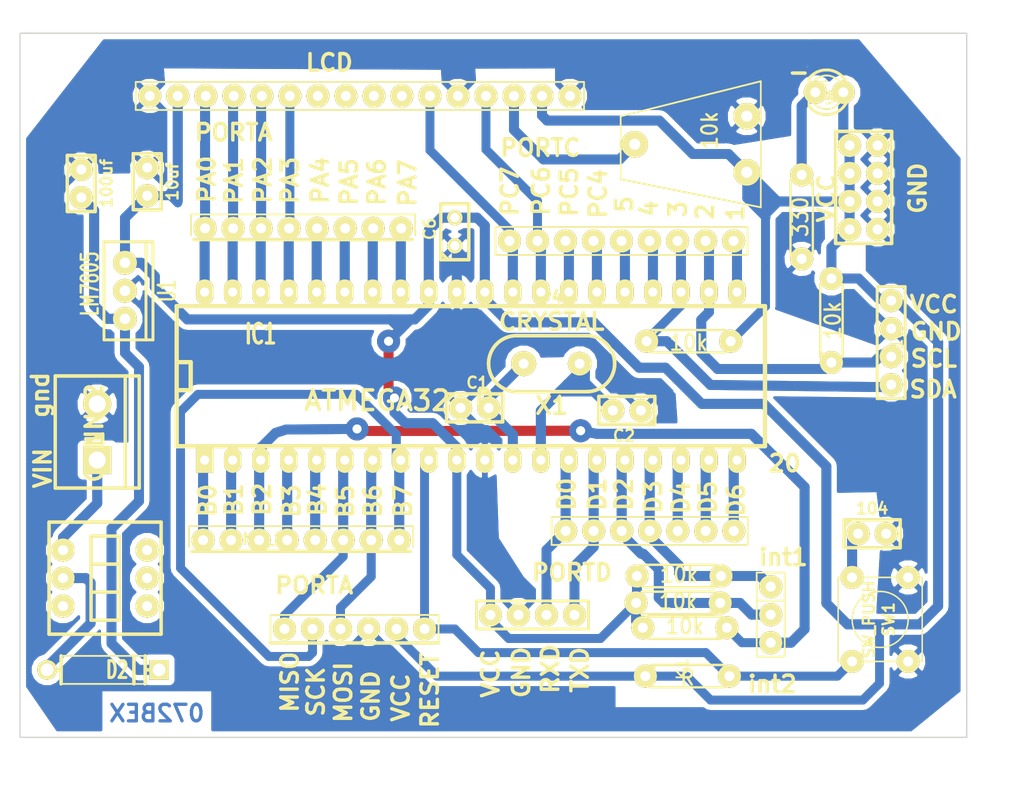
<source format=kicad_pcb>
(kicad_pcb (version 3) (host pcbnew "(2013-07-07 BZR 4022)-stable")
  (layers (15 F.Cu signal) (0 B.Cu signal) (18 B.Paste user) (19 F.Paste user) (20 B.SilkS user) (21 F.SilkS user) (22 B.Mask user) (23 F.Mask user) (28 Edge.Cuts user))
  (net 0 "")
  (net 1 /D4)
  (net 2 /D5)
  (net 3 /D6)
  (net 4 /D7)
  (net 5 /a)
  (net 6 /e)
  (net 7 /int0)
  (net 8 /int1)
  (net 9 /int2)
  (net 10 /miso)
  (net 11 /mosi)
  (net 12 /oc1a)
  (net 13 /oc1b)
  (net 14 /reset)
  (net 15 /rs)
  (net 16 /rxd)
  (net 17 /sck)
  (net 18 /scl)
  (net 19 /sda)
  (net 20 /txd)
  (net 21 /vcc)
  (net 22 /vee)
  (net 23 /vin)
  (net 24 /vinn)
  (net 25 N-0000017)
  (net 26 N-0000026)
  (net 27 N-0000027)
  (net 28 N-0000028)
  (net 29 N-0000029)
  (net 30 N-0000030)
  (net 31 N-0000031)
  (net 32 N-0000036)
  (net 33 N-0000037)
  (net 34 N-0000038)
  (net 35 N-0000039)
  (net 36 N-0000040)
  (net 37 N-0000041)
  (net 38 N-0000042)
  (net 39 N-0000043)
  (net 40 N-0000048)
  (net 41 N-000007)
  (net 42 gnd)
  (module HC-49V (layer F.Cu) (at 96.4819 82.6262 180)
    (fp_text reference X1 (at 0 -3.81 180) (layer F.SilkS) (effects (font (size 1.524 1.524) (thickness 0.3048))))
    (fp_text value CRYSTAL (at 0 3.81 180) (layer F.SilkS) (effects (font (size 1.524 1.524) (thickness 0.3048))))
    (pad 1 thru_hole circle (at -2.54 0 180) (size 2.1336 2.1336) (drill 0.889) (layers *.Cu *.Mask F.SilkS) (net 26 N-0000026))
    (pad 2 thru_hole circle (at 2.54 0 180) (size 2.2606 2.2606) (drill 0.889) (layers *.Cu *.Mask F.SilkS) (net 27 N-0000027))
  )
  (module C1 (layer F.Cu) (at 87.7062 70.6628 90)
    (fp_text reference C6 (at 0.254 -2.286 90) (layer F.SilkS) (effects (font (size 1.016 1.016) (thickness 0.2032))))
    (fp_text value 104pf_avcc hide)
    (pad 1 thru_hole circle (at -1.27 0 90) (size 1.397 1.397) (drill 0.8128) (layers *.Cu *.Mask F.SilkS) (net 42 gnd))
    (pad 2 thru_hole circle (at 1.27 0 90) (size 1.397 1.397) (drill 0.8128) (layers *.Cu *.Mask F.SilkS) (net 21 /vcc))
  )
  (module PIN_ARRAY_20X2 (layer F.Cu) (at 84.1756 57.0865)
    (fp_text reference P8 hide)
    (fp_text value CONN_17 hide)
    (pad 1 thru_hole circle (at 13.97 1.27) (size 2.0828 2.0828) (drill 0.889) (layers *.Cu *.Mask F.SilkS) (net 42 gnd))
    (pad 2 thru_hole circle (at 11.43 1.27) (size 2.0828 2.0828) (drill 0.889) (layers *.Cu *.Mask F.SilkS) (net 21 /vcc))
    (pad 11 thru_hole circle (at -11.43 1.27) (size 2.0828 2.0828) (drill 0.889) (layers *.Cu *.Mask F.SilkS) (net 1 /D4))
    (pad 4 thru_hole circle (at 6.35 1.27) (size 2.0828 2.0828) (drill 0.889) (layers *.Cu *.Mask F.SilkS) (net 15 /rs))
    (pad 13 thru_hole circle (at -16.51 1.27) (size 2.0828 2.0828) (drill 0.889) (layers *.Cu *.Mask F.SilkS) (net 3 /D6))
    (pad 6 thru_hole circle (at 1.27 1.27) (size 2.0828 2.0828) (drill 0.889) (layers *.Cu *.Mask F.SilkS) (net 6 /e))
    (pad 15 thru_hole circle (at -21.59 1.27) (size 2.0828 2.0828) (drill 0.889) (layers *.Cu *.Mask F.SilkS) (net 21 /vcc))
    (pad 8 thru_hole circle (at -3.81 1.27) (size 2.0828 2.0828) (drill 0.889) (layers *.Cu *.Mask F.SilkS))
    (pad 10 thru_hole circle (at -8.89 1.27) (size 2.0828 2.0828) (drill 0.889) (layers *.Cu *.Mask F.SilkS))
    (pad 12 thru_hole circle (at -13.97 1.27) (size 2.0828 2.0828) (drill 0.889) (layers *.Cu *.Mask F.SilkS) (net 2 /D5))
    (pad 14 thru_hole circle (at -19.05 1.27) (size 2.0828 2.0828) (drill 0.889) (layers *.Cu *.Mask F.SilkS) (net 4 /D7))
    (pad 16 thru_hole circle (at -24.13 1.27) (size 2.0828 2.0828) (drill 0.889) (layers *.Cu *.Mask F.SilkS) (net 42 gnd))
    (pad 3 thru_hole circle (at 8.89 1.27) (size 2.0828 2.0828) (drill 0.889) (layers *.Cu *.Mask F.SilkS) (net 22 /vee))
    (pad 5 thru_hole circle (at 3.81 1.27) (size 2.0828 2.0828) (drill 0.889) (layers *.Cu *.Mask F.SilkS) (net 42 gnd))
    (pad 7 thru_hole circle (at -1.27 1.27) (size 2.0828 2.0828) (drill 0.889) (layers *.Cu *.Mask F.SilkS))
    (pad 9 thru_hole circle (at -6.35 1.27) (size 2.0828 2.0828) (drill 0.889) (layers *.Cu *.Mask F.SilkS))
  )
  (module LM78XXV (layer F.Cu) (at 57.7977 76.0222)
    (fp_text reference U1 (at 3.81 0 90) (layer F.SilkS) (effects (font (size 1.524 1.016) (thickness 0.2032))))
    (fp_text value LM7805 (at -3.175 -0.635 90) (layer F.SilkS) (effects (font (size 1.524 1.016) (thickness 0.2032))))
    (pad VI thru_hole circle (at 0 2.54) (size 2.159 2.159) (drill 0.9398) (layers *.Cu *.Mask F.SilkS) (net 23 /vin))
    (pad GND thru_hole circle (at 0 0) (size 2.159 2.159) (drill 0.9398) (layers *.Cu *.Mask F.SilkS) (net 42 gnd))
    (pad VO thru_hole circle (at 0 -2.54) (size 2.159 2.159) (drill 0.9398) (layers *.Cu *.Mask F.SilkS) (net 21 /vcc))
  )
  (module RV2 (layer F.Cu) (at 112.903 62.738 90)
    (fp_text reference RV1 hide)
    (fp_text value 10k (at 1.2446 -2.0955 90) (layer F.SilkS) (effects (font (size 1.397 1.27) (thickness 0.2032))))
    (pad 1 thru_hole circle (at -2.54 1.27 90) (size 2.413 2.413) (drill 0.9906) (layers *.Cu *.Mask F.SilkS) (net 21 /vcc))
    (pad 2 thru_hole circle (at 0 -8.89 90) (size 2.413 2.413) (drill 0.9906) (layers *.Cu *.Mask F.SilkS) (net 22 /vee))
    (pad 3 thru_hole circle (at 2.54 1.27 90) (size 2.413 2.413) (drill 0.9906) (layers *.Cu *.Mask F.SilkS) (net 42 gnd))
  )
  (module pin_array_12x2 (layer F.Cu) (at 96.4692 72.771 180)
    (fp_text reference P4 (at 0 -3.81 180) (layer F.SilkS) (effects (font (size 1.016 1.016) (thickness 0.27432))))
    (fp_text value CONN_9 hide)
    (pad 1 thru_hole circle (at -13.97 1.27 180) (size 2.0828 2.0828) (drill 0.889) (layers *.Cu *.Mask F.SilkS) (net 18 /scl))
    (pad 2 thru_hole circle (at -11.43 1.27 180) (size 2.0828 2.0828) (drill 0.889) (layers *.Cu *.Mask F.SilkS) (net 19 /sda))
    (pad 3 thru_hole circle (at -8.89 1.27 180) (size 2.0828 2.0828) (drill 0.889) (layers *.Cu *.Mask F.SilkS) (net 37 N-0000041))
    (pad 4 thru_hole circle (at -6.35 1.27 180) (size 2.0828 2.0828) (drill 0.889) (layers *.Cu *.Mask F.SilkS) (net 35 N-0000039))
    (pad 5 thru_hole circle (at -3.81 1.27 180) (size 2.0828 2.0828) (drill 0.889) (layers *.Cu *.Mask F.SilkS) (net 34 N-0000038))
    (pad 6 thru_hole circle (at -1.27 1.27 180) (size 2.0828 2.0828) (drill 0.889) (layers *.Cu *.Mask F.SilkS) (net 32 N-0000036))
    (pad 7 thru_hole circle (at 1.27 1.27 180) (size 2.0828 2.0828) (drill 0.889) (layers *.Cu *.Mask F.SilkS) (net 15 /rs))
    (pad 8 thru_hole circle (at 3.81 1.27 180) (size 2.0828 2.0828) (drill 0.889) (layers *.Cu *.Mask F.SilkS) (net 6 /e))
    (pad 9 thru_hole circle (at -16.51 1.27 180) (size 2.0828 2.0828) (drill 0.889) (layers *.Cu *.Mask F.SilkS) (net 5 /a))
  )
  (module pin_array_8x2 (layer F.Cu) (at 106.6419 96.52)
    (fp_text reference P5 hide)
    (fp_text value CONN_8 hide)
    (pad 1 thru_hole circle (at -8.89 1.27) (size 2.0828 2.0828) (drill 0.889) (layers *.Cu *.Mask F.SilkS) (net 16 /rxd))
    (pad 2 thru_hole circle (at -6.35 1.27) (size 2.0828 2.0828) (drill 0.889) (layers *.Cu *.Mask F.SilkS) (net 20 /txd))
    (pad 3 thru_hole circle (at -3.81 1.27) (size 2.0828 2.0828) (drill 0.889) (layers *.Cu *.Mask F.SilkS) (net 7 /int0))
    (pad 4 thru_hole circle (at -1.27 1.27) (size 2.0828 2.0828) (drill 0.889) (layers *.Cu *.Mask F.SilkS) (net 8 /int1))
    (pad 5 thru_hole circle (at 1.27 1.27) (size 2.0828 2.0828) (drill 0.889) (layers *.Cu *.Mask F.SilkS) (net 13 /oc1b))
    (pad 6 thru_hole circle (at 3.81 1.27) (size 2.0828 2.0828) (drill 0.889) (layers *.Cu *.Mask F.SilkS) (net 12 /oc1a))
    (pad 7 thru_hole circle (at 6.35 1.27) (size 2.0828 2.0828) (drill 0.889) (layers *.Cu *.Mask F.SilkS) (net 28 N-0000028))
  )
  (module pin_array_8x2 (layer F.Cu) (at 73.9521 69.088)
    (fp_text reference P2 hide)
    (fp_text value CONN_8 hide)
    (pad 1 thru_hole circle (at -8.89 1.27) (size 2.0828 2.0828) (drill 0.889) (layers *.Cu *.Mask F.SilkS) (net 4 /D7))
    (pad 2 thru_hole circle (at -6.35 1.27) (size 2.0828 2.0828) (drill 0.889) (layers *.Cu *.Mask F.SilkS) (net 3 /D6))
    (pad 3 thru_hole circle (at -3.81 1.27) (size 2.0828 2.0828) (drill 0.889) (layers *.Cu *.Mask F.SilkS) (net 2 /D5))
    (pad 4 thru_hole circle (at -1.27 1.27) (size 2.0828 2.0828) (drill 0.889) (layers *.Cu *.Mask F.SilkS) (net 1 /D4))
    (pad 5 thru_hole circle (at 1.27 1.27) (size 2.0828 2.0828) (drill 0.889) (layers *.Cu *.Mask F.SilkS) (net 33 N-0000037))
    (pad 6 thru_hole circle (at 3.81 1.27) (size 2.0828 2.0828) (drill 0.889) (layers *.Cu *.Mask F.SilkS) (net 40 N-0000048))
    (pad 7 thru_hole circle (at 6.35 1.27) (size 2.0828 2.0828) (drill 0.889) (layers *.Cu *.Mask F.SilkS) (net 36 N-0000040))
    (pad 8 thru_hole circle (at 8.89 1.27) (size 2.0828 2.0828) (drill 0.889) (layers *.Cu *.Mask F.SilkS) (net 38 N-0000042))
  )
  (module pin_array_8x2 (layer F.Cu) (at 73.7743 97.3582)
    (fp_text reference P3 hide)
    (fp_text value CONN_8 (at -4.4577 1.1684) (layer F.SilkS) (effects (font (size 1.016 1.016) (thickness 0.2032))))
    (pad 1 thru_hole circle (at -8.89 1.27) (size 2.0828 2.0828) (drill 0.889) (layers *.Cu *.Mask F.SilkS) (net 39 N-0000043))
    (pad 2 thru_hole circle (at -6.35 1.27) (size 2.0828 2.0828) (drill 0.889) (layers *.Cu *.Mask F.SilkS) (net 31 N-0000031))
    (pad 3 thru_hole circle (at -3.81 1.27) (size 2.0828 2.0828) (drill 0.889) (layers *.Cu *.Mask F.SilkS) (net 9 /int2))
    (pad 4 thru_hole circle (at -1.27 1.27) (size 2.0828 2.0828) (drill 0.889) (layers *.Cu *.Mask F.SilkS) (net 30 N-0000030))
    (pad 5 thru_hole circle (at 1.27 1.27) (size 2.0828 2.0828) (drill 0.889) (layers *.Cu *.Mask F.SilkS) (net 29 N-0000029))
    (pad 6 thru_hole circle (at 3.81 1.27) (size 2.0828 2.0828) (drill 0.889) (layers *.Cu *.Mask F.SilkS) (net 11 /mosi))
    (pad 7 thru_hole circle (at 6.35 1.27) (size 2.0828 2.0828) (drill 0.889) (layers *.Cu *.Mask F.SilkS) (net 10 /miso))
    (pad 8 thru_hole circle (at 8.89 1.27) (size 2.0828 2.0828) (drill 0.889) (layers *.Cu *.Mask F.SilkS) (net 17 /sck))
  )
  (module SW_PUSH_SMALL (layer F.Cu) (at 126.2634 105.8164 270)
    (fp_text reference SW1 (at 0 -0.762 270) (layer F.SilkS) (effects (font (size 1.016 1.016) (thickness 0.2032))))
    (fp_text value SW_PUSH (at 0 1.016 270) (layer F.SilkS) (effects (font (size 1.016 1.016) (thickness 0.2032))))
    (pad 1 thru_hole circle (at 3.81 -2.54 270) (size 2.0828 2.0828) (drill 0.889) (layers *.Cu *.Mask F.SilkS) (net 42 gnd))
    (pad 2 thru_hole circle (at 3.81 2.54 270) (size 2.0828 2.0828) (drill 0.889) (layers *.Cu *.Mask F.SilkS) (net 14 /reset))
    (pad 1 thru_hole circle (at -3.81 -2.54 270) (size 2.0828 2.0828) (drill 0.889) (layers *.Cu *.Mask F.SilkS) (net 42 gnd))
    (pad 2 thru_hole circle (at -3.81 2.54 270) (size 2.0828 2.0828) (drill 0.889) (layers *.Cu *.Mask F.SilkS) (net 14 /reset))
  )
  (module pin_array_4x2 (layer F.Cu) (at 124.7648 66.6496 270)
    (fp_text reference P6 hide)
    (fp_text value CONN_4X2 hide)
    (pad 1 thru_hole circle (at -3.81 1.27 270) (size 2.0828 2.0828) (drill 0.889) (layers *.Cu *.Mask F.SilkS) (net 21 /vcc))
    (pad 2 thru_hole circle (at -3.81 -1.27 270) (size 2.0828 2.0828) (drill 0.889) (layers *.Cu *.Mask F.SilkS) (net 42 gnd))
    (pad 3 thru_hole circle (at -1.27 1.27 270) (size 2.0828 2.0828) (drill 0.889) (layers *.Cu *.Mask F.SilkS) (net 21 /vcc))
    (pad 4 thru_hole circle (at -1.27 -1.27 270) (size 2.0828 2.0828) (drill 0.889) (layers *.Cu *.Mask F.SilkS) (net 42 gnd))
    (pad 5 thru_hole circle (at 1.27 1.27 270) (size 2.0828 2.0828) (drill 0.889) (layers *.Cu *.Mask F.SilkS) (net 21 /vcc))
    (pad 6 thru_hole circle (at 1.27 -1.27 270) (size 2.0828 2.0828) (drill 0.889) (layers *.Cu *.Mask F.SilkS) (net 42 gnd))
    (pad 7 thru_hole circle (at 3.81 1.27 270) (size 2.0828 2.0828) (drill 0.889) (layers *.Cu *.Mask F.SilkS) (net 21 /vcc))
    (pad 8 thru_hole circle (at 3.81 -1.27 270) (size 2.0828 2.0828) (drill 0.889) (layers *.Cu *.Mask F.SilkS) (net 42 gnd))
  )
  (module PIN_ARRAY_4x1 (layer F.Cu) (at 94.742 105.41)
    (fp_text reference P7 hide)
    (fp_text value CONN_4 hide)
    (pad 1 thru_hole circle (at -3.81 0) (size 2.0828 2.0828) (drill 0.889) (layers *.Cu *.Mask F.SilkS) (net 21 /vcc))
    (pad 2 thru_hole circle (at -1.27 0) (size 2.0828 2.0828) (drill 0.889) (layers *.Cu *.Mask F.SilkS) (net 42 gnd))
    (pad 3 thru_hole circle (at 1.27 0) (size 2.0828 2.0828) (drill 0.889) (layers *.Cu *.Mask F.SilkS) (net 16 /rxd))
    (pad 4 thru_hole circle (at 3.81 0) (size 2.0828 2.0828) (drill 0.889) (layers *.Cu *.Mask F.SilkS) (net 20 /txd))
  )
  (module LED-3MM (layer F.Cu) (at 121.6533 58.0263 180)
    (fp_text reference D1 (at -0.0381 -0.2667 180) (layer F.SilkS) (effects (font (size 0.762 0.762) (thickness 0.0889))))
    (fp_text value LED (at -0.2413 -0.2667 180) (layer F.SilkS) (effects (font (size 0.762 0.762) (thickness 0.0889))))
    (pad 1 thru_hole circle (at -1.27 0 180) (size 2.0828 2.0828) (drill 0.889) (layers *.Cu *.Mask F.SilkS) (net 21 /vcc))
    (pad 2 thru_hole circle (at 1.27 0 180) (size 2.0828 2.0828) (drill 0.889) (layers *.Cu *.Mask F.SilkS) (net 41 N-000007))
  )
  (module DIP-40__600_ELL (layer F.Cu) (at 89.154 83.7565)
    (fp_text reference IC1 (at -19.05 -3.81) (layer F.SilkS) (effects (font (size 1.778 1.143) (thickness 0.3048))))
    (fp_text value ATMEGA32-P (at -6.4897 2.2225) (layer F.SilkS) (effects (font (size 1.778 1.778) (thickness 0.3048))))
    (pad 1 thru_hole rect (at -24.13 7.62) (size 1.5748 2.286) (drill 0.8128) (layers *.Cu *.Mask F.SilkS) (net 39 N-0000043))
    (pad 2 thru_hole oval (at -21.59 7.62) (size 1.5748 2.286) (drill 0.8128) (layers *.Cu *.Mask F.SilkS) (net 31 N-0000031))
    (pad 3 thru_hole oval (at -19.05 7.62) (size 1.5748 2.286) (drill 0.8128) (layers *.Cu *.Mask F.SilkS) (net 9 /int2))
    (pad 4 thru_hole oval (at -16.51 7.62) (size 1.5748 2.286) (drill 0.8128) (layers *.Cu *.Mask F.SilkS) (net 30 N-0000030))
    (pad 5 thru_hole oval (at -13.97 7.62) (size 1.5748 2.286) (drill 0.8128) (layers *.Cu *.Mask F.SilkS) (net 29 N-0000029))
    (pad 6 thru_hole oval (at -11.43 7.62) (size 1.5748 2.286) (drill 0.8128) (layers *.Cu *.Mask F.SilkS) (net 11 /mosi))
    (pad 7 thru_hole oval (at -8.89 7.62) (size 1.5748 2.286) (drill 0.8128) (layers *.Cu *.Mask F.SilkS) (net 10 /miso))
    (pad 8 thru_hole oval (at -6.35 7.62) (size 1.5748 2.286) (drill 0.8128) (layers *.Cu *.Mask F.SilkS) (net 17 /sck))
    (pad 9 thru_hole oval (at -3.81 7.62) (size 1.5748 2.286) (drill 0.8128) (layers *.Cu *.Mask F.SilkS) (net 14 /reset))
    (pad 10 thru_hole oval (at -1.27 7.62) (size 1.5748 2.286) (drill 0.8128) (layers *.Cu *.Mask F.SilkS) (net 21 /vcc))
    (pad 11 thru_hole oval (at 1.27 7.62) (size 1.5748 2.286) (drill 0.8128) (layers *.Cu *.Mask F.SilkS) (net 42 gnd))
    (pad 12 thru_hole oval (at 3.81 7.62) (size 1.5748 2.286) (drill 0.8128) (layers *.Cu *.Mask F.SilkS) (net 27 N-0000027))
    (pad 13 thru_hole oval (at 6.35 7.62) (size 1.5748 2.286) (drill 0.8128) (layers *.Cu *.Mask F.SilkS) (net 26 N-0000026))
    (pad 14 thru_hole oval (at 8.89 7.62) (size 1.5748 2.286) (drill 0.8128) (layers *.Cu *.Mask F.SilkS) (net 16 /rxd))
    (pad 15 thru_hole oval (at 11.43 7.62) (size 1.5748 2.286) (drill 0.8128) (layers *.Cu *.Mask F.SilkS) (net 20 /txd))
    (pad 16 thru_hole oval (at 13.97 7.62) (size 1.5748 2.286) (drill 0.8128) (layers *.Cu *.Mask F.SilkS) (net 7 /int0))
    (pad 17 thru_hole oval (at 16.51 7.62) (size 1.5748 2.286) (drill 0.8128) (layers *.Cu *.Mask F.SilkS) (net 8 /int1))
    (pad 18 thru_hole oval (at 19.05 7.62) (size 1.5748 2.286) (drill 0.8128) (layers *.Cu *.Mask F.SilkS) (net 13 /oc1b))
    (pad 19 thru_hole oval (at 21.59 7.62) (size 1.5748 2.286) (drill 0.8128) (layers *.Cu *.Mask F.SilkS) (net 12 /oc1a))
    (pad 20 thru_hole oval (at 24.13 7.62) (size 1.5748 2.286) (drill 0.8128) (layers *.Cu *.Mask F.SilkS) (net 28 N-0000028))
    (pad 21 thru_hole oval (at 24.13 -7.62) (size 1.5748 2.286) (drill 0.8128) (layers *.Cu *.Mask F.SilkS) (net 5 /a))
    (pad 22 thru_hole oval (at 21.59 -7.62) (size 1.5748 2.286) (drill 0.8128) (layers *.Cu *.Mask F.SilkS) (net 18 /scl))
    (pad 23 thru_hole oval (at 19.05 -7.62) (size 1.5748 2.286) (drill 0.8128) (layers *.Cu *.Mask F.SilkS) (net 19 /sda))
    (pad 24 thru_hole oval (at 16.51 -7.62) (size 1.5748 2.286) (drill 0.8128) (layers *.Cu *.Mask F.SilkS) (net 37 N-0000041))
    (pad 25 thru_hole oval (at 13.97 -7.62) (size 1.5748 2.286) (drill 0.8128) (layers *.Cu *.Mask F.SilkS) (net 35 N-0000039))
    (pad 26 thru_hole oval (at 11.43 -7.62) (size 1.5748 2.286) (drill 0.8128) (layers *.Cu *.Mask F.SilkS) (net 34 N-0000038))
    (pad 27 thru_hole oval (at 8.89 -7.62) (size 1.5748 2.286) (drill 0.8128) (layers *.Cu *.Mask F.SilkS) (net 32 N-0000036))
    (pad 28 thru_hole oval (at 6.35 -7.62) (size 1.5748 2.286) (drill 0.8128) (layers *.Cu *.Mask F.SilkS) (net 15 /rs))
    (pad 29 thru_hole oval (at 3.81 -7.62) (size 1.5748 2.286) (drill 0.8128) (layers *.Cu *.Mask F.SilkS) (net 6 /e))
    (pad 30 thru_hole oval (at 1.27 -7.62) (size 1.5748 2.286) (drill 0.8128) (layers *.Cu *.Mask F.SilkS) (net 21 /vcc))
    (pad 31 thru_hole oval (at -1.27 -7.62) (size 1.5748 2.286) (drill 0.8128) (layers *.Cu *.Mask F.SilkS) (net 42 gnd))
    (pad 32 thru_hole oval (at -3.81 -7.62) (size 1.5748 2.286) (drill 0.8128) (layers *.Cu *.Mask F.SilkS) (net 21 /vcc))
    (pad 33 thru_hole oval (at -6.35 -7.62) (size 1.5748 2.286) (drill 0.8128) (layers *.Cu *.Mask F.SilkS) (net 38 N-0000042))
    (pad 34 thru_hole oval (at -8.89 -7.62) (size 1.5748 2.286) (drill 0.8128) (layers *.Cu *.Mask F.SilkS) (net 36 N-0000040))
    (pad 35 thru_hole oval (at -11.43 -7.62) (size 1.5748 2.286) (drill 0.8128) (layers *.Cu *.Mask F.SilkS) (net 40 N-0000048))
    (pad 36 thru_hole oval (at -13.97 -7.62) (size 1.5748 2.286) (drill 0.8128) (layers *.Cu *.Mask F.SilkS) (net 33 N-0000037))
    (pad 37 thru_hole oval (at -16.51 -7.62) (size 1.5748 2.286) (drill 0.8128) (layers *.Cu *.Mask F.SilkS) (net 1 /D4))
    (pad 38 thru_hole oval (at -19.05 -7.62) (size 1.5748 2.286) (drill 0.8128) (layers *.Cu *.Mask F.SilkS) (net 2 /D5))
    (pad 39 thru_hole oval (at -21.59 -7.62) (size 1.5748 2.286) (drill 0.8128) (layers *.Cu *.Mask F.SilkS) (net 3 /D6))
    (pad 40 thru_hole oval (at -24.13 -7.62) (size 1.5748 2.286) (drill 0.8128) (layers *.Cu *.Mask F.SilkS) (net 4 /D7))
  )
  (module C1 (layer F.Cu) (at 125.5395 98.044)
    (fp_text reference C3 hide)
    (fp_text value 104 (at 0 -2.286) (layer F.SilkS) (effects (font (size 1.016 1.016) (thickness 0.2032))))
    (pad 1 thru_hole circle (at -1.27 0) (size 2.0828 2.0828) (drill 0.889) (layers *.Cu *.Mask F.SilkS) (net 14 /reset))
    (pad 2 thru_hole circle (at 1.27 0) (size 2.0828 2.0828) (drill 0.889) (layers *.Cu *.Mask F.SilkS) (net 42 gnd))
  )
  (module C1 (layer F.Cu) (at 103.3018 86.868 180)
    (fp_text reference C2 (at 0.254 -2.286 180) (layer F.SilkS) (effects (font (size 1.016 1.016) (thickness 0.2032))))
    (fp_text value 22pf hide)
    (pad 1 thru_hole circle (at -1.27 0 180) (size 2.0828 2.0828) (drill 0.889) (layers *.Cu *.Mask F.SilkS) (net 42 gnd))
    (pad 2 thru_hole circle (at 1.27 0 180) (size 2.0828 2.0828) (drill 0.889) (layers *.Cu *.Mask F.SilkS) (net 26 N-0000026))
  )
  (module C1 (layer F.Cu) (at 89.4969 86.6394)
    (fp_text reference C1 (at 0.254 -2.286) (layer F.SilkS) (effects (font (size 1.016 1.016) (thickness 0.2032))))
    (fp_text value 22pf hide)
    (pad 1 thru_hole circle (at -1.27 0) (size 2.0828 2.0828) (drill 0.889) (layers *.Cu *.Mask F.SilkS) (net 42 gnd))
    (pad 2 thru_hole circle (at 1.27 0) (size 2.0828 2.0828) (drill 0.889) (layers *.Cu *.Mask F.SilkS) (net 27 N-0000027))
  )
  (module R3 (layer F.Cu) (at 108.0262 101.8794 180)
    (fp_text reference R6 hide)
    (fp_text value 10k (at 0 0.127 180) (layer F.SilkS) (effects (font (size 1.397 1.27) (thickness 0.2032))))
    (pad 1 thru_hole circle (at -3.81 0 180) (size 2.0828 2.0828) (drill 0.889) (layers *.Cu *.Mask F.SilkS) (net 8 /int1))
    (pad 2 thru_hole circle (at 3.81 0 180) (size 2.0828 2.0828) (drill 0.889) (layers *.Cu *.Mask F.SilkS) (net 21 /vcc))
  )
  (module R3 (layer F.Cu) (at 119.1514 69.3166 270)
    (fp_text reference R3 hide)
    (fp_text value 330 (at 0 0.127 270) (layer F.SilkS) (effects (font (size 1.397 1.27) (thickness 0.2032))))
    (pad 1 thru_hole circle (at -3.81 0 270) (size 2.0828 2.0828) (drill 0.889) (layers *.Cu *.Mask F.SilkS) (net 41 N-000007))
    (pad 2 thru_hole circle (at 3.81 0 270) (size 2.0828 2.0828) (drill 0.889) (layers *.Cu *.Mask F.SilkS) (net 42 gnd))
  )
  (module R3 (layer F.Cu) (at 108.7882 110.9599)
    (fp_text reference R1 hide)
    (fp_text value R (at 0 0.127) (layer F.SilkS) (effects (font (size 1.397 1.27) (thickness 0.2032))))
    (pad 1 thru_hole circle (at -3.81 0) (size 2.0828 2.0828) (drill 0.889) (layers *.Cu *.Mask F.SilkS) (net 21 /vcc))
    (pad 2 thru_hole circle (at 3.81 0) (size 2.0828 2.0828) (drill 0.889) (layers *.Cu *.Mask F.SilkS) (net 14 /reset))
  )
  (module R3 (layer F.Cu) (at 107.95 104.3178 180)
    (fp_text reference R5 hide)
    (fp_text value 10k (at 0 0.127 180) (layer F.SilkS) (effects (font (size 1.397 1.27) (thickness 0.2032))))
    (pad 1 thru_hole circle (at -3.81 0 180) (size 2.0828 2.0828) (drill 0.889) (layers *.Cu *.Mask F.SilkS) (net 7 /int0))
    (pad 2 thru_hole circle (at 3.81 0 180) (size 2.0828 2.0828) (drill 0.889) (layers *.Cu *.Mask F.SilkS) (net 21 /vcc))
  )
  (module R3 (layer F.Cu) (at 108.5596 106.5657 180)
    (fp_text reference R7 hide)
    (fp_text value 10k (at 0 0.127 180) (layer F.SilkS) (effects (font (size 1.397 1.27) (thickness 0.2032))))
    (pad 1 thru_hole circle (at -3.81 0 180) (size 2.0828 2.0828) (drill 0.889) (layers *.Cu *.Mask F.SilkS) (net 9 /int2))
    (pad 2 thru_hole circle (at 3.81 0 180) (size 2.0828 2.0828) (drill 0.889) (layers *.Cu *.Mask F.SilkS) (net 21 /vcc))
  )
  (module PIN_ARRAY_3X1 (layer F.Cu) (at 116.3447 105.3846 270)
    (fp_text reference K1 (at 4.9276 8.0137 270) (layer F.SilkS) (effects (font (size 1.016 1.016) (thickness 0.1524))))
    (fp_text value CONN_3 hide)
    (pad 1 thru_hole circle (at -2.54 0 270) (size 2.0828 2.0828) (drill 0.889) (layers *.Cu *.Mask F.SilkS) (net 8 /int1))
    (pad 2 thru_hole circle (at 0 0 270) (size 2.0828 2.0828) (drill 0.889) (layers *.Cu *.Mask F.SilkS) (net 7 /int0))
    (pad 3 thru_hole circle (at 2.54 0 270) (size 2.0828 2.0828) (drill 0.889) (layers *.Cu *.Mask F.SilkS) (net 9 /int2))
  )
  (module bornier2 (layer F.Cu) (at 55.2831 88.8238 90)
    (fp_text reference P1 (at -1.3716 -0.1905 90) (layer F.SilkS) (effects (font (size 1.524 1.524) (thickness 0.3048))))
    (fp_text value CONN_2 (at -0.0889 -0.2667 90) (layer F.SilkS) (effects (font (size 1.524 1.524) (thickness 0.3048))))
    (pad 1 thru_hole rect (at -2.54 0 90) (size 2.54 2.54) (drill 1.524) (layers *.Cu *.Mask F.SilkS) (net 24 /vinn))
    (pad 2 thru_hole circle (at 2.54 0 90) (size 2.54 2.54) (drill 1.524) (layers *.Cu *.Mask F.SilkS) (net 42 gnd))
  )
  (module swdip3 (layer F.Cu) (at 55.9943 102.0699 270)
    (fp_text reference SW2 hide)
    (fp_text value SW_PUSH hide)
    (pad 1 thru_hole circle (at -2.54 3.81 270) (size 2.0828 2.0828) (drill 0.889) (layers *.Cu *.Mask F.SilkS) (net 24 /vinn))
    (pad 2 thru_hole circle (at 0 3.81 270) (size 2.0828 2.0828) (drill 0.889) (layers *.Cu *.Mask F.SilkS) (net 25 N-0000017))
    (pad 3 thru_hole circle (at 2.54 3.81 270) (size 2.0828 2.0828) (drill 0.889) (layers *.Cu *.Mask F.SilkS))
    (pad 4 thru_hole circle (at 2.54 -3.81 270) (size 2.0828 2.0828) (drill 0.889) (layers *.Cu *.Mask F.SilkS))
    (pad 5 thru_hole circle (at 0 -3.81 270) (size 2.0828 2.0828) (drill 0.889) (layers *.Cu *.Mask F.SilkS))
    (pad 6 thru_hole circle (at -2.54 -3.81 270) (size 2.0828 2.0828) (drill 0.889) (layers *.Cu *.Mask F.SilkS))
  )
  (module R3 (layer F.Cu) (at 108.9025 80.5942)
    (fp_text reference R8 hide)
    (fp_text value 10k (at 0 0.127) (layer F.SilkS) (effects (font (size 1.397 1.27) (thickness 0.2032))))
    (pad 1 thru_hole circle (at -3.81 0) (size 2.0828 2.0828) (drill 0.889) (layers *.Cu *.Mask F.SilkS) (net 19 /sda))
    (pad 2 thru_hole circle (at 3.81 0) (size 2.0828 2.0828) (drill 0.889) (layers *.Cu *.Mask F.SilkS) (net 21 /vcc))
  )
  (module R3 (layer F.Cu) (at 121.8438 78.7146 90)
    (fp_text reference R9 hide)
    (fp_text value 10k (at 0 0.127 90) (layer F.SilkS) (effects (font (size 1.397 1.27) (thickness 0.2032))))
    (pad 1 thru_hole circle (at -3.81 0 90) (size 2.0828 2.0828) (drill 0.889) (layers *.Cu *.Mask F.SilkS) (net 18 /scl))
    (pad 2 thru_hole circle (at 3.81 0 90) (size 2.0828 2.0828) (drill 0.889) (layers *.Cu *.Mask F.SilkS) (net 21 /vcc))
  )
  (module PIN_ARRAY_4x1 (layer F.Cu) (at 127.2667 80.7212 270)
    (fp_text reference P10 (at 0.1651 -0.508 270) (layer F.SilkS) (effects (font (size 1.016 1.016) (thickness 0.2032))))
    (fp_text value CONN_4 hide)
    (pad 1 thru_hole circle (at -3.81 0 270) (size 2.0828 2.0828) (drill 0.889) (layers *.Cu *.Mask F.SilkS) (net 21 /vcc))
    (pad 2 thru_hole circle (at -1.27 0 270) (size 2.0828 2.0828) (drill 0.889) (layers *.Cu *.Mask F.SilkS) (net 42 gnd))
    (pad 3 thru_hole circle (at 1.27 0 270) (size 2.0828 2.0828) (drill 0.889) (layers *.Cu *.Mask F.SilkS) (net 18 /scl))
    (pad 4 thru_hole circle (at 3.81 0 270) (size 2.0828 2.0828) (drill 0.889) (layers *.Cu *.Mask F.SilkS) (net 19 /sda))
  )
  (module C1 (layer F.Cu) (at 53.8353 66.294 270)
    (fp_text reference C4 hide)
    (fp_text value 100uf (at 0 -2.286 270) (layer F.SilkS) (effects (font (size 1.016 1.016) (thickness 0.2032))))
    (pad 1 thru_hole circle (at -1.27 0 270) (size 2.0828 2.0828) (drill 0.889) (layers *.Cu *.Mask F.SilkS) (net 42 gnd))
    (pad 2 thru_hole circle (at 1.27 0 270) (size 2.0828 2.0828) (drill 0.889) (layers *.Cu *.Mask F.SilkS) (net 23 /vin))
  )
  (module C1 (layer F.Cu) (at 59.817 66.1289 270)
    (fp_text reference C5 hide)
    (fp_text value 10uf (at 0 -2.286 270) (layer F.SilkS) (effects (font (size 1.016 1.016) (thickness 0.2032))))
    (pad 1 thru_hole circle (at -1.27 0 270) (size 2.0828 2.0828) (drill 0.889) (layers *.Cu *.Mask F.SilkS) (net 42 gnd))
    (pad 2 thru_hole circle (at 1.27 0 270) (size 2.0828 2.0828) (drill 0.889) (layers *.Cu *.Mask F.SilkS) (net 21 /vcc))
  )
  (module pin_array_6x2 (layer F.Cu) (at 78.613 105.41)
    (fp_text reference P9 hide)
    (fp_text value CONN_6 hide)
    (pad 1 thru_hole circle (at 6.35 1.27) (size 2.0828 2.0828) (drill 0.889) (layers *.Cu *.Mask F.SilkS) (net 14 /reset))
    (pad 2 thru_hole circle (at 3.81 1.27) (size 2.0828 2.0828) (drill 0.889) (layers *.Cu *.Mask F.SilkS) (net 21 /vcc))
    (pad 3 thru_hole circle (at 1.27 1.27) (size 2.0828 2.0828) (drill 0.889) (layers *.Cu *.Mask F.SilkS) (net 42 gnd))
    (pad 4 thru_hole circle (at -1.27 1.27) (size 2.0828 2.0828) (drill 0.889) (layers *.Cu *.Mask F.SilkS) (net 10 /miso))
    (pad 5 thru_hole circle (at -3.81 1.27) (size 2.0828 2.0828) (drill 0.889) (layers *.Cu *.Mask F.SilkS) (net 17 /sck))
    (pad 6 thru_hole circle (at -6.35 1.27) (size 2.0828 2.0828) (drill 0.889) (layers *.Cu *.Mask F.SilkS) (net 11 /mosi))
  )
  (module D5 (layer F.Cu) (at 57.0865 110.3884)
    (fp_text reference D2 (at 0 0) (layer F.SilkS) (effects (font (size 1.524 1.016) (thickness 0.3048))))
    (fp_text value DIODE hide)
    (pad 1 thru_hole circle (at -6.35 0) (size 1.778 1.778) (drill 1.143) (layers *.Cu *.Mask F.SilkS) (net 25 N-0000017))
    (pad 2 thru_hole rect (at 3.81 0) (size 1.778 1.778) (drill 1.143) (layers *.Cu *.Mask F.SilkS) (net 23 /vin))
  )
  (module D5 (layer F.Cu) (at 57.0865 110.3884)
    (fp_text reference D2 (at 0 0) (layer F.SilkS) (effects (font (size 1.524 1.016) (thickness 0.3048))))
    (fp_text value DIODE hide)
    (pad 1 thru_hole circle (at -6.35 0) (size 1.778 1.778) (drill 1.143) (layers *.Cu *.Mask F.SilkS) (net 25 N-0000017))
    (pad 2 thru_hole rect (at 3.81 0) (size 1.778 1.778) (drill 1.143) (layers *.Cu *.Mask F.SilkS) (net 23 /vin))
  )
  (module pin_array_6x2 (layer F.Cu) (at 78.613 105.41)
    (fp_text reference P9 hide)
    (fp_text value CONN_6 hide)
    (pad 1 thru_hole circle (at 6.35 1.27) (size 2.0828 2.0828) (drill 0.889) (layers *.Cu *.Mask F.SilkS) (net 14 /reset))
    (pad 2 thru_hole circle (at 3.81 1.27) (size 2.0828 2.0828) (drill 0.889) (layers *.Cu *.Mask F.SilkS) (net 21 /vcc))
    (pad 3 thru_hole circle (at 1.27 1.27) (size 2.0828 2.0828) (drill 0.889) (layers *.Cu *.Mask F.SilkS) (net 42 gnd))
    (pad 4 thru_hole circle (at -1.27 1.27) (size 2.0828 2.0828) (drill 0.889) (layers *.Cu *.Mask F.SilkS) (net 10 /miso))
    (pad 5 thru_hole circle (at -3.81 1.27) (size 2.0828 2.0828) (drill 0.889) (layers *.Cu *.Mask F.SilkS) (net 17 /sck))
    (pad 6 thru_hole circle (at -6.35 1.27) (size 2.0828 2.0828) (drill 0.889) (layers *.Cu *.Mask F.SilkS) (net 11 /mosi))
  )
  (module C1 (layer F.Cu) (at 59.817 66.1289 270)
    (fp_text reference C5 hide)
    (fp_text value 10uf (at 0 -2.286 270) (layer F.SilkS) (effects (font (size 1.016 1.016) (thickness 0.2032))))
    (pad 1 thru_hole circle (at -1.27 0 270) (size 2.0828 2.0828) (drill 0.889) (layers *.Cu *.Mask F.SilkS) (net 42 gnd))
    (pad 2 thru_hole circle (at 1.27 0 270) (size 2.0828 2.0828) (drill 0.889) (layers *.Cu *.Mask F.SilkS) (net 21 /vcc))
  )
  (module C1 (layer F.Cu) (at 53.8353 66.294 270)
    (fp_text reference C4 hide)
    (fp_text value 100uf (at 0 -2.286 270) (layer F.SilkS) (effects (font (size 1.016 1.016) (thickness 0.2032))))
    (pad 1 thru_hole circle (at -1.27 0 270) (size 2.0828 2.0828) (drill 0.889) (layers *.Cu *.Mask F.SilkS) (net 42 gnd))
    (pad 2 thru_hole circle (at 1.27 0 270) (size 2.0828 2.0828) (drill 0.889) (layers *.Cu *.Mask F.SilkS) (net 23 /vin))
  )
  (module PIN_ARRAY_4x1 (layer F.Cu) (at 127.2667 80.7212 270)
    (fp_text reference P10 (at 0.1651 -0.508 270) (layer F.SilkS) (effects (font (size 1.016 1.016) (thickness 0.2032))))
    (fp_text value CONN_4 hide)
    (pad 1 thru_hole circle (at -3.81 0 270) (size 2.0828 2.0828) (drill 0.889) (layers *.Cu *.Mask F.SilkS) (net 21 /vcc))
    (pad 2 thru_hole circle (at -1.27 0 270) (size 2.0828 2.0828) (drill 0.889) (layers *.Cu *.Mask F.SilkS) (net 42 gnd))
    (pad 3 thru_hole circle (at 1.27 0 270) (size 2.0828 2.0828) (drill 0.889) (layers *.Cu *.Mask F.SilkS) (net 18 /scl))
    (pad 4 thru_hole circle (at 3.81 0 270) (size 2.0828 2.0828) (drill 0.889) (layers *.Cu *.Mask F.SilkS) (net 19 /sda))
  )
  (module R3 (layer F.Cu) (at 121.8438 78.7146 90)
    (fp_text reference R9 hide)
    (fp_text value 10k (at 0 0.127 90) (layer F.SilkS) (effects (font (size 1.397 1.27) (thickness 0.2032))))
    (pad 1 thru_hole circle (at -3.81 0 90) (size 2.0828 2.0828) (drill 0.889) (layers *.Cu *.Mask F.SilkS) (net 18 /scl))
    (pad 2 thru_hole circle (at 3.81 0 90) (size 2.0828 2.0828) (drill 0.889) (layers *.Cu *.Mask F.SilkS) (net 21 /vcc))
  )
  (module R3 (layer F.Cu) (at 108.9025 80.5942)
    (fp_text reference R8 hide)
    (fp_text value 10k (at 0 0.127) (layer F.SilkS) (effects (font (size 1.397 1.27) (thickness 0.2032))))
    (pad 1 thru_hole circle (at -3.81 0) (size 2.0828 2.0828) (drill 0.889) (layers *.Cu *.Mask F.SilkS) (net 19 /sda))
    (pad 2 thru_hole circle (at 3.81 0) (size 2.0828 2.0828) (drill 0.889) (layers *.Cu *.Mask F.SilkS) (net 21 /vcc))
  )
  (module swdip3 (layer F.Cu) (at 55.9943 102.0699 270)
    (fp_text reference SW2 hide)
    (fp_text value SW_PUSH hide)
    (pad 1 thru_hole circle (at -2.54 3.81 270) (size 2.0828 2.0828) (drill 0.889) (layers *.Cu *.Mask F.SilkS) (net 24 /vinn))
    (pad 2 thru_hole circle (at 0 3.81 270) (size 2.0828 2.0828) (drill 0.889) (layers *.Cu *.Mask F.SilkS) (net 25 N-0000017))
    (pad 3 thru_hole circle (at 2.54 3.81 270) (size 2.0828 2.0828) (drill 0.889) (layers *.Cu *.Mask F.SilkS))
    (pad 4 thru_hole circle (at 2.54 -3.81 270) (size 2.0828 2.0828) (drill 0.889) (layers *.Cu *.Mask F.SilkS))
    (pad 5 thru_hole circle (at 0 -3.81 270) (size 2.0828 2.0828) (drill 0.889) (layers *.Cu *.Mask F.SilkS))
    (pad 6 thru_hole circle (at -2.54 -3.81 270) (size 2.0828 2.0828) (drill 0.889) (layers *.Cu *.Mask F.SilkS))
  )
  (module bornier2 (layer F.Cu) (at 55.2831 88.8238 90)
    (fp_text reference P1 (at -1.3716 -0.1905 90) (layer F.SilkS) (effects (font (size 1.524 1.524) (thickness 0.3048))))
    (fp_text value CONN_2 (at -0.0889 -0.2667 90) (layer F.SilkS) (effects (font (size 1.524 1.524) (thickness 0.3048))))
    (pad 1 thru_hole rect (at -2.54 0 90) (size 2.54 2.54) (drill 1.524) (layers *.Cu *.Mask F.SilkS) (net 24 /vinn))
    (pad 2 thru_hole circle (at 2.54 0 90) (size 2.54 2.54) (drill 1.524) (layers *.Cu *.Mask F.SilkS) (net 42 gnd))
  )
  (module PIN_ARRAY_3X1 (layer F.Cu) (at 116.3447 105.3846 270)
    (fp_text reference K1 (at 4.9276 8.0137 270) (layer F.SilkS) (effects (font (size 1.016 1.016) (thickness 0.1524))))
    (fp_text value CONN_3 hide)
    (pad 1 thru_hole circle (at -2.54 0 270) (size 2.0828 2.0828) (drill 0.889) (layers *.Cu *.Mask F.SilkS) (net 8 /int1))
    (pad 2 thru_hole circle (at 0 0 270) (size 2.0828 2.0828) (drill 0.889) (layers *.Cu *.Mask F.SilkS) (net 7 /int0))
    (pad 3 thru_hole circle (at 2.54 0 270) (size 2.0828 2.0828) (drill 0.889) (layers *.Cu *.Mask F.SilkS) (net 9 /int2))
  )
  (module R3 (layer F.Cu) (at 108.5596 106.5657 180)
    (fp_text reference R7 hide)
    (fp_text value 10k (at 0 0.127 180) (layer F.SilkS) (effects (font (size 1.397 1.27) (thickness 0.2032))))
    (pad 1 thru_hole circle (at -3.81 0 180) (size 2.0828 2.0828) (drill 0.889) (layers *.Cu *.Mask F.SilkS) (net 9 /int2))
    (pad 2 thru_hole circle (at 3.81 0 180) (size 2.0828 2.0828) (drill 0.889) (layers *.Cu *.Mask F.SilkS) (net 21 /vcc))
  )
  (module R3 (layer F.Cu) (at 107.95 104.3178 180)
    (fp_text reference R5 hide)
    (fp_text value 10k (at 0 0.127 180) (layer F.SilkS) (effects (font (size 1.397 1.27) (thickness 0.2032))))
    (pad 1 thru_hole circle (at -3.81 0 180) (size 2.0828 2.0828) (drill 0.889) (layers *.Cu *.Mask F.SilkS) (net 7 /int0))
    (pad 2 thru_hole circle (at 3.81 0 180) (size 2.0828 2.0828) (drill 0.889) (layers *.Cu *.Mask F.SilkS) (net 21 /vcc))
  )
  (module R3 (layer F.Cu) (at 108.7882 110.9599)
    (fp_text reference R1 hide)
    (fp_text value R (at 0 0.127) (layer F.SilkS) (effects (font (size 1.397 1.27) (thickness 0.2032))))
    (pad 1 thru_hole circle (at -3.81 0) (size 2.0828 2.0828) (drill 0.889) (layers *.Cu *.Mask F.SilkS) (net 21 /vcc))
    (pad 2 thru_hole circle (at 3.81 0) (size 2.0828 2.0828) (drill 0.889) (layers *.Cu *.Mask F.SilkS) (net 14 /reset))
  )
  (module R3 (layer F.Cu) (at 119.1514 69.3166 270)
    (fp_text reference R3 hide)
    (fp_text value 330 (at 0 0.127 270) (layer F.SilkS) (effects (font (size 1.397 1.27) (thickness 0.2032))))
    (pad 1 thru_hole circle (at -3.81 0 270) (size 2.0828 2.0828) (drill 0.889) (layers *.Cu *.Mask F.SilkS) (net 41 N-000007))
    (pad 2 thru_hole circle (at 3.81 0 270) (size 2.0828 2.0828) (drill 0.889) (layers *.Cu *.Mask F.SilkS) (net 42 gnd))
  )
  (module R3 (layer F.Cu) (at 108.0262 101.8794 180)
    (fp_text reference R6 hide)
    (fp_text value 10k (at 0 0.127 180) (layer F.SilkS) (effects (font (size 1.397 1.27) (thickness 0.2032))))
    (pad 1 thru_hole circle (at -3.81 0 180) (size 2.0828 2.0828) (drill 0.889) (layers *.Cu *.Mask F.SilkS) (net 8 /int1))
    (pad 2 thru_hole circle (at 3.81 0 180) (size 2.0828 2.0828) (drill 0.889) (layers *.Cu *.Mask F.SilkS) (net 21 /vcc))
  )
  (module C1 (layer F.Cu) (at 89.4969 86.6394)
    (fp_text reference C1 (at 0.254 -2.286) (layer F.SilkS) (effects (font (size 1.016 1.016) (thickness 0.2032))))
    (fp_text value 22pf hide)
    (pad 1 thru_hole circle (at -1.27 0) (size 2.0828 2.0828) (drill 0.889) (layers *.Cu *.Mask F.SilkS) (net 42 gnd))
    (pad 2 thru_hole circle (at 1.27 0) (size 2.0828 2.0828) (drill 0.889) (layers *.Cu *.Mask F.SilkS) (net 27 N-0000027))
  )
  (module C1 (layer F.Cu) (at 103.3018 86.868 180)
    (fp_text reference C2 (at 0.254 -2.286 180) (layer F.SilkS) (effects (font (size 1.016 1.016) (thickness 0.2032))))
    (fp_text value 22pf hide)
    (pad 1 thru_hole circle (at -1.27 0 180) (size 2.0828 2.0828) (drill 0.889) (layers *.Cu *.Mask F.SilkS) (net 42 gnd))
    (pad 2 thru_hole circle (at 1.27 0 180) (size 2.0828 2.0828) (drill 0.889) (layers *.Cu *.Mask F.SilkS) (net 26 N-0000026))
  )
  (module C1 (layer F.Cu) (at 125.5395 98.044)
    (fp_text reference C3 hide)
    (fp_text value 104 (at 0 -2.286) (layer F.SilkS) (effects (font (size 1.016 1.016) (thickness 0.2032))))
    (pad 1 thru_hole circle (at -1.27 0) (size 2.0828 2.0828) (drill 0.889) (layers *.Cu *.Mask F.SilkS) (net 14 /reset))
    (pad 2 thru_hole circle (at 1.27 0) (size 2.0828 2.0828) (drill 0.889) (layers *.Cu *.Mask F.SilkS) (net 42 gnd))
  )
  (module DIP-40__600_ELL (layer F.Cu) (at 89.154 83.7565)
    (fp_text reference IC1 (at -19.05 -3.81) (layer F.SilkS) (effects (font (size 1.778 1.143) (thickness 0.3048))))
    (fp_text value ATMEGA32-P (at -6.4897 2.2225) (layer F.SilkS) (effects (font (size 1.778 1.778) (thickness 0.3048))))
    (pad 1 thru_hole rect (at -24.13 7.62) (size 1.5748 2.286) (drill 0.8128) (layers *.Cu *.Mask F.SilkS) (net 39 N-0000043))
    (pad 2 thru_hole oval (at -21.59 7.62) (size 1.5748 2.286) (drill 0.8128) (layers *.Cu *.Mask F.SilkS) (net 31 N-0000031))
    (pad 3 thru_hole oval (at -19.05 7.62) (size 1.5748 2.286) (drill 0.8128) (layers *.Cu *.Mask F.SilkS) (net 9 /int2))
    (pad 4 thru_hole oval (at -16.51 7.62) (size 1.5748 2.286) (drill 0.8128) (layers *.Cu *.Mask F.SilkS) (net 30 N-0000030))
    (pad 5 thru_hole oval (at -13.97 7.62) (size 1.5748 2.286) (drill 0.8128) (layers *.Cu *.Mask F.SilkS) (net 29 N-0000029))
    (pad 6 thru_hole oval (at -11.43 7.62) (size 1.5748 2.286) (drill 0.8128) (layers *.Cu *.Mask F.SilkS) (net 11 /mosi))
    (pad 7 thru_hole oval (at -8.89 7.62) (size 1.5748 2.286) (drill 0.8128) (layers *.Cu *.Mask F.SilkS) (net 10 /miso))
    (pad 8 thru_hole oval (at -6.35 7.62) (size 1.5748 2.286) (drill 0.8128) (layers *.Cu *.Mask F.SilkS) (net 17 /sck))
    (pad 9 thru_hole oval (at -3.81 7.62) (size 1.5748 2.286) (drill 0.8128) (layers *.Cu *.Mask F.SilkS) (net 14 /reset))
    (pad 10 thru_hole oval (at -1.27 7.62) (size 1.5748 2.286) (drill 0.8128) (layers *.Cu *.Mask F.SilkS) (net 21 /vcc))
    (pad 11 thru_hole oval (at 1.27 7.62) (size 1.5748 2.286) (drill 0.8128) (layers *.Cu *.Mask F.SilkS) (net 42 gnd))
    (pad 12 thru_hole oval (at 3.81 7.62) (size 1.5748 2.286) (drill 0.8128) (layers *.Cu *.Mask F.SilkS) (net 27 N-0000027))
    (pad 13 thru_hole oval (at 6.35 7.62) (size 1.5748 2.286) (drill 0.8128) (layers *.Cu *.Mask F.SilkS) (net 26 N-0000026))
    (pad 14 thru_hole oval (at 8.89 7.62) (size 1.5748 2.286) (drill 0.8128) (layers *.Cu *.Mask F.SilkS) (net 16 /rxd))
    (pad 15 thru_hole oval (at 11.43 7.62) (size 1.5748 2.286) (drill 0.8128) (layers *.Cu *.Mask F.SilkS) (net 20 /txd))
    (pad 16 thru_hole oval (at 13.97 7.62) (size 1.5748 2.286) (drill 0.8128) (layers *.Cu *.Mask F.SilkS) (net 7 /int0))
    (pad 17 thru_hole oval (at 16.51 7.62) (size 1.5748 2.286) (drill 0.8128) (layers *.Cu *.Mask F.SilkS) (net 8 /int1))
    (pad 18 thru_hole oval (at 19.05 7.62) (size 1.5748 2.286) (drill 0.8128) (layers *.Cu *.Mask F.SilkS) (net 13 /oc1b))
    (pad 19 thru_hole oval (at 21.59 7.62) (size 1.5748 2.286) (drill 0.8128) (layers *.Cu *.Mask F.SilkS) (net 12 /oc1a))
    (pad 20 thru_hole oval (at 24.13 7.62) (size 1.5748 2.286) (drill 0.8128) (layers *.Cu *.Mask F.SilkS) (net 28 N-0000028))
    (pad 21 thru_hole oval (at 24.13 -7.62) (size 1.5748 2.286) (drill 0.8128) (layers *.Cu *.Mask F.SilkS) (net 5 /a))
    (pad 22 thru_hole oval (at 21.59 -7.62) (size 1.5748 2.286) (drill 0.8128) (layers *.Cu *.Mask F.SilkS) (net 18 /scl))
    (pad 23 thru_hole oval (at 19.05 -7.62) (size 1.5748 2.286) (drill 0.8128) (layers *.Cu *.Mask F.SilkS) (net 19 /sda))
    (pad 24 thru_hole oval (at 16.51 -7.62) (size 1.5748 2.286) (drill 0.8128) (layers *.Cu *.Mask F.SilkS) (net 37 N-0000041))
    (pad 25 thru_hole oval (at 13.97 -7.62) (size 1.5748 2.286) (drill 0.8128) (layers *.Cu *.Mask F.SilkS) (net 35 N-0000039))
    (pad 26 thru_hole oval (at 11.43 -7.62) (size 1.5748 2.286) (drill 0.8128) (layers *.Cu *.Mask F.SilkS) (net 34 N-0000038))
    (pad 27 thru_hole oval (at 8.89 -7.62) (size 1.5748 2.286) (drill 0.8128) (layers *.Cu *.Mask F.SilkS) (net 32 N-0000036))
    (pad 28 thru_hole oval (at 6.35 -7.62) (size 1.5748 2.286) (drill 0.8128) (layers *.Cu *.Mask F.SilkS) (net 15 /rs))
    (pad 29 thru_hole oval (at 3.81 -7.62) (size 1.5748 2.286) (drill 0.8128) (layers *.Cu *.Mask F.SilkS) (net 6 /e))
    (pad 30 thru_hole oval (at 1.27 -7.62) (size 1.5748 2.286) (drill 0.8128) (layers *.Cu *.Mask F.SilkS) (net 21 /vcc))
    (pad 31 thru_hole oval (at -1.27 -7.62) (size 1.5748 2.286) (drill 0.8128) (layers *.Cu *.Mask F.SilkS) (net 42 gnd))
    (pad 32 thru_hole oval (at -3.81 -7.62) (size 1.5748 2.286) (drill 0.8128) (layers *.Cu *.Mask F.SilkS) (net 21 /vcc))
    (pad 33 thru_hole oval (at -6.35 -7.62) (size 1.5748 2.286) (drill 0.8128) (layers *.Cu *.Mask F.SilkS) (net 38 N-0000042))
    (pad 34 thru_hole oval (at -8.89 -7.62) (size 1.5748 2.286) (drill 0.8128) (layers *.Cu *.Mask F.SilkS) (net 36 N-0000040))
    (pad 35 thru_hole oval (at -11.43 -7.62) (size 1.5748 2.286) (drill 0.8128) (layers *.Cu *.Mask F.SilkS) (net 40 N-0000048))
    (pad 36 thru_hole oval (at -13.97 -7.62) (size 1.5748 2.286) (drill 0.8128) (layers *.Cu *.Mask F.SilkS) (net 33 N-0000037))
    (pad 37 thru_hole oval (at -16.51 -7.62) (size 1.5748 2.286) (drill 0.8128) (layers *.Cu *.Mask F.SilkS) (net 1 /D4))
    (pad 38 thru_hole oval (at -19.05 -7.62) (size 1.5748 2.286) (drill 0.8128) (layers *.Cu *.Mask F.SilkS) (net 2 /D5))
    (pad 39 thru_hole oval (at -21.59 -7.62) (size 1.5748 2.286) (drill 0.8128) (layers *.Cu *.Mask F.SilkS) (net 3 /D6))
    (pad 40 thru_hole oval (at -24.13 -7.62) (size 1.5748 2.286) (drill 0.8128) (layers *.Cu *.Mask F.SilkS) (net 4 /D7))
  )
  (module LED-3MM (layer F.Cu) (at 121.6533 58.0263 180)
    (fp_text reference D1 (at -0.0381 -0.2667 180) (layer F.SilkS) (effects (font (size 0.762 0.762) (thickness 0.0889))))
    (fp_text value LED (at -0.2413 -0.2667 180) (layer F.SilkS) (effects (font (size 0.762 0.762) (thickness 0.0889))))
    (pad 1 thru_hole circle (at -1.27 0 180) (size 2.0828 2.0828) (drill 0.889) (layers *.Cu *.Mask F.SilkS) (net 21 /vcc))
    (pad 2 thru_hole circle (at 1.27 0 180) (size 2.0828 2.0828) (drill 0.889) (layers *.Cu *.Mask F.SilkS) (net 41 N-000007))
  )
  (module PIN_ARRAY_4x1 (layer F.Cu) (at 94.742 105.41)
    (fp_text reference P7 hide)
    (fp_text value CONN_4 hide)
    (pad 1 thru_hole circle (at -3.81 0) (size 2.0828 2.0828) (drill 0.889) (layers *.Cu *.Mask F.SilkS) (net 21 /vcc))
    (pad 2 thru_hole circle (at -1.27 0) (size 2.0828 2.0828) (drill 0.889) (layers *.Cu *.Mask F.SilkS) (net 42 gnd))
    (pad 3 thru_hole circle (at 1.27 0) (size 2.0828 2.0828) (drill 0.889) (layers *.Cu *.Mask F.SilkS) (net 16 /rxd))
    (pad 4 thru_hole circle (at 3.81 0) (size 2.0828 2.0828) (drill 0.889) (layers *.Cu *.Mask F.SilkS) (net 20 /txd))
  )
  (module pin_array_4x2 (layer F.Cu) (at 124.7648 66.6496 270)
    (fp_text reference P6 hide)
    (fp_text value CONN_4X2 hide)
    (pad 1 thru_hole circle (at -3.81 1.27 270) (size 2.0828 2.0828) (drill 0.889) (layers *.Cu *.Mask F.SilkS) (net 21 /vcc))
    (pad 2 thru_hole circle (at -3.81 -1.27 270) (size 2.0828 2.0828) (drill 0.889) (layers *.Cu *.Mask F.SilkS) (net 42 gnd))
    (pad 3 thru_hole circle (at -1.27 1.27 270) (size 2.0828 2.0828) (drill 0.889) (layers *.Cu *.Mask F.SilkS) (net 21 /vcc))
    (pad 4 thru_hole circle (at -1.27 -1.27 270) (size 2.0828 2.0828) (drill 0.889) (layers *.Cu *.Mask F.SilkS) (net 42 gnd))
    (pad 5 thru_hole circle (at 1.27 1.27 270) (size 2.0828 2.0828) (drill 0.889) (layers *.Cu *.Mask F.SilkS) (net 21 /vcc))
    (pad 6 thru_hole circle (at 1.27 -1.27 270) (size 2.0828 2.0828) (drill 0.889) (layers *.Cu *.Mask F.SilkS) (net 42 gnd))
    (pad 7 thru_hole circle (at 3.81 1.27 270) (size 2.0828 2.0828) (drill 0.889) (layers *.Cu *.Mask F.SilkS) (net 21 /vcc))
    (pad 8 thru_hole circle (at 3.81 -1.27 270) (size 2.0828 2.0828) (drill 0.889) (layers *.Cu *.Mask F.SilkS) (net 42 gnd))
  )
  (module SW_PUSH_SMALL (layer F.Cu) (at 126.2634 105.8164 270)
    (fp_text reference SW1 (at 0 -0.762 270) (layer F.SilkS) (effects (font (size 1.016 1.016) (thickness 0.2032))))
    (fp_text value SW_PUSH (at 0 1.016 270) (layer F.SilkS) (effects (font (size 1.016 1.016) (thickness 0.2032))))
    (pad 1 thru_hole circle (at 3.81 -2.54 270) (size 2.0828 2.0828) (drill 0.889) (layers *.Cu *.Mask F.SilkS) (net 42 gnd))
    (pad 2 thru_hole circle (at 3.81 2.54 270) (size 2.0828 2.0828) (drill 0.889) (layers *.Cu *.Mask F.SilkS) (net 14 /reset))
    (pad 1 thru_hole circle (at -3.81 -2.54 270) (size 2.0828 2.0828) (drill 0.889) (layers *.Cu *.Mask F.SilkS) (net 42 gnd))
    (pad 2 thru_hole circle (at -3.81 2.54 270) (size 2.0828 2.0828) (drill 0.889) (layers *.Cu *.Mask F.SilkS) (net 14 /reset))
  )
  (module pin_array_8x2 (layer F.Cu) (at 73.7743 97.3582)
    (fp_text reference P3 hide)
    (fp_text value CONN_8 (at -4.4577 1.1684) (layer F.SilkS) (effects (font (size 1.016 1.016) (thickness 0.2032))))
    (pad 1 thru_hole circle (at -8.89 1.27) (size 2.0828 2.0828) (drill 0.889) (layers *.Cu *.Mask F.SilkS) (net 39 N-0000043))
    (pad 2 thru_hole circle (at -6.35 1.27) (size 2.0828 2.0828) (drill 0.889) (layers *.Cu *.Mask F.SilkS) (net 31 N-0000031))
    (pad 3 thru_hole circle (at -3.81 1.27) (size 2.0828 2.0828) (drill 0.889) (layers *.Cu *.Mask F.SilkS) (net 9 /int2))
    (pad 4 thru_hole circle (at -1.27 1.27) (size 2.0828 2.0828) (drill 0.889) (layers *.Cu *.Mask F.SilkS) (net 30 N-0000030))
    (pad 5 thru_hole circle (at 1.27 1.27) (size 2.0828 2.0828) (drill 0.889) (layers *.Cu *.Mask F.SilkS) (net 29 N-0000029))
    (pad 6 thru_hole circle (at 3.81 1.27) (size 2.0828 2.0828) (drill 0.889) (layers *.Cu *.Mask F.SilkS) (net 11 /mosi))
    (pad 7 thru_hole circle (at 6.35 1.27) (size 2.0828 2.0828) (drill 0.889) (layers *.Cu *.Mask F.SilkS) (net 10 /miso))
    (pad 8 thru_hole circle (at 8.89 1.27) (size 2.0828 2.0828) (drill 0.889) (layers *.Cu *.Mask F.SilkS) (net 17 /sck))
  )
  (module pin_array_8x2 (layer F.Cu) (at 73.9521 69.088)
    (fp_text reference P2 hide)
    (fp_text value CONN_8 hide)
    (pad 1 thru_hole circle (at -8.89 1.27) (size 2.0828 2.0828) (drill 0.889) (layers *.Cu *.Mask F.SilkS) (net 4 /D7))
    (pad 2 thru_hole circle (at -6.35 1.27) (size 2.0828 2.0828) (drill 0.889) (layers *.Cu *.Mask F.SilkS) (net 3 /D6))
    (pad 3 thru_hole circle (at -3.81 1.27) (size 2.0828 2.0828) (drill 0.889) (layers *.Cu *.Mask F.SilkS) (net 2 /D5))
    (pad 4 thru_hole circle (at -1.27 1.27) (size 2.0828 2.0828) (drill 0.889) (layers *.Cu *.Mask F.SilkS) (net 1 /D4))
    (pad 5 thru_hole circle (at 1.27 1.27) (size 2.0828 2.0828) (drill 0.889) (layers *.Cu *.Mask F.SilkS) (net 33 N-0000037))
    (pad 6 thru_hole circle (at 3.81 1.27) (size 2.0828 2.0828) (drill 0.889) (layers *.Cu *.Mask F.SilkS) (net 40 N-0000048))
    (pad 7 thru_hole circle (at 6.35 1.27) (size 2.0828 2.0828) (drill 0.889) (layers *.Cu *.Mask F.SilkS) (net 36 N-0000040))
    (pad 8 thru_hole circle (at 8.89 1.27) (size 2.0828 2.0828) (drill 0.889) (layers *.Cu *.Mask F.SilkS) (net 38 N-0000042))
  )
  (module pin_array_8x2 (layer F.Cu) (at 106.6419 96.52)
    (fp_text reference P5 hide)
    (fp_text value CONN_8 hide)
    (pad 1 thru_hole circle (at -8.89 1.27) (size 2.0828 2.0828) (drill 0.889) (layers *.Cu *.Mask F.SilkS) (net 16 /rxd))
    (pad 2 thru_hole circle (at -6.35 1.27) (size 2.0828 2.0828) (drill 0.889) (layers *.Cu *.Mask F.SilkS) (net 20 /txd))
    (pad 3 thru_hole circle (at -3.81 1.27) (size 2.0828 2.0828) (drill 0.889) (layers *.Cu *.Mask F.SilkS) (net 7 /int0))
    (pad 4 thru_hole circle (at -1.27 1.27) (size 2.0828 2.0828) (drill 0.889) (layers *.Cu *.Mask F.SilkS) (net 8 /int1))
    (pad 5 thru_hole circle (at 1.27 1.27) (size 2.0828 2.0828) (drill 0.889) (layers *.Cu *.Mask F.SilkS) (net 13 /oc1b))
    (pad 6 thru_hole circle (at 3.81 1.27) (size 2.0828 2.0828) (drill 0.889) (layers *.Cu *.Mask F.SilkS) (net 12 /oc1a))
    (pad 7 thru_hole circle (at 6.35 1.27) (size 2.0828 2.0828) (drill 0.889) (layers *.Cu *.Mask F.SilkS) (net 28 N-0000028))
  )
  (module pin_array_12x2 (layer F.Cu) (at 96.4692 72.771 180)
    (fp_text reference P4 (at 0 -3.81 180) (layer F.SilkS) (effects (font (size 1.016 1.016) (thickness 0.27432))))
    (fp_text value CONN_9 hide)
    (pad 1 thru_hole circle (at -13.97 1.27 180) (size 2.0828 2.0828) (drill 0.889) (layers *.Cu *.Mask F.SilkS) (net 18 /scl))
    (pad 2 thru_hole circle (at -11.43 1.27 180) (size 2.0828 2.0828) (drill 0.889) (layers *.Cu *.Mask F.SilkS) (net 19 /sda))
    (pad 3 thru_hole circle (at -8.89 1.27 180) (size 2.0828 2.0828) (drill 0.889) (layers *.Cu *.Mask F.SilkS) (net 37 N-0000041))
    (pad 4 thru_hole circle (at -6.35 1.27 180) (size 2.0828 2.0828) (drill 0.889) (layers *.Cu *.Mask F.SilkS) (net 35 N-0000039))
    (pad 5 thru_hole circle (at -3.81 1.27 180) (size 2.0828 2.0828) (drill 0.889) (layers *.Cu *.Mask F.SilkS) (net 34 N-0000038))
    (pad 6 thru_hole circle (at -1.27 1.27 180) (size 2.0828 2.0828) (drill 0.889) (layers *.Cu *.Mask F.SilkS) (net 32 N-0000036))
    (pad 7 thru_hole circle (at 1.27 1.27 180) (size 2.0828 2.0828) (drill 0.889) (layers *.Cu *.Mask F.SilkS) (net 15 /rs))
    (pad 8 thru_hole circle (at 3.81 1.27 180) (size 2.0828 2.0828) (drill 0.889) (layers *.Cu *.Mask F.SilkS) (net 6 /e))
    (pad 9 thru_hole circle (at -16.51 1.27 180) (size 2.0828 2.0828) (drill 0.889) (layers *.Cu *.Mask F.SilkS) (net 5 /a))
  )
  (module RV2 (layer F.Cu) (at 112.903 62.738 90)
    (fp_text reference RV1 hide)
    (fp_text value 10k (at 1.2446 -2.0955 90) (layer F.SilkS) (effects (font (size 1.397 1.27) (thickness 0.2032))))
    (pad 1 thru_hole circle (at -2.54 1.27 90) (size 2.413 2.413) (drill 0.9906) (layers *.Cu *.Mask F.SilkS) (net 21 /vcc))
    (pad 2 thru_hole circle (at 0 -8.89 90) (size 2.413 2.413) (drill 0.9906) (layers *.Cu *.Mask F.SilkS) (net 22 /vee))
    (pad 3 thru_hole circle (at 2.54 1.27 90) (size 2.413 2.413) (drill 0.9906) (layers *.Cu *.Mask F.SilkS) (net 42 gnd))
  )
  (module LM78XXV (layer F.Cu) (at 57.7977 76.0222)
    (fp_text reference U1 (at 3.81 0 90) (layer F.SilkS) (effects (font (size 1.524 1.016) (thickness 0.2032))))
    (fp_text value LM7805 (at -3.175 -0.635 90) (layer F.SilkS) (effects (font (size 1.524 1.016) (thickness 0.2032))))
    (pad VI thru_hole circle (at 0 2.54) (size 2.159 2.159) (drill 0.9398) (layers *.Cu *.Mask F.SilkS) (net 23 /vin))
    (pad GND thru_hole circle (at 0 0) (size 2.159 2.159) (drill 0.9398) (layers *.Cu *.Mask F.SilkS) (net 42 gnd))
    (pad VO thru_hole circle (at 0 -2.54) (size 2.159 2.159) (drill 0.9398) (layers *.Cu *.Mask F.SilkS) (net 21 /vcc))
  )
  (module PIN_ARRAY_20X2 (layer F.Cu) (at 84.1756 57.0865)
    (fp_text reference P8 hide)
    (fp_text value CONN_17 hide)
    (pad 1 thru_hole circle (at 13.97 1.27) (size 2.0828 2.0828) (drill 0.889) (layers *.Cu *.Mask F.SilkS) (net 42 gnd))
    (pad 2 thru_hole circle (at 11.43 1.27) (size 2.0828 2.0828) (drill 0.889) (layers *.Cu *.Mask F.SilkS) (net 21 /vcc))
    (pad 11 thru_hole circle (at -11.43 1.27) (size 2.0828 2.0828) (drill 0.889) (layers *.Cu *.Mask F.SilkS) (net 1 /D4))
    (pad 4 thru_hole circle (at 6.35 1.27) (size 2.0828 2.0828) (drill 0.889) (layers *.Cu *.Mask F.SilkS) (net 15 /rs))
    (pad 13 thru_hole circle (at -16.51 1.27) (size 2.0828 2.0828) (drill 0.889) (layers *.Cu *.Mask F.SilkS) (net 3 /D6))
    (pad 6 thru_hole circle (at 1.27 1.27) (size 2.0828 2.0828) (drill 0.889) (layers *.Cu *.Mask F.SilkS) (net 6 /e))
    (pad 15 thru_hole circle (at -21.59 1.27) (size 2.0828 2.0828) (drill 0.889) (layers *.Cu *.Mask F.SilkS) (net 21 /vcc))
    (pad 8 thru_hole circle (at -3.81 1.27) (size 2.0828 2.0828) (drill 0.889) (layers *.Cu *.Mask F.SilkS))
    (pad 10 thru_hole circle (at -8.89 1.27) (size 2.0828 2.0828) (drill 0.889) (layers *.Cu *.Mask F.SilkS))
    (pad 12 thru_hole circle (at -13.97 1.27) (size 2.0828 2.0828) (drill 0.889) (layers *.Cu *.Mask F.SilkS) (net 2 /D5))
    (pad 14 thru_hole circle (at -19.05 1.27) (size 2.0828 2.0828) (drill 0.889) (layers *.Cu *.Mask F.SilkS) (net 4 /D7))
    (pad 16 thru_hole circle (at -24.13 1.27) (size 2.0828 2.0828) (drill 0.889) (layers *.Cu *.Mask F.SilkS) (net 42 gnd))
    (pad 3 thru_hole circle (at 8.89 1.27) (size 2.0828 2.0828) (drill 0.889) (layers *.Cu *.Mask F.SilkS) (net 22 /vee))
    (pad 5 thru_hole circle (at 3.81 1.27) (size 2.0828 2.0828) (drill 0.889) (layers *.Cu *.Mask F.SilkS) (net 42 gnd))
    (pad 7 thru_hole circle (at -1.27 1.27) (size 2.0828 2.0828) (drill 0.889) (layers *.Cu *.Mask F.SilkS))
    (pad 9 thru_hole circle (at -6.35 1.27) (size 2.0828 2.0828) (drill 0.889) (layers *.Cu *.Mask F.SilkS))
  )
  (module C1 (layer F.Cu) (at 87.7062 70.6628 90)
    (fp_text reference C6 (at 0.254 -2.286 90) (layer F.SilkS) (effects (font (size 1.016 1.016) (thickness 0.2032))))
    (fp_text value 104pf_avcc hide)
    (pad 1 thru_hole circle (at -1.27 0 90) (size 1.397 1.397) (drill 0.8128) (layers *.Cu *.Mask F.SilkS) (net 42 gnd))
    (pad 2 thru_hole circle (at 1.27 0 90) (size 1.397 1.397) (drill 0.8128) (layers *.Cu *.Mask F.SilkS) (net 21 /vcc))
  )
  (module HC-49V (layer F.Cu) (at 96.4819 82.6262 180)
    (fp_text reference X1 (at 0 -3.81 180) (layer F.SilkS) (effects (font (size 1.524 1.524) (thickness 0.3048))))
    (fp_text value CRYSTAL (at 0 3.81 180) (layer F.SilkS) (effects (font (size 1.524 1.524) (thickness 0.3048))))
    (pad 1 thru_hole circle (at -2.54 0 180) (size 2.1336 2.1336) (drill 0.889) (layers *.Cu *.Mask F.SilkS) (net 26 N-0000026))
    (pad 2 thru_hole circle (at 2.54 0 180) (size 2.2606 2.2606) (drill 0.889) (layers *.Cu *.Mask F.SilkS) (net 27 N-0000027))
  )
  (gr_line (start 48.4124 52.6669) (end 134.112 52.6669) (angle 90) (layer Edge.Cuts) (width 0.1))
  (gr_line (start 134.112 52.6669) (end 134.112 116.5098) (angle 90) (layer Edge.Cuts) (width 0.1))
  (gr_line (start 134.112 116.5098) (end 48.2854 116.5098) (angle 90) (layer Edge.Cuts) (width 0.1))
  (gr_line (start 48.2854 116.5098) (end 48.2854 52.6796) (angle 90) (layer Edge.Cuts) (width 0.1))
  (gr_line (start 48.2854 52.6796) (end 49.0474 52.6796) (angle 90) (layer Edge.Cuts) (width 0.1))
  (gr_text GND (at 129.667 66.7258 90) (layer F.SilkS) (effects (font (size 1.5 1.5) (thickness 0.3))))
  (gr_text VCC (at 121.3993 67.6402 90) (layer F.SilkS) (effects (font (size 1.5 1.5) (thickness 0.3))))
  (gr_text SDA (at 131.064 84.963) (layer F.SilkS) (effects (font (size 1.5 1.5) (thickness 0.3))))
  (gr_text SCL (at 131.1275 82.169) (layer F.SilkS) (effects (font (size 1.5 1.5) (thickness 0.3))))
  (gr_text GND (at 131.3434 79.7179) (layer F.SilkS) (effects (font (size 1.5 1.5) (thickness 0.3))))
  (gr_text VCC (at 131.1275 77.2541) (layer F.SilkS) (effects (font (size 1.5 1.5) (thickness 0.3))))
  (gr_text int2 (at 116.4844 111.6838) (layer F.SilkS) (effects (font (size 1.5 1.5) (thickness 0.3))))
  (gr_text int1 (at 117.4877 100.1649) (layer F.SilkS) (effects (font (size 1.5 1.5) (thickness 0.3))))
  (gr_text VCC (at 90.9447 110.7313 90) (layer F.SilkS) (effects (font (size 1.5 1.5) (thickness 0.3))))
  (gr_text GND (at 93.7387 110.617 90) (layer F.SilkS) (effects (font (size 1.5 1.5) (thickness 0.3))))
  (gr_text RXD (at 96.3676 110.2868 90) (layer F.SilkS) (effects (font (size 1.5 1.5) (thickness 0.3))))
  (gr_text TXD (at 99.0473 110.3884 90) (layer F.SilkS) (effects (font (size 1.5 1.5) (thickness 0.3))))
  (gr_text VIN (at 50.3428 92.1004 90) (layer F.SilkS) (effects (font (size 1.5 1.5) (thickness 0.3))))
  (gr_text "gnd\n" (at 50.1142 85.471 90) (layer F.SilkS) (effects (font (size 1.5 1.5) (thickness 0.3))))
  (gr_text PORTA (at 67.6529 61.6712) (layer F.SilkS) (effects (font (size 1.5 1.5) (thickness 0.3))))
  (gr_text PA0 (at 65.2018 65.913 90) (layer F.SilkS) (effects (font (size 1.5 1.5) (thickness 0.3))))
  (gr_text PA1 (at 67.6656 66.0273 90) (layer F.SilkS) (effects (font (size 1.5 1.5) (thickness 0.3))))
  (gr_text PA2 (at 70.2818 65.9638 90) (layer F.SilkS) (effects (font (size 1.5 1.5) (thickness 0.3))))
  (gr_text PA3 (at 72.771 66.0146 90) (layer F.SilkS) (effects (font (size 1.5 1.5) (thickness 0.3))))
  (gr_text PA4 (at 75.4888 66.0019 90) (layer F.SilkS) (effects (font (size 1.5 1.5) (thickness 0.3))))
  (gr_text PA5 (at 78.1177 66.1543 90) (layer F.SilkS) (effects (font (size 1.5 1.5) (thickness 0.3))))
  (gr_text PA6 (at 80.6323 66.1543 90) (layer F.SilkS) (effects (font (size 1.5 1.5) (thickness 0.3))))
  (gr_text PA7 (at 83.4136 66.2305 90) (layer F.SilkS) (effects (font (size 1.5 1.5) (thickness 0.3))))
  (gr_text PORTC (at 95.4532 63.0682) (layer F.SilkS) (effects (font (size 1.5 1.5) (thickness 0.3))))
  (gr_text PC7 (at 92.71 66.9925 90) (layer F.SilkS) (effects (font (size 1.5 1.5) (thickness 0.3))))
  (gr_text PC6 (at 95.5294 66.9544 90) (layer F.SilkS) (effects (font (size 1.5 1.5) (thickness 0.3))))
  (gr_text PC5 (at 98.0821 67.0687 90) (layer F.SilkS) (effects (font (size 1.5 1.5) (thickness 0.3))))
  (gr_text PC4 (at 100.6856 67.2084 90) (layer F.SilkS) (effects (font (size 1.5 1.5) (thickness 0.3))))
  (gr_text 5 (at 103.0732 68.1736 90) (layer F.SilkS) (effects (font (size 1.5 1.5) (thickness 0.3))))
  (gr_text 4 (at 105.3084 68.5546 90) (layer F.SilkS) (effects (font (size 1.5 1.5) (thickness 0.3))))
  (gr_text 3 (at 107.9246 68.6054 90) (layer F.SilkS) (effects (font (size 1.5 1.5) (thickness 0.3))))
  (gr_text 2 (at 110.3884 68.8594 90) (layer F.SilkS) (effects (font (size 1.5 1.5) (thickness 0.3))))
  (gr_text 1 (at 113.1316 68.961 90) (layer F.SilkS) (effects (font (size 1.5 1.5) (thickness 0.3))))
  (gr_text VCC (at 82.804 112.903 90) (layer F.SilkS) (effects (font (size 1.5 1.5) (thickness 0.3))))
  (gr_text GND (at 80.0862 112.776 90) (layer F.SilkS) (effects (font (size 1.5 1.5) (thickness 0.3))))
  (gr_text MOSI (at 77.597 112.4204 90) (layer F.SilkS) (effects (font (size 1.5 1.5) (thickness 0.3))))
  (gr_text MISO (at 72.7456 111.4933 90) (layer F.SilkS) (effects (font (size 1.5 1.5) (thickness 0.3))))
  (gr_text SCK (at 75.1078 112.3696 90) (layer F.SilkS) (effects (font (size 1.5 1.5) (thickness 0.3))))
  (gr_text RESET (at 85.4456 112.2426 90) (layer F.SilkS) (effects (font (size 1.5 1.5) (thickness 0.3))))
  (gr_text 20 (at 117.602 91.6686) (layer F.SilkS) (effects (font (size 1.5 1.5) (thickness 0.3))))
  (gr_text D0 (at 97.8535 94.4626 90) (layer F.SilkS) (effects (font (size 1.5 1.5) (thickness 0.3))))
  (gr_text D1 (at 100.6348 94.4626 90) (layer F.SilkS) (effects (font (size 1.5 1.5) (thickness 0.3))))
  (gr_text D2 (at 103.0351 94.4626 90) (layer F.SilkS) (effects (font (size 1.5 1.5) (thickness 0.3))))
  (gr_text D3 (at 105.7021 94.6912 90) (layer F.SilkS) (effects (font (size 1.5 1.5) (thickness 0.3))))
  (gr_text D4 (at 108.2167 94.7674 90) (layer F.SilkS) (effects (font (size 1.5 1.5) (thickness 0.3))))
  (gr_text D5 (at 110.6551 94.7293 90) (layer F.SilkS) (effects (font (size 1.5 1.5) (thickness 0.3))))
  (gr_text D6 (at 113.2078 94.996 90) (layer F.SilkS) (effects (font (size 1.5 1.5) (thickness 0.3))))
  (gr_text PORTD (at 98.3234 101.5619) (layer F.SilkS) (effects (font (size 1.5 1.5) (thickness 0.3))))
  (gr_text PORTA (at 74.9554 102.7303) (layer F.SilkS) (effects (font (size 1.5 1.5) (thickness 0.3))))
  (gr_text B0 (at 65.278 95.0341 90) (layer F.SilkS) (effects (font (size 1.5 1.5) (thickness 0.3))))
  (gr_text B1 (at 67.6783 94.9579 90) (layer F.SilkS) (effects (font (size 1.5 1.5) (thickness 0.3))))
  (gr_text B2 (at 70.231 94.9198 90) (layer F.SilkS) (effects (font (size 1.5 1.5) (thickness 0.3))))
  (gr_text B3 (at 72.898 95.0722 90) (layer F.SilkS) (effects (font (size 1.5 1.5) (thickness 0.3))))
  (gr_text B4 (at 75.2602 94.9579 90) (layer F.SilkS) (effects (font (size 1.5 1.5) (thickness 0.3))))
  (gr_text B5 (at 77.7748 95.1103 90) (layer F.SilkS) (effects (font (size 1.5 1.5) (thickness 0.3))))
  (gr_text B6 (at 80.2894 95.0722 90) (layer F.SilkS) (effects (font (size 1.5 1.5) (thickness 0.3))))
  (gr_text B7 (at 82.9945 95.0722 90) (layer F.SilkS) (effects (font (size 1.5 1.5) (thickness 0.3))))
  (gr_text "-\n" (at 118.8847 56.1721) (layer F.SilkS) (effects (font (size 1.5 1.5) (thickness 0.3))))
  (gr_text LCD (at 76.327 55.3339) (layer F.SilkS) (effects (font (size 1.5 1.5) (thickness 0.3))))
  (gr_text "072BEX\n" (at 60.68568 114.33048) (layer B.Cu) (effects (font (size 1.5 1.5) (thickness 0.3)) (justify mirror)))
  (gr_text LCD (at 76.327 55.3339) (layer F.SilkS) (effects (font (size 1.5 1.5) (thickness 0.3))))
  (gr_text "-\n" (at 118.8847 56.1721) (layer F.SilkS) (effects (font (size 1.5 1.5) (thickness 0.3))))
  (gr_text B7 (at 82.9945 95.0722 90) (layer F.SilkS) (effects (font (size 1.5 1.5) (thickness 0.3))))
  (gr_text B6 (at 80.2894 95.0722 90) (layer F.SilkS) (effects (font (size 1.5 1.5) (thickness 0.3))))
  (gr_text B5 (at 77.7748 95.1103 90) (layer F.SilkS) (effects (font (size 1.5 1.5) (thickness 0.3))))
  (gr_text B4 (at 75.2602 94.9579 90) (layer F.SilkS) (effects (font (size 1.5 1.5) (thickness 0.3))))
  (gr_text B3 (at 72.898 95.0722 90) (layer F.SilkS) (effects (font (size 1.5 1.5) (thickness 0.3))))
  (gr_text B2 (at 70.231 94.9198 90) (layer F.SilkS) (effects (font (size 1.5 1.5) (thickness 0.3))))
  (gr_text B1 (at 67.6783 94.9579 90) (layer F.SilkS) (effects (font (size 1.5 1.5) (thickness 0.3))))
  (gr_text B0 (at 65.278 95.0341 90) (layer F.SilkS) (effects (font (size 1.5 1.5) (thickness 0.3))))
  (gr_text PORTA (at 74.9554 102.7303) (layer F.SilkS) (effects (font (size 1.5 1.5) (thickness 0.3))))
  (gr_text PORTD (at 98.3234 101.5619) (layer F.SilkS) (effects (font (size 1.5 1.5) (thickness 0.3))))
  (gr_text D6 (at 113.2078 94.996 90) (layer F.SilkS) (effects (font (size 1.5 1.5) (thickness 0.3))))
  (gr_text D5 (at 110.6551 94.7293 90) (layer F.SilkS) (effects (font (size 1.5 1.5) (thickness 0.3))))
  (gr_text D4 (at 108.2167 94.7674 90) (layer F.SilkS) (effects (font (size 1.5 1.5) (thickness 0.3))))
  (gr_text D3 (at 105.7021 94.6912 90) (layer F.SilkS) (effects (font (size 1.5 1.5) (thickness 0.3))))
  (gr_text D2 (at 103.0351 94.4626 90) (layer F.SilkS) (effects (font (size 1.5 1.5) (thickness 0.3))))
  (gr_text D1 (at 100.6348 94.4626 90) (layer F.SilkS) (effects (font (size 1.5 1.5) (thickness 0.3))))
  (gr_text D0 (at 97.8535 94.4626 90) (layer F.SilkS) (effects (font (size 1.5 1.5) (thickness 0.3))))
  (gr_text 20 (at 117.602 91.6686) (layer F.SilkS) (effects (font (size 1.5 1.5) (thickness 0.3))))
  (gr_text RESET (at 85.4456 112.2426 90) (layer F.SilkS) (effects (font (size 1.5 1.5) (thickness 0.3))))
  (gr_text SCK (at 75.1078 112.3696 90) (layer F.SilkS) (effects (font (size 1.5 1.5) (thickness 0.3))))
  (gr_text MISO (at 72.7456 111.4933 90) (layer F.SilkS) (effects (font (size 1.5 1.5) (thickness 0.3))))
  (gr_text MOSI (at 77.597 112.4204 90) (layer F.SilkS) (effects (font (size 1.5 1.5) (thickness 0.3))))
  (gr_text GND (at 80.0862 112.776 90) (layer F.SilkS) (effects (font (size 1.5 1.5) (thickness 0.3))))
  (gr_text VCC (at 82.804 112.903 90) (layer F.SilkS) (effects (font (size 1.5 1.5) (thickness 0.3))))
  (gr_text 1 (at 113.1316 68.961 90) (layer F.SilkS) (effects (font (size 1.5 1.5) (thickness 0.3))))
  (gr_text 2 (at 110.3884 68.8594 90) (layer F.SilkS) (effects (font (size 1.5 1.5) (thickness 0.3))))
  (gr_text 3 (at 107.9246 68.6054 90) (layer F.SilkS) (effects (font (size 1.5 1.5) (thickness 0.3))))
  (gr_text 4 (at 105.3084 68.5546 90) (layer F.SilkS) (effects (font (size 1.5 1.5) (thickness 0.3))))
  (gr_text 5 (at 103.0732 68.1736 90) (layer F.SilkS) (effects (font (size 1.5 1.5) (thickness 0.3))))
  (gr_text PC4 (at 100.6856 67.2084 90) (layer F.SilkS) (effects (font (size 1.5 1.5) (thickness 0.3))))
  (gr_text PC5 (at 98.0821 67.0687 90) (layer F.SilkS) (effects (font (size 1.5 1.5) (thickness 0.3))))
  (gr_text PC6 (at 95.5294 66.9544 90) (layer F.SilkS) (effects (font (size 1.5 1.5) (thickness 0.3))))
  (gr_text PC7 (at 92.71 66.9925 90) (layer F.SilkS) (effects (font (size 1.5 1.5) (thickness 0.3))))
  (gr_text PORTC (at 95.4532 63.0682) (layer F.SilkS) (effects (font (size 1.5 1.5) (thickness 0.3))))
  (gr_text PA7 (at 83.4136 66.2305 90) (layer F.SilkS) (effects (font (size 1.5 1.5) (thickness 0.3))))
  (gr_text PA6 (at 80.6323 66.1543 90) (layer F.SilkS) (effects (font (size 1.5 1.5) (thickness 0.3))))
  (gr_text PA5 (at 78.1177 66.1543 90) (layer F.SilkS) (effects (font (size 1.5 1.5) (thickness 0.3))))
  (gr_text PA4 (at 75.4888 66.0019 90) (layer F.SilkS) (effects (font (size 1.5 1.5) (thickness 0.3))))
  (gr_text PA3 (at 72.771 66.0146 90) (layer F.SilkS) (effects (font (size 1.5 1.5) (thickness 0.3))))
  (gr_text PA2 (at 70.2818 65.9638 90) (layer F.SilkS) (effects (font (size 1.5 1.5) (thickness 0.3))))
  (gr_text PA1 (at 67.6656 66.0273 90) (layer F.SilkS) (effects (font (size 1.5 1.5) (thickness 0.3))))
  (gr_text PA0 (at 65.2018 65.913 90) (layer F.SilkS) (effects (font (size 1.5 1.5) (thickness 0.3))))
  (gr_text PORTA (at 67.6529 61.6712) (layer F.SilkS) (effects (font (size 1.5 1.5) (thickness 0.3))))
  (gr_text "gnd\n" (at 50.1142 85.471 90) (layer F.SilkS) (effects (font (size 1.5 1.5) (thickness 0.3))))
  (gr_text VIN (at 50.3428 92.1004 90) (layer F.SilkS) (effects (font (size 1.5 1.5) (thickness 0.3))))
  (gr_text TXD (at 99.0473 110.3884 90) (layer F.SilkS) (effects (font (size 1.5 1.5) (thickness 0.3))))
  (gr_text RXD (at 96.3676 110.2868 90) (layer F.SilkS) (effects (font (size 1.5 1.5) (thickness 0.3))))
  (gr_text GND (at 93.7387 110.617 90) (layer F.SilkS) (effects (font (size 1.5 1.5) (thickness 0.3))))
  (gr_text VCC (at 90.9447 110.7313 90) (layer F.SilkS) (effects (font (size 1.5 1.5) (thickness 0.3))))
  (gr_text int1 (at 117.4877 100.1649) (layer F.SilkS) (effects (font (size 1.5 1.5) (thickness 0.3))))
  (gr_text int2 (at 116.4844 111.6838) (layer F.SilkS) (effects (font (size 1.5 1.5) (thickness 0.3))))
  (gr_text VCC (at 131.1275 77.2541) (layer F.SilkS) (effects (font (size 1.5 1.5) (thickness 0.3))))
  (gr_text GND (at 131.3434 79.7179) (layer F.SilkS) (effects (font (size 1.5 1.5) (thickness 0.3))))
  (gr_text SCL (at 131.1275 82.169) (layer F.SilkS) (effects (font (size 1.5 1.5) (thickness 0.3))))
  (gr_text SDA (at 131.064 84.963) (layer F.SilkS) (effects (font (size 1.5 1.5) (thickness 0.3))))
  (gr_text VCC (at 121.3993 67.6402 90) (layer F.SilkS) (effects (font (size 1.5 1.5) (thickness 0.3))))
  (gr_text GND (at 129.667 66.7258 90) (layer F.SilkS) (effects (font (size 1.5 1.5) (thickness 0.3))))
  (gr_line (start 48.2854 52.6796) (end 49.0474 52.6796) (angle 90) (layer Edge.Cuts) (width 0.1))
  (gr_line (start 48.2854 116.5098) (end 48.2854 52.6796) (angle 90) (layer Edge.Cuts) (width 0.1))
  (gr_line (start 134.112 116.5098) (end 48.2854 116.5098) (angle 90) (layer Edge.Cuts) (width 0.1))
  (gr_line (start 134.112 52.6669) (end 134.112 116.5098) (angle 90) (layer Edge.Cuts) (width 0.1))
  (gr_line (start 48.4124 52.6669) (end 134.112 52.6669) (angle 90) (layer Edge.Cuts) (width 0.1))
  (segment (start 72.644 76.1365) (end 72.644 70.3961) (width 0.9) (layer B.Cu) (net 1))
  (segment (start 72.644 70.3961) (end 72.6821 70.358) (width 0.9) (layer B.Cu) (net 1))
  (segment (start 72.7456 70.2945) (end 72.6821 70.358) (width 0.8) (layer B.Cu) (net 1))
  (segment (start 72.7456 58.3565) (end 72.7456 70.2945) (width 0.8) (layer B.Cu) (net 1))
  (segment (start 72.7456 58.3565) (end 72.7456 70.2945) (width 0.8) (layer B.Cu) (net 1))
  (segment (start 72.7456 70.2945) (end 72.6821 70.358) (width 0.8) (layer B.Cu) (net 1))
  (segment (start 72.644 70.3961) (end 72.6821 70.358) (width 0.9) (layer B.Cu) (net 1))
  (segment (start 72.644 76.1365) (end 72.644 70.3961) (width 0.9) (layer B.Cu) (net 1))
  (segment (start 70.1421 70.358) (end 70.1421 58.42) (width 0.9) (layer B.Cu) (net 2))
  (segment (start 70.1421 58.42) (end 70.2056 58.3565) (width 0.9) (layer B.Cu) (net 2))
  (segment (start 70.104 76.1365) (end 70.104 70.3961) (width 0.9) (layer B.Cu) (net 2))
  (segment (start 70.104 70.3961) (end 70.1421 70.358) (width 0.9) (layer B.Cu) (net 2))
  (segment (start 70.104 70.3961) (end 70.1421 70.358) (width 0.9) (layer B.Cu) (net 2))
  (segment (start 70.104 76.1365) (end 70.104 70.3961) (width 0.9) (layer B.Cu) (net 2))
  (segment (start 70.1421 58.42) (end 70.2056 58.3565) (width 0.9) (layer B.Cu) (net 2))
  (segment (start 70.1421 70.358) (end 70.1421 58.42) (width 0.9) (layer B.Cu) (net 2))
  (segment (start 67.6021 70.358) (end 67.6021 58.42) (width 0.9) (layer B.Cu) (net 3))
  (segment (start 67.6021 58.42) (end 67.6656 58.3565) (width 0.9) (layer B.Cu) (net 3))
  (segment (start 67.564 76.1365) (end 67.564 70.3961) (width 0.9) (layer B.Cu) (net 3))
  (segment (start 67.564 70.3961) (end 67.6021 70.358) (width 0.9) (layer B.Cu) (net 3))
  (segment (start 67.564 70.3961) (end 67.6021 70.358) (width 0.9) (layer B.Cu) (net 3))
  (segment (start 67.564 76.1365) (end 67.564 70.3961) (width 0.9) (layer B.Cu) (net 3))
  (segment (start 67.6021 58.42) (end 67.6656 58.3565) (width 0.9) (layer B.Cu) (net 3))
  (segment (start 67.6021 70.358) (end 67.6021 58.42) (width 0.9) (layer B.Cu) (net 3))
  (segment (start 65.0621 70.358) (end 65.0621 58.42) (width 0.9) (layer B.Cu) (net 4))
  (segment (start 65.0621 58.42) (end 65.1256 58.3565) (width 0.9) (layer B.Cu) (net 4))
  (segment (start 65.024 76.1365) (end 65.024 70.3961) (width 0.9) (layer B.Cu) (net 4))
  (segment (start 65.024 70.3961) (end 65.0621 70.358) (width 0.9) (layer B.Cu) (net 4))
  (segment (start 65.024 70.3961) (end 65.0621 70.358) (width 0.9) (layer B.Cu) (net 4))
  (segment (start 65.024 76.1365) (end 65.024 70.3961) (width 0.9) (layer B.Cu) (net 4))
  (segment (start 65.0621 58.42) (end 65.1256 58.3565) (width 0.9) (layer B.Cu) (net 4))
  (segment (start 65.0621 70.358) (end 65.0621 58.42) (width 0.9) (layer B.Cu) (net 4))
  (segment (start 113.284 76.1365) (end 113.284 71.8058) (width 0.9) (layer B.Cu) (net 5))
  (segment (start 113.284 71.8058) (end 112.9792 71.501) (width 0.9) (layer B.Cu) (net 5))
  (segment (start 113.284 71.8058) (end 112.9792 71.501) (width 0.9) (layer B.Cu) (net 5))
  (segment (start 113.284 76.1365) (end 113.284 71.8058) (width 0.9) (layer B.Cu) (net 5))
  (segment (start 92.964 76.1365) (end 92.964 72.3265) (width 0.9) (layer B.Cu) (net 6))
  (segment (start 92.964 72.3265) (end 92.6592 71.501) (width 0.9) (layer B.Cu) (net 6))
  (segment (start 92.6592 70.485) (end 85.4456 63.2714) (width 0.8) (layer B.Cu) (net 6))
  (segment (start 85.4456 63.2714) (end 85.4456 58.3565) (width 0.8) (layer B.Cu) (net 6))
  (segment (start 92.6592 71.501) (end 92.6592 70.485) (width 0.8) (layer B.Cu) (net 6))
  (segment (start 92.6592 71.501) (end 92.6592 70.485) (width 0.8) (layer B.Cu) (net 6))
  (segment (start 85.4456 63.2714) (end 85.4456 58.3565) (width 0.8) (layer B.Cu) (net 6))
  (segment (start 92.6592 70.485) (end 85.4456 63.2714) (width 0.8) (layer B.Cu) (net 6))
  (segment (start 92.964 72.3265) (end 92.6592 71.501) (width 0.9) (layer B.Cu) (net 6))
  (segment (start 92.964 76.1365) (end 92.964 72.3265) (width 0.9) (layer B.Cu) (net 6))
  (segment (start 111.76 104.3178) (end 113.5507 104.3178) (width 0.9) (layer B.Cu) (net 7))
  (segment (start 114.6175 105.3846) (end 116.3447 105.3846) (width 0.9) (layer B.Cu) (net 7))
  (segment (start 113.5507 104.3178) (end 114.6175 105.3846) (width 0.9) (layer B.Cu) (net 7))
  (segment (start 102.8319 97.79) (end 102.8319 98.0948) (width 0.9) (layer B.Cu) (net 7))
  (segment (start 106.6546 104.3178) (end 111.76 104.3178) (width 0.9) (layer B.Cu) (net 7))
  (segment (start 106.1974 103.8606) (end 106.6546 104.3178) (width 0.9) (layer B.Cu) (net 7))
  (segment (start 106.1974 101.2698) (end 106.1974 103.8606) (width 0.9) (layer B.Cu) (net 7))
  (segment (start 104.7877 99.8601) (end 106.1974 101.2698) (width 0.9) (layer B.Cu) (net 7))
  (segment (start 104.5972 99.8601) (end 104.7877 99.8601) (width 0.9) (layer B.Cu) (net 7))
  (segment (start 102.8319 98.0948) (end 104.5972 99.8601) (width 0.9) (layer B.Cu) (net 7))
  (segment (start 102.8319 97.79) (end 102.8319 91.6686) (width 0.9) (layer B.Cu) (net 7))
  (segment (start 102.8319 91.6686) (end 103.124 91.3765) (width 0.9) (layer B.Cu) (net 7))
  (segment (start 102.8319 91.6686) (end 103.124 91.3765) (width 0.9) (layer B.Cu) (net 7))
  (segment (start 102.8319 97.79) (end 102.8319 91.6686) (width 0.9) (layer B.Cu) (net 7))
  (segment (start 102.8319 98.0948) (end 104.5972 99.8601) (width 0.9) (layer B.Cu) (net 7))
  (segment (start 104.5972 99.8601) (end 104.7877 99.8601) (width 0.9) (layer B.Cu) (net 7))
  (segment (start 104.7877 99.8601) (end 106.1974 101.2698) (width 0.9) (layer B.Cu) (net 7))
  (segment (start 106.1974 101.2698) (end 106.1974 103.8606) (width 0.9) (layer B.Cu) (net 7))
  (segment (start 106.1974 103.8606) (end 106.6546 104.3178) (width 0.9) (layer B.Cu) (net 7))
  (segment (start 106.6546 104.3178) (end 111.76 104.3178) (width 0.9) (layer B.Cu) (net 7))
  (segment (start 102.8319 97.79) (end 102.8319 98.0948) (width 0.9) (layer B.Cu) (net 7))
  (segment (start 113.5507 104.3178) (end 114.6175 105.3846) (width 0.9) (layer B.Cu) (net 7))
  (segment (start 114.6175 105.3846) (end 116.3447 105.3846) (width 0.9) (layer B.Cu) (net 7))
  (segment (start 111.76 104.3178) (end 113.5507 104.3178) (width 0.9) (layer B.Cu) (net 7))
  (segment (start 111.8362 101.8794) (end 115.3795 101.8794) (width 0.9) (layer B.Cu) (net 8))
  (segment (start 115.3795 101.8794) (end 116.3447 102.8446) (width 0.9) (layer B.Cu) (net 8))
  (segment (start 105.3719 97.79) (end 105.3719 98.2726) (width 0.9) (layer B.Cu) (net 8))
  (segment (start 108.2929 101.8794) (end 111.8362 101.8794) (width 0.9) (layer B.Cu) (net 8))
  (segment (start 108.0262 101.6127) (end 108.2929 101.8794) (width 0.9) (layer B.Cu) (net 8))
  (segment (start 108.0262 100.9269) (end 108.0262 101.6127) (width 0.9) (layer B.Cu) (net 8))
  (segment (start 105.3719 98.2726) (end 108.0262 100.9269) (width 0.9) (layer B.Cu) (net 8))
  (segment (start 105.3719 97.79) (end 105.3719 91.6686) (width 0.9) (layer B.Cu) (net 8))
  (segment (start 105.3719 91.6686) (end 105.664 91.3765) (width 0.9) (layer B.Cu) (net 8))
  (segment (start 105.3719 91.6686) (end 105.664 91.3765) (width 0.9) (layer B.Cu) (net 8))
  (segment (start 105.3719 97.79) (end 105.3719 91.6686) (width 0.9) (layer B.Cu) (net 8))
  (segment (start 105.3719 98.2726) (end 108.0262 100.9269) (width 0.9) (layer B.Cu) (net 8))
  (segment (start 108.0262 100.9269) (end 108.0262 101.6127) (width 0.9) (layer B.Cu) (net 8))
  (segment (start 108.0262 101.6127) (end 108.2929 101.8794) (width 0.9) (layer B.Cu) (net 8))
  (segment (start 108.2929 101.8794) (end 111.8362 101.8794) (width 0.9) (layer B.Cu) (net 8))
  (segment (start 105.3719 97.79) (end 105.3719 98.2726) (width 0.9) (layer B.Cu) (net 8))
  (segment (start 115.3795 101.8794) (end 116.3447 102.8446) (width 0.9) (layer B.Cu) (net 8))
  (segment (start 111.8362 101.8794) (end 115.3795 101.8794) (width 0.9) (layer B.Cu) (net 8))
  (segment (start 69.9643 98.6282) (end 69.9643 91.5162) (width 0.9) (layer B.Cu) (net 9))
  (segment (start 69.9643 91.5162) (end 70.104 91.3765) (width 0.9) (layer B.Cu) (net 9))
  (segment (start 113.7285 107.9246) (end 112.3696 106.5657) (width 0.8) (layer B.Cu) (net 9))
  (segment (start 116.3447 107.9246) (end 113.7285 107.9246) (width 0.8) (layer B.Cu) (net 9))
  (segment (start 71.462373 88.900527) (end 72.411869 88.599069) (width 0.9) (layer B.Cu) (net 9))
  (segment (start 72.411869 88.599069) (end 78.8416 88.5444) (width 0.9) (layer B.Cu) (net 9))
  (via (at 78.8416 88.5444) (size 2.0828) (drill 0.8128) (layers F.Cu B.Cu) (net 9))
  (segment (start 78.8416 88.5444) (end 79.0321 88.7349) (width 0.9) (layer F.Cu) (net 9))
  (segment (start 79.0321 88.7349) (end 99.1108 88.7095) (width 0.9) (layer F.Cu) (net 9))
  (via (at 99.1108 88.7095) (size 2.0828) (drill 0.8128) (layers F.Cu B.Cu) (net 9))
  (segment (start 99.1108 88.7095) (end 100.5713 88.9889) (width 0.9) (layer B.Cu) (net 9))
  (segment (start 100.5713 88.9889) (end 114.5921 88.9889) (width 0.9) (layer B.Cu) (net 9))
  (segment (start 114.5921 88.9889) (end 119.4181 93.8149) (width 0.9) (layer B.Cu) (net 9))
  (segment (start 119.4181 93.8149) (end 119.4181 106.6927) (width 0.9) (layer B.Cu) (net 9))
  (segment (start 119.4181 106.6927) (end 118.1862 107.9246) (width 0.9) (layer B.Cu) (net 9))
  (segment (start 118.1862 107.9246) (end 116.3447 107.9246) (width 0.9) (layer B.Cu) (net 9))
  (segment (start 70.104 91.3765) (end 70.104 90.2208) (width 0.9) (layer B.Cu) (net 9))
  (segment (start 70.1421 90.2208) (end 71.462373 88.900527) (width 0.9) (layer B.Cu) (net 9))
  (segment (start 70.104 90.2208) (end 70.1421 90.2208) (width 0.9) (layer B.Cu) (net 9))
  (segment (start 70.104 90.2208) (end 70.1421 90.2208) (width 0.9) (layer B.Cu) (net 9))
  (segment (start 70.1421 90.2208) (end 71.462373 88.900527) (width 0.9) (layer B.Cu) (net 9))
  (segment (start 70.104 91.3765) (end 70.104 90.2208) (width 0.9) (layer B.Cu) (net 9))
  (segment (start 118.1862 107.9246) (end 116.3447 107.9246) (width 0.9) (layer B.Cu) (net 9))
  (segment (start 119.4181 106.6927) (end 118.1862 107.9246) (width 0.9) (layer B.Cu) (net 9))
  (segment (start 119.4181 93.8149) (end 119.4181 106.6927) (width 0.9) (layer B.Cu) (net 9))
  (segment (start 114.5921 88.9889) (end 119.4181 93.8149) (width 0.9) (layer B.Cu) (net 9))
  (segment (start 100.5713 88.9889) (end 114.5921 88.9889) (width 0.9) (layer B.Cu) (net 9))
  (segment (start 99.1108 88.7095) (end 100.5713 88.9889) (width 0.9) (layer B.Cu) (net 9))
  (via (at 99.1108 88.7095) (size 2.0828) (drill 0.8128) (layers F.Cu B.Cu) (net 9))
  (segment (start 79.0321 88.7349) (end 99.1108 88.7095) (width 0.9) (layer F.Cu) (net 9))
  (segment (start 78.8416 88.5444) (end 79.0321 88.7349) (width 0.9) (layer F.Cu) (net 9))
  (via (at 78.8416 88.5444) (size 2.0828) (drill 0.8128) (layers F.Cu B.Cu) (net 9))
  (segment (start 72.411869 88.599069) (end 78.8416 88.5444) (width 0.9) (layer B.Cu) (net 9))
  (segment (start 71.462373 88.900527) (end 72.411869 88.599069) (width 0.9) (layer B.Cu) (net 9))
  (segment (start 116.3447 107.9246) (end 113.7285 107.9246) (width 0.8) (layer B.Cu) (net 9))
  (segment (start 113.7285 107.9246) (end 112.3696 106.5657) (width 0.8) (layer B.Cu) (net 9))
  (segment (start 69.9643 91.5162) (end 70.104 91.3765) (width 0.9) (layer B.Cu) (net 9))
  (segment (start 69.9643 98.6282) (end 69.9643 91.5162) (width 0.9) (layer B.Cu) (net 9))
  (segment (start 80.1243 98.6282) (end 80.1243 91.5162) (width 0.9) (layer B.Cu) (net 10))
  (segment (start 80.1243 91.5162) (end 80.264 91.3765) (width 0.9) (layer B.Cu) (net 10))
  (segment (start 77.343 104.7242) (end 80.1243 101.9429) (width 0.8) (layer B.Cu) (net 10))
  (segment (start 80.1243 101.9429) (end 80.1243 98.6282) (width 0.8) (layer B.Cu) (net 10))
  (segment (start 77.343 106.68) (end 77.343 104.7242) (width 0.8) (layer B.Cu) (net 10))
  (segment (start 77.343 106.68) (end 77.343 104.7242) (width 0.8) (layer B.Cu) (net 10))
  (segment (start 80.1243 101.9429) (end 80.1243 98.6282) (width 0.8) (layer B.Cu) (net 10))
  (segment (start 77.343 104.7242) (end 80.1243 101.9429) (width 0.8) (layer B.Cu) (net 10))
  (segment (start 80.1243 91.5162) (end 80.264 91.3765) (width 0.9) (layer B.Cu) (net 10))
  (segment (start 80.1243 98.6282) (end 80.1243 91.5162) (width 0.9) (layer B.Cu) (net 10))
  (segment (start 77.5843 98.6282) (end 77.5843 91.5162) (width 0.9) (layer B.Cu) (net 11))
  (segment (start 77.5843 91.5162) (end 77.724 91.3765) (width 0.9) (layer B.Cu) (net 11))
  (segment (start 72.263 105.4354) (end 77.5843 100.1141) (width 0.8) (layer B.Cu) (net 11))
  (segment (start 77.5843 100.1141) (end 77.5843 98.6282) (width 0.8) (layer B.Cu) (net 11))
  (segment (start 72.263 106.68) (end 72.263 105.4354) (width 0.8) (layer B.Cu) (net 11))
  (segment (start 72.263 106.68) (end 72.263 105.4354) (width 0.8) (layer B.Cu) (net 11))
  (segment (start 77.5843 100.1141) (end 77.5843 98.6282) (width 0.8) (layer B.Cu) (net 11))
  (segment (start 72.263 105.4354) (end 77.5843 100.1141) (width 0.8) (layer B.Cu) (net 11))
  (segment (start 77.5843 91.5162) (end 77.724 91.3765) (width 0.9) (layer B.Cu) (net 11))
  (segment (start 77.5843 98.6282) (end 77.5843 91.5162) (width 0.9) (layer B.Cu) (net 11))
  (segment (start 110.4519 97.79) (end 110.4519 91.6686) (width 0.9) (layer B.Cu) (net 12))
  (segment (start 110.4519 91.6686) (end 110.744 91.3765) (width 0.9) (layer B.Cu) (net 12))
  (segment (start 110.4519 91.6686) (end 110.744 91.3765) (width 0.9) (layer B.Cu) (net 12))
  (segment (start 110.4519 97.79) (end 110.4519 91.6686) (width 0.9) (layer B.Cu) (net 12))
  (segment (start 107.9119 97.79) (end 107.9119 91.6686) (width 0.9) (layer B.Cu) (net 13))
  (segment (start 107.9119 91.6686) (end 108.204 91.3765) (width 0.9) (layer B.Cu) (net 13))
  (segment (start 107.9119 91.6686) (end 108.204 91.3765) (width 0.9) (layer B.Cu) (net 13))
  (segment (start 107.9119 97.79) (end 107.9119 91.6686) (width 0.9) (layer B.Cu) (net 13))
  (segment (start 87.7062 106.68) (end 89.8525 108.8263) (width 0.8) (layer B.Cu) (net 14))
  (segment (start 89.8525 108.8263) (end 110.4646 108.8263) (width 0.8) (layer B.Cu) (net 14))
  (segment (start 110.4646 108.8263) (end 112.5982 110.9599) (width 0.8) (layer B.Cu) (net 14))
  (segment (start 84.963 106.68) (end 87.7062 106.68) (width 0.8) (layer B.Cu) (net 14))
  (segment (start 84.963 91.7575) (end 85.344 91.3765) (width 0.8) (layer B.Cu) (net 14))
  (segment (start 84.963 106.68) (end 84.963 91.7575) (width 0.8) (layer B.Cu) (net 14))
  (segment (start 122.3899 110.9599) (end 123.7234 109.6264) (width 0.8) (layer B.Cu) (net 14))
  (segment (start 112.5982 110.9599) (end 122.3899 110.9599) (width 0.8) (layer B.Cu) (net 14))
  (segment (start 123.7234 98.5901) (end 124.2695 98.044) (width 0.9) (layer B.Cu) (net 14))
  (segment (start 123.7234 102.0064) (end 123.7234 98.5901) (width 0.9) (layer B.Cu) (net 14))
  (segment (start 123.7234 102.0064) (end 123.7234 98.5901) (width 0.9) (layer B.Cu) (net 14))
  (segment (start 123.7234 98.5901) (end 124.2695 98.044) (width 0.9) (layer B.Cu) (net 14))
  (segment (start 112.5982 110.9599) (end 122.3899 110.9599) (width 0.8) (layer B.Cu) (net 14))
  (segment (start 122.3899 110.9599) (end 123.7234 109.6264) (width 0.8) (layer B.Cu) (net 14))
  (segment (start 84.963 106.68) (end 84.963 91.7575) (width 0.8) (layer B.Cu) (net 14))
  (segment (start 84.963 91.7575) (end 85.344 91.3765) (width 0.8) (layer B.Cu) (net 14))
  (segment (start 84.963 106.68) (end 87.7062 106.68) (width 0.8) (layer B.Cu) (net 14))
  (segment (start 110.4646 108.8263) (end 112.5982 110.9599) (width 0.8) (layer B.Cu) (net 14))
  (segment (start 89.8525 108.8263) (end 110.4646 108.8263) (width 0.8) (layer B.Cu) (net 14))
  (segment (start 87.7062 106.68) (end 89.8525 108.8263) (width 0.8) (layer B.Cu) (net 14))
  (segment (start 95.504 76.1365) (end 95.504 72.3265) (width 0.9) (layer B.Cu) (net 15))
  (segment (start 95.504 72.3265) (end 95.1992 71.501) (width 0.9) (layer B.Cu) (net 15))
  (segment (start 90.5256 63.2079) (end 95.1992 67.8815) (width 0.8) (layer B.Cu) (net 15))
  (segment (start 95.1992 67.8815) (end 95.1992 71.501) (width 0.8) (layer B.Cu) (net 15))
  (segment (start 90.5256 58.3565) (end 90.5256 63.2079) (width 0.8) (layer B.Cu) (net 15))
  (segment (start 90.5256 58.3565) (end 90.5256 63.2079) (width 0.8) (layer B.Cu) (net 15))
  (segment (start 95.1992 67.8815) (end 95.1992 71.501) (width 0.8) (layer B.Cu) (net 15))
  (segment (start 90.5256 63.2079) (end 95.1992 67.8815) (width 0.8) (layer B.Cu) (net 15))
  (segment (start 95.504 72.3265) (end 95.1992 71.501) (width 0.9) (layer B.Cu) (net 15))
  (segment (start 95.504 76.1365) (end 95.504 72.3265) (width 0.9) (layer B.Cu) (net 15))
  (segment (start 96.012 105.41) (end 96.012 99.5299) (width 0.9) (layer B.Cu) (net 16))
  (segment (start 96.012 99.5299) (end 97.7519 97.79) (width 0.9) (layer B.Cu) (net 16))
  (segment (start 97.7519 97.79) (end 97.7519 91.6686) (width 0.9) (layer B.Cu) (net 16))
  (segment (start 97.7519 91.6686) (end 98.044 91.3765) (width 0.9) (layer B.Cu) (net 16))
  (segment (start 97.7519 91.6686) (end 98.044 91.3765) (width 0.9) (layer B.Cu) (net 16))
  (segment (start 97.7519 97.79) (end 97.7519 91.6686) (width 0.9) (layer B.Cu) (net 16))
  (segment (start 96.012 99.5299) (end 97.7519 97.79) (width 0.9) (layer B.Cu) (net 16))
  (segment (start 96.012 105.41) (end 96.012 99.5299) (width 0.9) (layer B.Cu) (net 16))
  (segment (start 82.6643 98.6282) (end 82.6643 91.5162) (width 0.9) (layer B.Cu) (net 17))
  (segment (start 82.6643 91.5162) (end 82.804 91.3765) (width 0.9) (layer B.Cu) (net 17))
  (segment (start 74.803 108.8263) (end 74.803 106.68) (width 0.8) (layer B.Cu) (net 17))
  (segment (start 74.4601 109.1692) (end 74.803 108.8263) (width 0.8) (layer B.Cu) (net 17))
  (segment (start 70.8406 109.1692) (end 74.4601 109.1692) (width 0.8) (layer B.Cu) (net 17))
  (segment (start 62.8396 101.1682) (end 70.8406 109.1692) (width 0.8) (layer B.Cu) (net 17))
  (segment (start 62.8396 86.9823) (end 62.8396 101.1682) (width 0.8) (layer B.Cu) (net 17))
  (segment (start 64.4144 85.4075) (end 62.8396 86.9823) (width 0.8) (layer B.Cu) (net 17))
  (segment (start 78.7527 85.4075) (end 64.4144 85.4075) (width 0.8) (layer B.Cu) (net 17))
  (segment (start 82.3976 89.0524) (end 78.7527 85.4075) (width 0.8) (layer B.Cu) (net 17))
  (segment (start 82.3976 91.7194) (end 82.3976 89.0524) (width 0.8) (layer B.Cu) (net 17))
  (segment (start 82.3976 91.7194) (end 82.3976 89.0524) (width 0.8) (layer B.Cu) (net 17))
  (segment (start 82.3976 89.0524) (end 78.7527 85.4075) (width 0.8) (layer B.Cu) (net 17))
  (segment (start 78.7527 85.4075) (end 64.4144 85.4075) (width 0.8) (layer B.Cu) (net 17))
  (segment (start 64.4144 85.4075) (end 62.8396 86.9823) (width 0.8) (layer B.Cu) (net 17))
  (segment (start 62.8396 86.9823) (end 62.8396 101.1682) (width 0.8) (layer B.Cu) (net 17))
  (segment (start 62.8396 101.1682) (end 70.8406 109.1692) (width 0.8) (layer B.Cu) (net 17))
  (segment (start 70.8406 109.1692) (end 74.4601 109.1692) (width 0.8) (layer B.Cu) (net 17))
  (segment (start 74.4601 109.1692) (end 74.803 108.8263) (width 0.8) (layer B.Cu) (net 17))
  (segment (start 74.803 108.8263) (end 74.803 106.68) (width 0.8) (layer B.Cu) (net 17))
  (segment (start 82.6643 91.5162) (end 82.804 91.3765) (width 0.9) (layer B.Cu) (net 17))
  (segment (start 82.6643 98.6282) (end 82.6643 91.5162) (width 0.9) (layer B.Cu) (net 17))
  (segment (start 110.744 71.8058) (end 110.4392 71.501) (width 0.9) (layer B.Cu) (net 18))
  (segment (start 110.744 76.1365) (end 110.744 71.8058) (width 0.9) (layer B.Cu) (net 18))
  (segment (start 110.744 77.9526) (end 110.0455 78.6511) (width 0.9) (layer B.Cu) (net 18))
  (segment (start 110.0455 78.6511) (end 110.0455 81.6229) (width 0.9) (layer B.Cu) (net 18))
  (segment (start 110.0455 81.6229) (end 111.5314 83.1088) (width 0.9) (layer B.Cu) (net 18))
  (segment (start 111.5314 83.1088) (end 121.2596 83.1088) (width 0.9) (layer B.Cu) (net 18))
  (segment (start 121.2596 83.1088) (end 121.8438 82.5246) (width 0.9) (layer B.Cu) (net 18))
  (segment (start 110.744 76.1365) (end 110.744 77.9526) (width 0.9) (layer B.Cu) (net 18))
  (segment (start 125.6792 82.5246) (end 126.4158 81.788) (width 0.9) (layer B.Cu) (net 18))
  (segment (start 126.4158 81.788) (end 127.2667 81.9912) (width 0.9) (layer B.Cu) (net 18))
  (segment (start 121.8438 82.5246) (end 125.6792 82.5246) (width 0.9) (layer B.Cu) (net 18))
  (segment (start 121.8438 82.5246) (end 125.6792 82.5246) (width 0.9) (layer B.Cu) (net 18))
  (segment (start 126.4158 81.788) (end 127.2667 81.9912) (width 0.9) (layer B.Cu) (net 18))
  (segment (start 125.6792 82.5246) (end 126.4158 81.788) (width 0.9) (layer B.Cu) (net 18))
  (segment (start 110.744 76.1365) (end 110.744 77.9526) (width 0.9) (layer B.Cu) (net 18))
  (segment (start 121.2596 83.1088) (end 121.8438 82.5246) (width 0.9) (layer B.Cu) (net 18))
  (segment (start 111.5314 83.1088) (end 121.2596 83.1088) (width 0.9) (layer B.Cu) (net 18))
  (segment (start 110.0455 81.6229) (end 111.5314 83.1088) (width 0.9) (layer B.Cu) (net 18))
  (segment (start 110.0455 78.6511) (end 110.0455 81.6229) (width 0.9) (layer B.Cu) (net 18))
  (segment (start 110.744 77.9526) (end 110.0455 78.6511) (width 0.9) (layer B.Cu) (net 18))
  (segment (start 110.744 76.1365) (end 110.744 71.8058) (width 0.9) (layer B.Cu) (net 18))
  (segment (start 110.744 71.8058) (end 110.4392 71.501) (width 0.9) (layer B.Cu) (net 18))
  (segment (start 108.204 76.1365) (end 108.204 71.8058) (width 0.9) (layer B.Cu) (net 19))
  (segment (start 108.204 71.8058) (end 107.8992 71.501) (width 0.9) (layer B.Cu) (net 19))
  (segment (start 105.0925 80.4926) (end 108.204 77.3811) (width 0.8) (layer B.Cu) (net 19))
  (segment (start 108.204 77.3811) (end 108.204 76.1365) (width 0.8) (layer B.Cu) (net 19))
  (segment (start 105.0925 80.5942) (end 105.0925 80.4926) (width 0.8) (layer B.Cu) (net 19))
  (segment (start 106.9213 80.5942) (end 110.8837 84.5566) (width 0.9) (layer B.Cu) (net 19))
  (segment (start 110.8837 84.5566) (end 127.0381 84.7598) (width 0.9) (layer B.Cu) (net 19))
  (segment (start 127.0381 84.7598) (end 127.2667 84.5312) (width 0.9) (layer B.Cu) (net 19))
  (segment (start 105.0925 80.5942) (end 106.9213 80.5942) (width 0.9) (layer B.Cu) (net 19))
  (segment (start 105.0925 80.5942) (end 106.9213 80.5942) (width 0.9) (layer B.Cu) (net 19))
  (segment (start 127.0381 84.7598) (end 127.2667 84.5312) (width 0.9) (layer B.Cu) (net 19))
  (segment (start 110.8837 84.5566) (end 127.0381 84.7598) (width 0.9) (layer B.Cu) (net 19))
  (segment (start 106.9213 80.5942) (end 110.8837 84.5566) (width 0.9) (layer B.Cu) (net 19))
  (segment (start 105.0925 80.5942) (end 105.0925 80.4926) (width 0.8) (layer B.Cu) (net 19))
  (segment (start 108.204 77.3811) (end 108.204 76.1365) (width 0.8) (layer B.Cu) (net 19))
  (segment (start 105.0925 80.4926) (end 108.204 77.3811) (width 0.8) (layer B.Cu) (net 19))
  (segment (start 108.204 71.8058) (end 107.8992 71.501) (width 0.9) (layer B.Cu) (net 19))
  (segment (start 108.204 76.1365) (end 108.204 71.8058) (width 0.9) (layer B.Cu) (net 19))
  (segment (start 98.552 105.41) (end 98.552 100.9777) (width 0.9) (layer B.Cu) (net 20))
  (segment (start 100.2919 99.2378) (end 100.2919 97.79) (width 0.9) (layer B.Cu) (net 20))
  (segment (start 98.552 100.9777) (end 100.2919 99.2378) (width 0.9) (layer B.Cu) (net 20))
  (segment (start 100.2919 97.79) (end 100.2919 91.6686) (width 0.9) (layer B.Cu) (net 20))
  (segment (start 100.2919 91.6686) (end 100.584 91.3765) (width 0.9) (layer B.Cu) (net 20))
  (segment (start 100.2919 91.6686) (end 100.584 91.3765) (width 0.9) (layer B.Cu) (net 20))
  (segment (start 100.2919 97.79) (end 100.2919 91.6686) (width 0.9) (layer B.Cu) (net 20))
  (segment (start 98.552 100.9777) (end 100.2919 99.2378) (width 0.9) (layer B.Cu) (net 20))
  (segment (start 100.2919 99.2378) (end 100.2919 97.79) (width 0.9) (layer B.Cu) (net 20))
  (segment (start 98.552 105.41) (end 98.552 100.9777) (width 0.9) (layer B.Cu) (net 20))
  (segment (start 104.14 104.3178) (end 104.14 105.9561) (width 0.9) (layer B.Cu) (net 21))
  (segment (start 104.14 105.9561) (end 104.7496 106.5657) (width 0.9) (layer B.Cu) (net 21))
  (segment (start 104.2162 101.8794) (end 104.2162 104.2416) (width 0.9) (layer B.Cu) (net 21))
  (segment (start 104.2162 104.2416) (end 104.14 104.3178) (width 0.9) (layer B.Cu) (net 21))
  (segment (start 96.0755 60.5917) (end 106.2482 60.5917) (width 0.9) (layer B.Cu) (net 21))
  (segment (start 106.2482 60.5917) (end 109.2708 63.6143) (width 0.9) (layer B.Cu) (net 21))
  (segment (start 109.2708 63.6143) (end 112.5093 63.6143) (width 0.9) (layer B.Cu) (net 21))
  (segment (start 112.5093 63.6143) (end 114.173 65.278) (width 0.9) (layer B.Cu) (net 21))
  (segment (start 95.6056 58.3565) (end 95.6056 60.1218) (width 0.9) (layer B.Cu) (net 21))
  (segment (start 95.6056 60.1218) (end 96.0755 60.5917) (width 0.9) (layer B.Cu) (net 21))
  (segment (start 62.5856 58.3565) (end 62.5856 66.4464) (width 0.9) (layer B.Cu) (net 21))
  (segment (start 59.817 67.3989) (end 61.9252 67.3989) (width 0.8) (layer B.Cu) (net 21))
  (segment (start 115.8748 69.3293) (end 115.8748 74.1299) (width 0.8) (layer B.Cu) (net 21))
  (segment (start 115.8748 74.1299) (end 115.8748 77.4319) (width 0.8) (layer B.Cu) (net 21))
  (segment (start 115.8748 77.4319) (end 112.7125 80.5942) (width 0.8) (layer B.Cu) (net 21))
  (segment (start 114.173 67.6275) (end 115.8748 69.3293) (width 0.8) (layer B.Cu) (net 21))
  (segment (start 114.173 65.278) (end 114.173 67.6275) (width 0.8) (layer B.Cu) (net 21))
  (segment (start 62.5856 66.4464) (end 62.5856 67.9196) (width 0.9) (layer B.Cu) (net 21))
  (segment (start 61.9379 67.3989) (end 62.5856 68.0466) (width 0.8) (layer B.Cu) (net 21))
  (segment (start 61.9252 67.3989) (end 61.9379 67.3989) (width 0.8) (layer B.Cu) (net 21))
  (segment (start 61.9252 67.1068) (end 62.5856 66.4464) (width 0.8) (layer B.Cu) (net 21))
  (segment (start 61.9252 67.3989) (end 61.9252 67.1068) (width 0.8) (layer B.Cu) (net 21))
  (segment (start 62.5856 68.0466) (end 62.5856 67.9196) (width 0.8) (layer B.Cu) (net 21))
  (segment (start 90.932 105.8926) (end 92.583 107.5436) (width 0.8) (layer B.Cu) (net 21))
  (segment (start 92.583 107.5436) (end 100.9142 107.5436) (width 0.8) (layer B.Cu) (net 21))
  (segment (start 100.9142 107.5436) (end 104.14 104.3178) (width 0.8) (layer B.Cu) (net 21))
  (segment (start 90.932 105.41) (end 90.932 105.8926) (width 0.8) (layer B.Cu) (net 21))
  (segment (start 82.423 107.3023) (end 86.0806 110.9599) (width 0.8) (layer B.Cu) (net 21))
  (segment (start 86.0806 110.9599) (end 104.9782 110.9599) (width 0.8) (layer B.Cu) (net 21))
  (segment (start 82.423 106.68) (end 82.423 107.3023) (width 0.8) (layer B.Cu) (net 21))
  (segment (start 87.884 99.949) (end 87.884 91.3765) (width 0.8) (layer B.Cu) (net 21))
  (segment (start 90.932 102.997) (end 87.884 99.949) (width 0.8) (layer B.Cu) (net 21))
  (segment (start 90.932 105.41) (end 90.932 102.997) (width 0.8) (layer B.Cu) (net 21))
  (segment (start 57.7977 73.4822) (end 57.7977 69.4182) (width 0.9) (layer B.Cu) (net 21))
  (segment (start 57.7977 69.4182) (end 59.817 67.3989) (width 0.9) (layer B.Cu) (net 21))
  (segment (start 121.8438 74.9046) (end 124.3076 74.9046) (width 0.9) (layer B.Cu) (net 21))
  (segment (start 126.111 76.708) (end 124.3076 74.9046) (width 0.9) (layer B.Cu) (net 21))
  (segment (start 127.2667 76.9112) (end 126.111 76.708) (width 0.9) (layer B.Cu) (net 21))
  (segment (start 126.2126 111.6076) (end 126.2126 106.2609) (width 0.8) (layer B.Cu) (net 21))
  (segment (start 124.6886 113.1316) (end 126.2126 111.6076) (width 0.8) (layer B.Cu) (net 21))
  (segment (start 110.8964 113.1316) (end 124.6886 113.1316) (width 0.8) (layer B.Cu) (net 21))
  (segment (start 104.9782 110.9599) (end 108.7247 110.9599) (width 0.8) (layer B.Cu) (net 21))
  (segment (start 108.7247 110.9599) (end 110.8964 113.1316) (width 0.8) (layer B.Cu) (net 21))
  (segment (start 125.9205 106.2609) (end 126.2126 106.2609) (width 0.8) (layer B.Cu) (net 21))
  (segment (start 86.487 69.3928) (end 87.7062 69.3928) (width 0.9) (layer B.Cu) (net 21))
  (segment (start 85.344 70.5358) (end 86.487 69.3928) (width 0.9) (layer B.Cu) (net 21))
  (segment (start 85.344 76.1365) (end 85.344 70.5358) (width 0.9) (layer B.Cu) (net 21))
  (segment (start 89.722862 69.3928) (end 87.7062 69.3928) (width 0.9) (layer B.Cu) (net 21))
  (segment (start 90.424 70.093938) (end 89.722862 69.3928) (width 0.9) (layer B.Cu) (net 21))
  (segment (start 90.424 76.1365) (end 90.424 70.093938) (width 0.9) (layer B.Cu) (net 21))
  (segment (start 125.8951 106.2609) (end 129.8702 106.2609) (width 0.9) (layer B.Cu) (net 21))
  (segment (start 127.5461 76.6318) (end 127.2667 76.9112) (width 0.9) (layer B.Cu) (net 21))
  (segment (start 127.486747 76.635947) (end 127.5461 76.6318) (width 0.9) (layer B.Cu) (net 21))
  (segment (start 131.5212 80.6704) (end 127.486747 76.635947) (width 0.9) (layer B.Cu) (net 21))
  (segment (start 131.5212 104.6099) (end 131.5212 80.6704) (width 0.9) (layer B.Cu) (net 21))
  (segment (start 129.8702 106.2609) (end 131.5212 104.6099) (width 0.9) (layer B.Cu) (net 21))
  (segment (start 125.9205 106.2609) (end 125.8951 106.2609) (width 0.9) (layer B.Cu) (net 21))
  (segment (start 60.5028 74.7014) (end 59.2836 73.4822) (width 0.9) (layer B.Cu) (net 21))
  (segment (start 60.5028 75.6666) (end 60.5028 74.7014) (width 0.9) (layer B.Cu) (net 21))
  (segment (start 63.4492 78.613) (end 60.5028 75.6666) (width 0.9) (layer B.Cu) (net 21))
  (segment (start 81.8896 78.613) (end 63.4492 78.613) (width 0.9) (layer B.Cu) (net 21))
  (segment (start 84.0613 78.613) (end 81.8896 78.613) (width 0.9) (layer B.Cu) (net 21))
  (segment (start 59.2836 73.4822) (end 57.7977 73.4822) (width 0.9) (layer B.Cu) (net 21))
  (segment (start 85.344 77.3303) (end 84.0613 78.613) (width 0.9) (layer B.Cu) (net 21))
  (segment (start 85.344 76.1365) (end 85.344 77.3303) (width 0.9) (layer B.Cu) (net 21))
  (segment (start 82.8421 79.4512) (end 83.6803 78.613) (width 0.9) (layer B.Cu) (net 21))
  (segment (start 83.6803 78.613) (end 84.0613 78.613) (width 0.9) (layer B.Cu) (net 21))
  (segment (start 81.6991 80.5942) (end 82.8421 79.4512) (width 0.9) (layer B.Cu) (net 21))
  (via (at 81.6991 80.5942) (size 2.0828) (drill 0.8128) (layers F.Cu B.Cu) (net 21))
  (segment (start 81.6991 85.2043) (end 81.6991 80.5942) (width 0.9) (layer F.Cu) (net 21))
  (segment (start 82.2325 85.7377) (end 81.6991 85.2043) (width 0.9) (layer F.Cu) (net 21))
  (via (at 82.2325 85.7377) (size 2.0828) (drill 0.8128) (layers F.Cu B.Cu) (net 21))
  (segment (start 82.2325 87.043162) (end 82.2325 85.7377) (width 0.9) (layer B.Cu) (net 21))
  (segment (start 83.213038 88.0237) (end 82.2325 87.043162) (width 0.9) (layer B.Cu) (net 21))
  (segment (start 85.6996 88.0237) (end 83.213038 88.0237) (width 0.9) (layer B.Cu) (net 21))
  (segment (start 87.884 90.2081) (end 85.6996 88.0237) (width 0.9) (layer B.Cu) (net 21))
  (segment (start 87.884 91.3765) (end 87.884 90.2081) (width 0.9) (layer B.Cu) (net 21))
  (segment (start 82.78495 79.50835) (end 82.8421 79.4512) (width 0.9) (layer B.Cu) (net 21))
  (segment (start 81.8896 78.613) (end 82.78495 79.50835) (width 0.9) (layer B.Cu) (net 21))
  (segment (start 90.424 76.7461) (end 92.5576 78.8797) (width 0.9) (layer B.Cu) (net 21))
  (segment (start 92.5576 78.8797) (end 100.2919 78.8797) (width 0.9) (layer B.Cu) (net 21))
  (segment (start 100.2919 78.8797) (end 104.4067 82.9945) (width 0.9) (layer B.Cu) (net 21))
  (segment (start 104.4067 82.9945) (end 106.807 82.9945) (width 0.9) (layer B.Cu) (net 21))
  (segment (start 106.807 82.9945) (end 110.0836 86.2711) (width 0.9) (layer B.Cu) (net 21))
  (segment (start 110.0836 86.2711) (end 115.7224 86.2711) (width 0.9) (layer B.Cu) (net 21))
  (segment (start 115.7224 86.2711) (end 121.3866 91.9353) (width 0.9) (layer B.Cu) (net 21))
  (segment (start 121.3866 91.9353) (end 121.3866 104.3432) (width 0.9) (layer B.Cu) (net 21))
  (segment (start 121.3866 104.3432) (end 123.3043 106.2609) (width 0.9) (layer B.Cu) (net 21))
  (segment (start 123.3043 106.2609) (end 125.9205 106.2609) (width 0.9) (layer B.Cu) (net 21))
  (segment (start 90.424 76.1365) (end 90.424 76.7461) (width 0.9) (layer B.Cu) (net 21))
  (segment (start 122.9233 62.2681) (end 123.4948 62.8396) (width 0.9) (layer B.Cu) (net 21))
  (segment (start 122.9233 58.0263) (end 122.9233 62.2681) (width 0.9) (layer B.Cu) (net 21))
  (segment (start 123.4948 62.8396) (end 123.4948 65.3796) (width 0.9) (layer B.Cu) (net 21))
  (segment (start 123.4948 65.3796) (end 123.4948 67.9196) (width 0.9) (layer B.Cu) (net 21))
  (segment (start 123.4948 67.9196) (end 123.4948 70.4596) (width 0.9) (layer B.Cu) (net 21))
  (segment (start 121.8438 72.1106) (end 123.4948 70.4596) (width 0.9) (layer B.Cu) (net 21))
  (segment (start 121.8438 74.9046) (end 121.8438 72.1106) (width 0.9) (layer B.Cu) (net 21))
  (segment (start 114.2873 65.278) (end 116.9289 67.9196) (width 0.9) (layer B.Cu) (net 21))
  (segment (start 117.1702 67.9196) (end 123.4948 67.9196) (width 0.9) (layer B.Cu) (net 21))
  (segment (start 116.9289 67.9196) (end 117.1702 67.9196) (width 0.9) (layer B.Cu) (net 21))
  (segment (start 114.173 65.278) (end 114.2873 65.278) (width 0.9) (layer B.Cu) (net 21))
  (segment (start 116.9924 67.9196) (end 115.8748 69.0372) (width 0.9) (layer B.Cu) (net 21))
  (segment (start 115.8748 69.088) (end 115.8748 69.3293) (width 0.9) (layer B.Cu) (net 21))
  (segment (start 115.8748 69.0372) (end 115.8748 69.088) (width 0.9) (layer B.Cu) (net 21))
  (segment (start 117.1702 67.9196) (end 116.9924 67.9196) (width 0.9) (layer B.Cu) (net 21))
  (segment (start 115.8748 67.945) (end 114.7318 66.802) (width 0.9) (layer B.Cu) (net 21))
  (segment (start 115.8748 68.6816) (end 115.8748 67.945) (width 0.9) (layer B.Cu) (net 21))
  (segment (start 115.8748 69.088) (end 115.8748 68.6816) (width 0.9) (layer B.Cu) (net 21))
  (segment (start 115.8748 68.6816) (end 114.7318 67.5386) (width 0.9) (layer B.Cu) (net 21))
  (segment (start 115.8748 68.6816) (end 114.7318 67.5386) (width 0.9) (layer B.Cu) (net 21))
  (segment (start 115.8748 69.088) (end 115.8748 68.6816) (width 0.9) (layer B.Cu) (net 21))
  (segment (start 115.8748 68.6816) (end 115.8748 67.945) (width 0.9) (layer B.Cu) (net 21))
  (segment (start 115.8748 67.945) (end 114.7318 66.802) (width 0.9) (layer B.Cu) (net 21))
  (segment (start 117.1702 67.9196) (end 116.9924 67.9196) (width 0.9) (layer B.Cu) (net 21))
  (segment (start 115.8748 69.0372) (end 115.8748 69.088) (width 0.9) (layer B.Cu) (net 21))
  (segment (start 115.8748 69.088) (end 115.8748 69.3293) (width 0.9) (layer B.Cu) (net 21))
  (segment (start 116.9924 67.9196) (end 115.8748 69.0372) (width 0.9) (layer B.Cu) (net 21))
  (segment (start 114.173 65.278) (end 114.2873 65.278) (width 0.9) (layer B.Cu) (net 21))
  (segment (start 116.9289 67.9196) (end 117.1702 67.9196) (width 0.9) (layer B.Cu) (net 21))
  (segment (start 117.1702 67.9196) (end 123.4948 67.9196) (width 0.9) (layer B.Cu) (net 21))
  (segment (start 114.2873 65.278) (end 116.9289 67.9196) (width 0.9) (layer B.Cu) (net 21))
  (segment (start 121.8438 74.9046) (end 121.8438 72.1106) (width 0.9) (layer B.Cu) (net 21))
  (segment (start 121.8438 72.1106) (end 123.4948 70.4596) (width 0.9) (layer B.Cu) (net 21))
  (segment (start 123.4948 67.9196) (end 123.4948 70.4596) (width 0.9) (layer B.Cu) (net 21))
  (segment (start 123.4948 65.3796) (end 123.4948 67.9196) (width 0.9) (layer B.Cu) (net 21))
  (segment (start 123.4948 62.8396) (end 123.4948 65.3796) (width 0.9) (layer B.Cu) (net 21))
  (segment (start 122.9233 58.0263) (end 122.9233 62.2681) (width 0.9) (layer B.Cu) (net 21))
  (segment (start 122.9233 62.2681) (end 123.4948 62.8396) (width 0.9) (layer B.Cu) (net 21))
  (segment (start 90.424 76.1365) (end 90.424 76.7461) (width 0.9) (layer B.Cu) (net 21))
  (segment (start 123.3043 106.2609) (end 125.9205 106.2609) (width 0.9) (layer B.Cu) (net 21))
  (segment (start 121.3866 104.3432) (end 123.3043 106.2609) (width 0.9) (layer B.Cu) (net 21))
  (segment (start 121.3866 91.9353) (end 121.3866 104.3432) (width 0.9) (layer B.Cu) (net 21))
  (segment (start 115.7224 86.2711) (end 121.3866 91.9353) (width 0.9) (layer B.Cu) (net 21))
  (segment (start 110.0836 86.2711) (end 115.7224 86.2711) (width 0.9) (layer B.Cu) (net 21))
  (segment (start 106.807 82.9945) (end 110.0836 86.2711) (width 0.9) (layer B.Cu) (net 21))
  (segment (start 104.4067 82.9945) (end 106.807 82.9945) (width 0.9) (layer B.Cu) (net 21))
  (segment (start 100.2919 78.8797) (end 104.4067 82.9945) (width 0.9) (layer B.Cu) (net 21))
  (segment (start 92.5576 78.8797) (end 100.2919 78.8797) (width 0.9) (layer B.Cu) (net 21))
  (segment (start 90.424 76.7461) (end 92.5576 78.8797) (width 0.9) (layer B.Cu) (net 21))
  (segment (start 81.8896 78.613) (end 82.78495 79.50835) (width 0.9) (layer B.Cu) (net 21))
  (segment (start 82.78495 79.50835) (end 82.8421 79.4512) (width 0.9) (layer B.Cu) (net 21))
  (segment (start 87.884 91.3765) (end 87.884 90.2081) (width 0.9) (layer B.Cu) (net 21))
  (segment (start 87.884 90.2081) (end 85.6996 88.0237) (width 0.9) (layer B.Cu) (net 21))
  (segment (start 85.6996 88.0237) (end 83.213038 88.0237) (width 0.9) (layer B.Cu) (net 21))
  (segment (start 83.213038 88.0237) (end 82.2325 87.043162) (width 0.9) (layer B.Cu) (net 21))
  (segment (start 82.2325 87.043162) (end 82.2325 85.7377) (width 0.9) (layer B.Cu) (net 21))
  (via (at 82.2325 85.7377) (size 2.0828) (drill 0.8128) (layers F.Cu B.Cu) (net 21))
  (segment (start 82.2325 85.7377) (end 81.6991 85.2043) (width 0.9) (layer F.Cu) (net 21))
  (segment (start 81.6991 85.2043) (end 81.6991 80.5942) (width 0.9) (layer F.Cu) (net 21))
  (via (at 81.6991 80.5942) (size 2.0828) (drill 0.8128) (layers F.Cu B.Cu) (net 21))
  (segment (start 81.6991 80.5942) (end 82.8421 79.4512) (width 0.9) (layer B.Cu) (net 21))
  (segment (start 83.6803 78.613) (end 84.0613 78.613) (width 0.9) (layer B.Cu) (net 21))
  (segment (start 82.8421 79.4512) (end 83.6803 78.613) (width 0.9) (layer B.Cu) (net 21))
  (segment (start 85.344 76.1365) (end 85.344 77.3303) (width 0.9) (layer B.Cu) (net 21))
  (segment (start 85.344 77.3303) (end 84.0613 78.613) (width 0.9) (layer B.Cu) (net 21))
  (segment (start 59.2836 73.4822) (end 57.7977 73.4822) (width 0.9) (layer B.Cu) (net 21))
  (segment (start 84.0613 78.613) (end 81.8896 78.613) (width 0.9) (layer B.Cu) (net 21))
  (segment (start 81.8896 78.613) (end 63.4492 78.613) (width 0.9) (layer B.Cu) (net 21))
  (segment (start 63.4492 78.613) (end 60.5028 75.6666) (width 0.9) (layer B.Cu) (net 21))
  (segment (start 60.5028 75.6666) (end 60.5028 74.7014) (width 0.9) (layer B.Cu) (net 21))
  (segment (start 60.5028 74.7014) (end 59.2836 73.4822) (width 0.9) (layer B.Cu) (net 21))
  (segment (start 125.9205 106.2609) (end 125.8951 106.2609) (width 0.9) (layer B.Cu) (net 21))
  (segment (start 129.8702 106.2609) (end 131.5212 104.6099) (width 0.9) (layer B.Cu) (net 21))
  (segment (start 131.5212 104.6099) (end 131.5212 80.6704) (width 0.9) (layer B.Cu) (net 21))
  (segment (start 131.5212 80.6704) (end 127.486747 76.635947) (width 0.9) (layer B.Cu) (net 21))
  (segment (start 127.486747 76.635947) (end 127.5461 76.6318) (width 0.9) (layer B.Cu) (net 21))
  (segment (start 127.5461 76.6318) (end 127.2667 76.9112) (width 0.9) (layer B.Cu) (net 21))
  (segment (start 125.8951 106.2609) (end 129.8702 106.2609) (width 0.9) (layer B.Cu) (net 21))
  (segment (start 90.424 76.1365) (end 90.424 70.093938) (width 0.9) (layer B.Cu) (net 21))
  (segment (start 90.424 70.093938) (end 89.722862 69.3928) (width 0.9) (layer B.Cu) (net 21))
  (segment (start 89.722862 69.3928) (end 87.7062 69.3928) (width 0.9) (layer B.Cu) (net 21))
  (segment (start 85.344 76.1365) (end 85.344 70.5358) (width 0.9) (layer B.Cu) (net 21))
  (segment (start 85.344 70.5358) (end 86.487 69.3928) (width 0.9) (layer B.Cu) (net 21))
  (segment (start 86.487 69.3928) (end 87.7062 69.3928) (width 0.9) (layer B.Cu) (net 21))
  (segment (start 125.9205 106.2609) (end 126.2126 106.2609) (width 0.8) (layer B.Cu) (net 21))
  (segment (start 108.7247 110.9599) (end 110.8964 113.1316) (width 0.8) (layer B.Cu) (net 21))
  (segment (start 104.9782 110.9599) (end 108.7247 110.9599) (width 0.8) (layer B.Cu) (net 21))
  (segment (start 110.8964 113.1316) (end 124.6886 113.1316) (width 0.8) (layer B.Cu) (net 21))
  (segment (start 124.6886 113.1316) (end 126.2126 111.6076) (width 0.8) (layer B.Cu) (net 21))
  (segment (start 126.2126 111.6076) (end 126.2126 106.2609) (width 0.8) (layer B.Cu) (net 21))
  (segment (start 127.2667 76.9112) (end 126.111 76.708) (width 0.9) (layer B.Cu) (net 21))
  (segment (start 126.111 76.708) (end 124.3076 74.9046) (width 0.9) (layer B.Cu) (net 21))
  (segment (start 121.8438 74.9046) (end 124.3076 74.9046) (width 0.9) (layer B.Cu) (net 21))
  (segment (start 57.7977 69.4182) (end 59.817 67.3989) (width 0.9) (layer B.Cu) (net 21))
  (segment (start 57.7977 73.4822) (end 57.7977 69.4182) (width 0.9) (layer B.Cu) (net 21))
  (segment (start 90.932 105.41) (end 90.932 102.997) (width 0.8) (layer B.Cu) (net 21))
  (segment (start 90.932 102.997) (end 87.884 99.949) (width 0.8) (layer B.Cu) (net 21))
  (segment (start 87.884 99.949) (end 87.884 91.3765) (width 0.8) (layer B.Cu) (net 21))
  (segment (start 82.423 106.68) (end 82.423 107.3023) (width 0.8) (layer B.Cu) (net 21))
  (segment (start 86.0806 110.9599) (end 104.9782 110.9599) (width 0.8) (layer B.Cu) (net 21))
  (segment (start 82.423 107.3023) (end 86.0806 110.9599) (width 0.8) (layer B.Cu) (net 21))
  (segment (start 90.932 105.41) (end 90.932 105.8926) (width 0.8) (layer B.Cu) (net 21))
  (segment (start 100.9142 107.5436) (end 104.14 104.3178) (width 0.8) (layer B.Cu) (net 21))
  (segment (start 92.583 107.5436) (end 100.9142 107.5436) (width 0.8) (layer B.Cu) (net 21))
  (segment (start 90.932 105.8926) (end 92.583 107.5436) (width 0.8) (layer B.Cu) (net 21))
  (segment (start 62.5856 68.0466) (end 62.5856 67.9196) (width 0.8) (layer B.Cu) (net 21))
  (segment (start 61.9252 67.3989) (end 61.9252 67.1068) (width 0.8) (layer B.Cu) (net 21))
  (segment (start 61.9252 67.1068) (end 62.5856 66.4464) (width 0.8) (layer B.Cu) (net 21))
  (segment (start 61.9252 67.3989) (end 61.9379 67.3989) (width 0.8) (layer B.Cu) (net 21))
  (segment (start 61.9379 67.3989) (end 62.5856 68.0466) (width 0.8) (layer B.Cu) (net 21))
  (segment (start 62.5856 66.4464) (end 62.5856 67.9196) (width 0.9) (layer B.Cu) (net 21))
  (segment (start 114.173 65.278) (end 114.173 67.6275) (width 0.8) (layer B.Cu) (net 21))
  (segment (start 114.173 67.6275) (end 115.8748 69.3293) (width 0.8) (layer B.Cu) (net 21))
  (segment (start 115.8748 77.4319) (end 112.7125 80.5942) (width 0.8) (layer B.Cu) (net 21))
  (segment (start 115.8748 74.1299) (end 115.8748 77.4319) (width 0.8) (layer B.Cu) (net 21))
  (segment (start 115.8748 69.3293) (end 115.8748 74.1299) (width 0.8) (layer B.Cu) (net 21))
  (segment (start 59.817 67.3989) (end 61.9252 67.3989) (width 0.8) (layer B.Cu) (net 21))
  (segment (start 62.5856 58.3565) (end 62.5856 66.4464) (width 0.9) (layer B.Cu) (net 21))
  (segment (start 95.6056 60.1218) (end 96.0755 60.5917) (width 0.9) (layer B.Cu) (net 21))
  (segment (start 95.6056 58.3565) (end 95.6056 60.1218) (width 0.9) (layer B.Cu) (net 21))
  (segment (start 112.5093 63.6143) (end 114.173 65.278) (width 0.9) (layer B.Cu) (net 21))
  (segment (start 109.2708 63.6143) (end 112.5093 63.6143) (width 0.9) (layer B.Cu) (net 21))
  (segment (start 106.2482 60.5917) (end 109.2708 63.6143) (width 0.9) (layer B.Cu) (net 21))
  (segment (start 96.0755 60.5917) (end 106.2482 60.5917) (width 0.9) (layer B.Cu) (net 21))
  (segment (start 104.2162 104.2416) (end 104.14 104.3178) (width 0.9) (layer B.Cu) (net 21))
  (segment (start 104.2162 101.8794) (end 104.2162 104.2416) (width 0.9) (layer B.Cu) (net 21))
  (segment (start 104.14 105.9561) (end 104.7496 106.5657) (width 0.9) (layer B.Cu) (net 21))
  (segment (start 104.14 104.3178) (end 104.14 105.9561) (width 0.9) (layer B.Cu) (net 21))
  (segment (start 95.7453 64.1096) (end 102.6414 64.1096) (width 0.9) (layer B.Cu) (net 22))
  (segment (start 93.0656 61.4299) (end 95.7453 64.1096) (width 0.9) (layer B.Cu) (net 22))
  (segment (start 93.0656 58.3565) (end 93.0656 61.4299) (width 0.9) (layer B.Cu) (net 22))
  (segment (start 102.6414 64.1096) (end 104.013 62.738) (width 0.9) (layer B.Cu) (net 22))
  (segment (start 102.6414 64.1096) (end 104.013 62.738) (width 0.9) (layer B.Cu) (net 22))
  (segment (start 93.0656 58.3565) (end 93.0656 61.4299) (width 0.9) (layer B.Cu) (net 22))
  (segment (start 93.0656 61.4299) (end 95.7453 64.1096) (width 0.9) (layer B.Cu) (net 22))
  (segment (start 95.7453 64.1096) (end 102.6414 64.1096) (width 0.9) (layer B.Cu) (net 22))
  (segment (start 55.0037 77.3557) (end 55.0037 68.7324) (width 0.9) (layer B.Cu) (net 23))
  (segment (start 55.0037 68.7324) (end 53.8353 67.564) (width 0.9) (layer B.Cu) (net 23))
  (segment (start 57.7977 78.5622) (end 56.2102 78.5622) (width 0.9) (layer B.Cu) (net 23))
  (segment (start 56.2102 78.5622) (end 55.0037 77.3557) (width 0.9) (layer B.Cu) (net 23))
  (segment (start 57.7977 81.6483) (end 59.0677 82.9183) (width 0.9) (layer B.Cu) (net 23))
  (segment (start 59.0677 82.9183) (end 59.0677 95.0976) (width 0.9) (layer B.Cu) (net 23))
  (segment (start 59.0677 95.0976) (end 56.5785 97.5868) (width 0.9) (layer B.Cu) (net 23))
  (segment (start 56.5785 97.5868) (end 56.5785 107.9881) (width 0.9) (layer B.Cu) (net 23))
  (segment (start 56.5785 107.9881) (end 58.9788 110.3884) (width 0.9) (layer B.Cu) (net 23))
  (segment (start 58.9788 110.3884) (end 60.8965 110.3884) (width 0.9) (layer B.Cu) (net 23))
  (segment (start 57.7977 78.5622) (end 57.7977 81.6483) (width 0.9) (layer B.Cu) (net 23))
  (segment (start 57.7977 78.5622) (end 57.7977 81.6483) (width 0.9) (layer B.Cu) (net 23))
  (segment (start 58.9788 110.3884) (end 60.8965 110.3884) (width 0.9) (layer B.Cu) (net 23))
  (segment (start 56.5785 107.9881) (end 58.9788 110.3884) (width 0.9) (layer B.Cu) (net 23))
  (segment (start 56.5785 97.5868) (end 56.5785 107.9881) (width 0.9) (layer B.Cu) (net 23))
  (segment (start 59.0677 95.0976) (end 56.5785 97.5868) (width 0.9) (layer B.Cu) (net 23))
  (segment (start 59.0677 82.9183) (end 59.0677 95.0976) (width 0.9) (layer B.Cu) (net 23))
  (segment (start 57.7977 81.6483) (end 59.0677 82.9183) (width 0.9) (layer B.Cu) (net 23))
  (segment (start 56.2102 78.5622) (end 55.0037 77.3557) (width 0.9) (layer B.Cu) (net 23))
  (segment (start 57.7977 78.5622) (end 56.2102 78.5622) (width 0.9) (layer B.Cu) (net 23))
  (segment (start 55.0037 68.7324) (end 53.8353 67.564) (width 0.9) (layer B.Cu) (net 23))
  (segment (start 55.0037 77.3557) (end 55.0037 68.7324) (width 0.9) (layer B.Cu) (net 23))
  (segment (start 52.1843 99.5299) (end 52.1843 98.3869) (width 0.9) (layer B.Cu) (net 24))
  (segment (start 55.2831 95.2881) (end 55.2831 91.3638) (width 0.9) (layer B.Cu) (net 24))
  (segment (start 52.1843 98.3869) (end 55.2831 95.2881) (width 0.9) (layer B.Cu) (net 24))
  (segment (start 52.1843 98.3869) (end 55.2831 95.2881) (width 0.9) (layer B.Cu) (net 24))
  (segment (start 55.2831 95.2881) (end 55.2831 91.3638) (width 0.9) (layer B.Cu) (net 24))
  (segment (start 52.1843 99.5299) (end 52.1843 98.3869) (width 0.9) (layer B.Cu) (net 24))
  (segment (start 50.7365 110.109) (end 54.6862 106.1593) (width 0.9) (layer B.Cu) (net 25))
  (segment (start 54.6862 106.1593) (end 54.6862 102.5017) (width 0.9) (layer B.Cu) (net 25))
  (segment (start 54.6862 102.5017) (end 54.2544 102.0699) (width 0.9) (layer B.Cu) (net 25))
  (segment (start 54.2544 102.0699) (end 52.1843 102.0699) (width 0.9) (layer B.Cu) (net 25))
  (segment (start 50.7365 110.3884) (end 50.7365 110.109) (width 0.9) (layer B.Cu) (net 25))
  (segment (start 50.7365 110.3884) (end 50.7365 110.109) (width 0.9) (layer B.Cu) (net 25))
  (segment (start 54.2544 102.0699) (end 52.1843 102.0699) (width 0.9) (layer B.Cu) (net 25))
  (segment (start 54.6862 102.5017) (end 54.2544 102.0699) (width 0.9) (layer B.Cu) (net 25))
  (segment (start 54.6862 106.1593) (end 54.6862 102.5017) (width 0.9) (layer B.Cu) (net 25))
  (segment (start 50.7365 110.109) (end 54.6862 106.1593) (width 0.9) (layer B.Cu) (net 25))
  (segment (start 97.2566 85.1408) (end 97.9297 84.4677) (width 0.9) (layer B.Cu) (net 26))
  (segment (start 95.504 86.8934) (end 97.2566 85.1408) (width 0.9) (layer B.Cu) (net 26))
  (segment (start 97.9297 84.4677) (end 99.0219 83.3755) (width 0.9) (layer B.Cu) (net 26))
  (segment (start 99.0219 83.3755) (end 99.0219 82.6262) (width 0.9) (layer B.Cu) (net 26))
  (segment (start 95.504 91.3765) (end 95.504 86.8934) (width 0.9) (layer B.Cu) (net 26))
  (segment (start 100.3046 85.1408) (end 102.0318 86.868) (width 0.9) (layer B.Cu) (net 26))
  (segment (start 99.4918 84.328) (end 100.3046 85.1408) (width 0.9) (layer B.Cu) (net 26))
  (segment (start 99.0219 83.8581) (end 99.4918 84.328) (width 0.9) (layer B.Cu) (net 26))
  (segment (start 99.0219 82.6262) (end 99.0219 83.8581) (width 0.9) (layer B.Cu) (net 26))
  (segment (start 97.2566 85.1408) (end 100.3046 85.1408) (width 0.9) (layer B.Cu) (net 26))
  (segment (start 99.4537 84.4677) (end 99.4918 84.5058) (width 0.9) (layer B.Cu) (net 26))
  (segment (start 99.4918 84.5058) (end 99.4918 84.328) (width 0.9) (layer B.Cu) (net 26))
  (segment (start 99.4918 84.4677) (end 99.4537 84.4677) (width 0.9) (layer B.Cu) (net 26))
  (segment (start 97.9297 84.4677) (end 99.4918 84.4677) (width 0.9) (layer B.Cu) (net 26))
  (segment (start 99.4918 83.0961) (end 99.0219 82.6262) (width 0.9) (layer B.Cu) (net 26))
  (segment (start 99.4918 84.4677) (end 99.4918 83.0961) (width 0.9) (layer B.Cu) (net 26))
  (segment (start 99.4918 84.4677) (end 99.4918 83.0961) (width 0.9) (layer B.Cu) (net 26))
  (segment (start 99.4918 83.0961) (end 99.0219 82.6262) (width 0.9) (layer B.Cu) (net 26))
  (segment (start 97.9297 84.4677) (end 99.4918 84.4677) (width 0.9) (layer B.Cu) (net 26))
  (segment (start 99.4918 84.4677) (end 99.4537 84.4677) (width 0.9) (layer B.Cu) (net 26))
  (segment (start 99.4918 84.5058) (end 99.4918 84.328) (width 0.9) (layer B.Cu) (net 26))
  (segment (start 99.4537 84.4677) (end 99.4918 84.5058) (width 0.9) (layer B.Cu) (net 26))
  (segment (start 97.2566 85.1408) (end 100.3046 85.1408) (width 0.9) (layer B.Cu) (net 26))
  (segment (start 99.0219 82.6262) (end 99.0219 83.8581) (width 0.9) (layer B.Cu) (net 26))
  (segment (start 99.0219 83.8581) (end 99.4918 84.328) (width 0.9) (layer B.Cu) (net 26))
  (segment (start 99.4918 84.328) (end 100.3046 85.1408) (width 0.9) (layer B.Cu) (net 26))
  (segment (start 100.3046 85.1408) (end 102.0318 86.868) (width 0.9) (layer B.Cu) (net 26))
  (segment (start 95.504 91.3765) (end 95.504 86.8934) (width 0.9) (layer B.Cu) (net 26))
  (segment (start 99.0219 83.3755) (end 99.0219 82.6262) (width 0.9) (layer B.Cu) (net 26))
  (segment (start 97.9297 84.4677) (end 99.0219 83.3755) (width 0.9) (layer B.Cu) (net 26))
  (segment (start 95.504 86.8934) (end 97.2566 85.1408) (width 0.9) (layer B.Cu) (net 26))
  (segment (start 97.2566 85.1408) (end 97.9297 84.4677) (width 0.9) (layer B.Cu) (net 26))
  (segment (start 90.7669 85.8012) (end 93.9419 82.6262) (width 0.9) (layer B.Cu) (net 27))
  (segment (start 90.7669 86.6394) (end 90.7669 85.8012) (width 0.9) (layer B.Cu) (net 27))
  (segment (start 90.7669 86.8553) (end 92.964 89.0524) (width 0.9) (layer B.Cu) (net 27))
  (segment (start 92.964 89.0524) (end 92.964 91.3765) (width 0.9) (layer B.Cu) (net 27))
  (segment (start 90.7669 86.6394) (end 90.7669 86.8553) (width 0.9) (layer B.Cu) (net 27))
  (segment (start 90.7669 86.6394) (end 90.7669 86.8553) (width 0.9) (layer B.Cu) (net 27))
  (segment (start 92.964 89.0524) (end 92.964 91.3765) (width 0.9) (layer B.Cu) (net 27))
  (segment (start 90.7669 86.8553) (end 92.964 89.0524) (width 0.9) (layer B.Cu) (net 27))
  (segment (start 90.7669 86.6394) (end 90.7669 85.8012) (width 0.9) (layer B.Cu) (net 27))
  (segment (start 90.7669 85.8012) (end 93.9419 82.6262) (width 0.9) (layer B.Cu) (net 27))
  (segment (start 112.9919 97.79) (end 112.9919 91.6686) (width 0.9) (layer B.Cu) (net 28))
  (segment (start 112.9919 91.6686) (end 113.284 91.3765) (width 0.9) (layer B.Cu) (net 28))
  (segment (start 112.9919 91.6686) (end 113.284 91.3765) (width 0.9) (layer B.Cu) (net 28))
  (segment (start 112.9919 97.79) (end 112.9919 91.6686) (width 0.9) (layer B.Cu) (net 28))
  (segment (start 75.0443 98.6282) (end 75.0443 91.5162) (width 0.9) (layer B.Cu) (net 29))
  (segment (start 75.0443 91.5162) (end 75.184 91.3765) (width 0.9) (layer B.Cu) (net 29))
  (segment (start 75.0443 91.5162) (end 75.184 91.3765) (width 0.9) (layer B.Cu) (net 29))
  (segment (start 75.0443 98.6282) (end 75.0443 91.5162) (width 0.9) (layer B.Cu) (net 29))
  (segment (start 72.5043 98.6282) (end 72.5043 91.5162) (width 0.9) (layer B.Cu) (net 30))
  (segment (start 72.5043 91.5162) (end 72.644 91.3765) (width 0.9) (layer B.Cu) (net 30))
  (segment (start 72.5043 91.5162) (end 72.644 91.3765) (width 0.9) (layer B.Cu) (net 30))
  (segment (start 72.5043 98.6282) (end 72.5043 91.5162) (width 0.9) (layer B.Cu) (net 30))
  (segment (start 67.4243 98.6282) (end 67.4243 91.5162) (width 0.9) (layer B.Cu) (net 31))
  (segment (start 67.4243 91.5162) (end 67.564 91.3765) (width 0.9) (layer B.Cu) (net 31))
  (segment (start 67.4243 91.5162) (end 67.564 91.3765) (width 0.9) (layer B.Cu) (net 31))
  (segment (start 67.4243 98.6282) (end 67.4243 91.5162) (width 0.9) (layer B.Cu) (net 31))
  (segment (start 98.044 76.1365) (end 98.044 71.8058) (width 0.9) (layer B.Cu) (net 32))
  (segment (start 98.044 71.8058) (end 97.7392 71.501) (width 0.9) (layer B.Cu) (net 32))
  (segment (start 98.044 71.8058) (end 97.7392 71.501) (width 0.9) (layer B.Cu) (net 32))
  (segment (start 98.044 76.1365) (end 98.044 71.8058) (width 0.9) (layer B.Cu) (net 32))
  (segment (start 75.184 76.1365) (end 75.184 70.3961) (width 0.9) (layer B.Cu) (net 33))
  (segment (start 75.184 70.3961) (end 75.2221 70.358) (width 0.9) (layer B.Cu) (net 33))
  (segment (start 75.184 70.3961) (end 75.2221 70.358) (width 0.9) (layer B.Cu) (net 33))
  (segment (start 75.184 76.1365) (end 75.184 70.3961) (width 0.9) (layer B.Cu) (net 33))
  (segment (start 100.584 76.1365) (end 100.584 71.8058) (width 0.9) (layer B.Cu) (net 34))
  (segment (start 100.584 71.8058) (end 100.2792 71.501) (width 0.9) (layer B.Cu) (net 34))
  (segment (start 100.584 71.8058) (end 100.2792 71.501) (width 0.9) (layer B.Cu) (net 34))
  (segment (start 100.584 76.1365) (end 100.584 71.8058) (width 0.9) (layer B.Cu) (net 34))
  (segment (start 103.124 76.1365) (end 103.124 71.8058) (width 0.9) (layer B.Cu) (net 35))
  (segment (start 103.124 71.8058) (end 102.8192 71.501) (width 0.9) (layer B.Cu) (net 35))
  (segment (start 103.124 71.8058) (end 102.8192 71.501) (width 0.9) (layer B.Cu) (net 35))
  (segment (start 103.124 76.1365) (end 103.124 71.8058) (width 0.9) (layer B.Cu) (net 35))
  (segment (start 80.264 76.1365) (end 80.264 70.3961) (width 0.9) (layer B.Cu) (net 36))
  (segment (start 80.264 70.3961) (end 80.3021 70.358) (width 0.9) (layer B.Cu) (net 36))
  (segment (start 80.264 70.3961) (end 80.3021 70.358) (width 0.9) (layer B.Cu) (net 36))
  (segment (start 80.264 76.1365) (end 80.264 70.3961) (width 0.9) (layer B.Cu) (net 36))
  (segment (start 105.664 76.1365) (end 105.664 71.8058) (width 0.9) (layer B.Cu) (net 37))
  (segment (start 105.664 71.8058) (end 105.3592 71.501) (width 0.9) (layer B.Cu) (net 37))
  (segment (start 105.664 71.8058) (end 105.3592 71.501) (width 0.9) (layer B.Cu) (net 37))
  (segment (start 105.664 76.1365) (end 105.664 71.8058) (width 0.9) (layer B.Cu) (net 37))
  (segment (start 82.804 76.1365) (end 82.804 70.3961) (width 0.9) (layer B.Cu) (net 38))
  (segment (start 82.804 70.3961) (end 82.8421 70.358) (width 0.9) (layer B.Cu) (net 38))
  (segment (start 82.804 70.3961) (end 82.8421 70.358) (width 0.9) (layer B.Cu) (net 38))
  (segment (start 82.804 76.1365) (end 82.804 70.3961) (width 0.9) (layer B.Cu) (net 38))
  (segment (start 64.8843 98.6282) (end 64.8843 91.5162) (width 0.9) (layer B.Cu) (net 39))
  (segment (start 64.8843 91.5162) (end 65.024 91.3765) (width 0.9) (layer B.Cu) (net 39))
  (segment (start 64.8843 91.5162) (end 65.024 91.3765) (width 0.9) (layer B.Cu) (net 39))
  (segment (start 64.8843 98.6282) (end 64.8843 91.5162) (width 0.9) (layer B.Cu) (net 39))
  (segment (start 77.724 76.1365) (end 77.724 70.3961) (width 0.9) (layer B.Cu) (net 40))
  (segment (start 77.724 70.3961) (end 77.7621 70.358) (width 0.9) (layer B.Cu) (net 40))
  (segment (start 77.724 70.3961) (end 77.7621 70.358) (width 0.9) (layer B.Cu) (net 40))
  (segment (start 77.724 76.1365) (end 77.724 70.3961) (width 0.9) (layer B.Cu) (net 40))
  (segment (start 119.1514 59.2582) (end 120.3833 58.0263) (width 0.9) (layer B.Cu) (net 41))
  (segment (start 119.1514 65.5066) (end 119.1514 59.2582) (width 0.9) (layer B.Cu) (net 41))
  (segment (start 119.1514 65.5066) (end 119.1514 59.2582) (width 0.9) (layer B.Cu) (net 41))
  (segment (start 119.1514 59.2582) (end 120.3833 58.0263) (width 0.9) (layer B.Cu) (net 41))
  (segment (start 87.884 72.1106) (end 87.7062 71.9328) (width 0.9) (layer B.Cu) (net 42))
  (segment (start 87.884 76.1365) (end 87.884 72.1106) (width 0.9) (layer B.Cu) (net 42))
  (segment (start 87.884 76.1365) (end 87.884 72.1106) (width 0.9) (layer B.Cu) (net 42))
  (segment (start 87.884 72.1106) (end 87.7062 71.9328) (width 0.9) (layer B.Cu) (net 42))
  (zone (net 0) (net_name "") (layer B.Cu) (connect_pads (clearance 0.508)) (min_thickness 0.254)
    (keepout (tracks not_allowed) (vias not_allowed) (copperpour not_allowed))
    (fill (arc_segments 16) (thermal_gap 0.508) (thermal_bridge_width 0.508))
    (polygon (pts (xy 48.4378 62.7126) (xy 56.1721 52.6923) (xy 56.1721 52.8066)))
  )
  (zone (net 0) (net_name "") (layer B.Cu) (connect_pads (clearance 0.508)) (min_thickness 0.254)
    (keepout (tracks not_allowed) (vias not_allowed) (copperpour not_allowed))
    (fill (arc_segments 16) (thermal_gap 0.508) (thermal_bridge_width 0.508))
    (polygon (pts (xy 61.3537 74.7522) (xy 60.9346 74.4855) (xy 61.320941 74.717305)))
  )
  (zone (net 0) (net_name "") (layer B.Cu) (connect_pads (clearance 0.508)) (min_thickness 0.254)
    (keepout (tracks not_allowed) (vias not_allowed) (copperpour not_allowed))
    (fill (arc_segments 16) (thermal_gap 0.508) (thermal_bridge_width 0.508))
    (polygon (pts (xy 95.3008 103.2891) (xy 95.2881 103.3272) (xy 95.28826 103.276796)))
  )
  (zone (net 0) (net_name "") (layer B.Cu) (connect_pads (clearance 0.508)) (min_thickness 0.254)
    (keepout (tracks not_allowed) (vias not_allowed) (copperpour not_allowed))
    (fill (arc_segments 16) (thermal_gap 0.508) (thermal_bridge_width 0.508))
    (polygon (pts (xy 97.0534 96.6978) (xy 96.4311 97.4852) (xy 96.4819 98.171) (xy 95.3008 99.314) (xy 95.28826 103.276796) (xy 93.9546 101.9683) (xy 91.694 98.4377) (xy 91.4654 92.0623) (xy 92.0369 92.0369) (xy 92.2782 92.6084) (xy 93.1926 92.8624) (xy 94.0816 91.8591) (xy 94.488 91.8845) (xy 94.9452 92.7227) (xy 96.0501 92.6465) (xy 96.5835 91.8845) (xy 97.0153 91.9226)))
  )
  (zone (net 0) (net_name "") (layer B.Cu) (connect_pads (clearance 0.508)) (min_thickness 0.254)
    (keepout (tracks not_allowed) (vias not_allowed) (copperpour not_allowed))
    (fill (arc_segments 16) (thermal_gap 0.508) (thermal_bridge_width 0.508))
    (polygon (pts (xy 124.6632 103.7844) (xy 124.613147 103.833706) (xy 124.6124 103.7336)))
  )
  (zone (net 0) (net_name "") (layer B.Cu) (connect_pads (clearance 0.508)) (min_thickness 0.254)
    (keepout (tracks not_allowed) (vias not_allowed) (copperpour not_allowed))
    (fill (arc_segments 16) (thermal_gap 0.508) (thermal_bridge_width 0.508))
    (polygon (pts (xy 61.1505 58.0263) (xy 61.1124 57.9882) (xy 61.1505 57.9374)))
  )
  (zone (net 0) (net_name "") (layer B.Cu) (connect_pads (clearance 0.508)) (min_thickness 0.254)
    (keepout (tracks not_allowed) (vias not_allowed) (copperpour not_allowed))
    (fill (arc_segments 16) (thermal_gap 0.508) (thermal_bridge_width 0.508))
    (polygon (pts (xy 100.3808 82.55) (xy 100.335011 82.697773) (xy 100.33 82.4992)))
  )
  (zone (net 0) (net_name "") (layer B.Cu) (connect_pads (clearance 0.508)) (min_thickness 0.254)
    (keepout (tracks not_allowed) (vias not_allowed) (copperpour not_allowed))
    (fill (arc_segments 16) (thermal_gap 0.508) (thermal_bridge_width 0.508))
    (polygon (pts (xy 112.436013 62.732174) (xy 112.4077 62.7888) (xy 112.3696 62.6745)))
  )
  (zone (net 0) (net_name "") (layer B.Cu) (connect_pads (clearance 0.508)) (min_thickness 0.254)
    (keepout (tracks not_allowed) (vias not_allowed) (copperpour not_allowed))
    (fill (arc_segments 16) (thermal_gap 0.508) (thermal_bridge_width 0.508))
    (polygon (pts (xy 122.846863 51.479271) (xy 122.174 51.562) (xy 122.809 51.435)))
  )
  (zone (net 0) (net_name "") (layer B.Cu) (connect_pads (clearance 0.508)) (min_thickness 0.254)
    (keepout (tracks not_allowed) (vias not_allowed) (copperpour not_allowed))
    (fill (arc_segments 16) (thermal_gap 0.508) (thermal_bridge_width 0.508))
    (polygon (pts (xy 139.319 70.739) (xy 122.846863 51.479271) (xy 137.668 49.657)))
  )
  (zone (net 0) (net_name "") (layer B.Cu) (connect_pads (clearance 0.508)) (min_thickness 0.254)
    (keepout (tracks not_allowed) (vias not_allowed) (copperpour not_allowed))
    (fill (arc_segments 16) (thermal_gap 0.508) (thermal_bridge_width 0.508))
    (polygon (pts (xy 126.103743 118.385771) (xy 125.7554 118.6688) (xy 125.7554 118.2624)))
  )
  (zone (net 0) (net_name "") (layer B.Cu) (connect_pads (clearance 0.508)) (min_thickness 0.254)
    (keepout (tracks not_allowed) (vias not_allowed) (copperpour not_allowed))
    (fill (arc_segments 16) (thermal_gap 0.508) (thermal_bridge_width 0.508))
    (polygon (pts (xy 138.7602 108.1024) (xy 135.509 121.7168) (xy 126.103743 118.385771)))
  )
  (zone (net 0) (net_name "") (layer B.Cu) (connect_pads (clearance 0.508)) (min_thickness 0.254)
    (keepout (tracks not_allowed) (vias not_allowed) (copperpour not_allowed))
    (fill (arc_segments 16) (thermal_gap 0.508) (thermal_bridge_width 0.508))
    (polygon (pts (xy 52.832 117.729) (xy 47.498 109.982) (xy 46.863 118.745) (xy 53.213 117.729)))
  )
  (zone (net 0) (net_name "") (layer B.Cu) (connect_pads (clearance 0.508)) (min_thickness 0.254)
    (keepout (tracks not_allowed) (vias not_allowed) (copperpour not_allowed))
    (fill (arc_segments 16) (thermal_gap 0.508) (thermal_bridge_width 0.508))
    (polygon (pts (xy 55.6387 73.3044) (xy 56.4896 73.3425) (xy 56.9341 74.3585) (xy 57.3278 74.803) (xy 57.4167 74.9681) (xy 56.8198 75.5269) (xy 56.5531 75.5904) (xy 56.7563 76.4159) (xy 57.404 77.1398) (xy 56.3753 78.0415) (xy 55.7022 77.1144) (xy 55.5879 73.3171)))
  )
  (zone (net 42) (net_name gnd) (layer B.Cu) (connect_pads (clearance 0.508)) (min_thickness 0.254) (fill (arc_segments 16) (thermal_gap 0.508) (thermal_bridge_width 0.508))
    (polygon (pts (xy 134.7724 116.0272) (xy 48.6156 116.0272) (xy 48.3489 112.7379) (xy 48.4378 52.7304) (xy 134.2263 52.6415) (xy 134.3152 111.4933) (xy 134.366 110.744) (xy 134.7724 116.0272)))
  )
  (zone (net 0) (net_name "") (layer B.Cu) (connect_pads (clearance 0.508)) (min_thickness 0.254)
    (keepout (tracks not_allowed) (vias not_allowed) (copperpour not_allowed))
    (fill (arc_segments 16) (thermal_gap 0.508) (thermal_bridge_width 0.508))
    (polygon (pts (xy 61.4807 57.7596) (xy 61.4172 57.6834) (xy 61.471491 57.644491)))
  )
  (zone (net 0) (net_name "") (layer B.Cu) (connect_pads (clearance 0.508)) (min_thickness 0.254)
    (keepout (tracks not_allowed) (vias not_allowed) (copperpour not_allowed))
    (fill (arc_segments 16) (thermal_gap 0.508) (thermal_bridge_width 0.508))
    (polygon (pts (xy 86.5378 57.531) (xy 85.2043 57.1373) (xy 84.2137 57.7088) (xy 82.9818 57.0103) (xy 81.9277 57.5945) (xy 80.1243 57.1754) (xy 79.0702 57.6707) (xy 78.0034 57.15) (xy 77.1144 57.3532) (xy 76.4413 57.5818) (xy 75.2094 57.0865) (xy 74.0537 57.531) (xy 72.6186 57.1373) (xy 71.6534 57.6326) (xy 70.3072 57.0992) (xy 69.2785 57.531) (xy 67.7926 57.15) (xy 66.1924 57.5691) (xy 65.5066 57.1373) (xy 64.5668 57.277) (xy 63.5127 57.4548) (xy 62.1792 57.1373) (xy 61.471491 57.644491) (xy 61.3283 55.8546) (xy 86.4489 55.9816)))
  )
  (zone (net 0) (net_name "") (layer B.Cu) (connect_pads (clearance 0.508)) (min_thickness 0.254)
    (keepout (tracks not_allowed) (vias not_allowed) (copperpour not_allowed))
    (fill (arc_segments 16) (thermal_gap 0.508) (thermal_bridge_width 0.508))
    (polygon (pts (xy 89.6493 57.4167) (xy 89.6239 57.404) (xy 89.648051 57.395117)))
  )
  (zone (net 0) (net_name "") (layer B.Cu) (connect_pads (clearance 0.508)) (min_thickness 0.254)
    (keepout (tracks not_allowed) (vias not_allowed) (copperpour not_allowed))
    (fill (arc_segments 16) (thermal_gap 0.508) (thermal_bridge_width 0.508))
    (polygon (pts (xy 96.8121 57.5945) (xy 95.7453 57.0738) (xy 94.5007 57.5818) (xy 93.1037 57.0611) (xy 91.8464 57.5564) (xy 90.7288 56.9976) (xy 89.648051 57.395117) (xy 89.5604 55.88) (xy 96.7867 55.8673)))
  )
  (zone (net 0) (net_name "") (layer B.Cu) (connect_pads (clearance 0.508)) (min_thickness 0.254)
    (keepout (tracks not_allowed) (vias not_allowed) (copperpour not_allowed))
    (fill (arc_segments 16) (thermal_gap 0.508) (thermal_bridge_width 0.508))
    (polygon (pts (xy 60.6933 98.5393) (xy 60.6679 98.5647) (xy 60.669245 98.532427)))
  )
  (zone (net 0) (net_name "") (layer B.Cu) (connect_pads (clearance 0.508)) (min_thickness 0.254)
    (keepout (tracks not_allowed) (vias not_allowed) (copperpour not_allowed))
    (fill (arc_segments 16) (thermal_gap 0.508) (thermal_bridge_width 0.508))
    (polygon (pts (xy 110.5789 113.7793) (xy 102.2731 113.7793) (xy 102.2731 111.5695) (xy 103.9114 111.6076) (xy 104.6353 112.3315) (xy 105.8545 111.9886) (xy 106.1593 111.6457) (xy 108.5596 111.7219) (xy 110.7694 113.8555)))
  )
  (zone (net 0) (net_name "") (layer B.Cu) (connect_pads (clearance 0.508)) (min_thickness 0.254)
    (keepout (tracks not_allowed) (vias not_allowed) (copperpour not_allowed))
    (fill (arc_segments 16) (thermal_gap 0.508) (thermal_bridge_width 0.508))
    (polygon (pts (xy 54.2544 97.3709) (xy 54.229302 97.395695) (xy 54.229 97.3582)))
  )
  (zone (net 0) (net_name "") (layer B.Cu) (connect_pads (clearance 0.508)) (min_thickness 0.254)
    (keepout (tracks not_allowed) (vias not_allowed) (copperpour not_allowed))
    (fill (arc_segments 16) (thermal_gap 0.508) (thermal_bridge_width 0.508))
    (polygon (pts (xy 51.5239 98.0948) (xy 51.495788 98.095058) (xy 51.5112 98.0567)))
  )
  (zone (net 0) (net_name "") (layer B.Cu) (connect_pads (clearance 0.508)) (min_thickness 0.254)
    (keepout (tracks not_allowed) (vias not_allowed) (copperpour not_allowed))
    (fill (arc_segments 16) (thermal_gap 0.508) (thermal_bridge_width 0.508))
    (polygon (pts (xy 58.0644 68.1609) (xy 58.0136 68.2371) (xy 58.038208 68.193807)))
  )
  (zone (net 0) (net_name "") (layer B.Cu) (connect_pads (clearance 0.508)) (min_thickness 0.254)
    (keepout (tracks not_allowed) (vias not_allowed) (copperpour not_allowed))
    (fill (arc_segments 16) (thermal_gap 0.508) (thermal_bridge_width 0.508))
    (polygon (pts (xy 59.3852 65.8241) (xy 58.038208 68.193807) (xy 57.0738 69.4055) (xy 57.0357 72.39) (xy 55.7149 72.3265) (xy 55.6387 68.2244) (xy 55.1561 67.7037) (xy 54.6481 66.5226) (xy 54.2544 65.9511) (xy 54.8513 65.4177) (xy 58.9026 65.3669)))
  )
  (zone (net 0) (net_name "") (layer B.Cu) (connect_pads (clearance 0.508)) (min_thickness 0.254)
    (keepout (tracks not_allowed) (vias not_allowed) (copperpour not_allowed))
    (fill (arc_segments 16) (thermal_gap 0.508) (thermal_bridge_width 0.508))
    (polygon (pts (xy 86.3219 59.2709) (xy 86.31831 59.313403) (xy 86.3092 59.3217)))
  )
  (zone (net 0) (net_name "") (layer B.Cu) (connect_pads (clearance 0.508)) (min_thickness 0.254)
    (keepout (tracks not_allowed) (vias not_allowed) (copperpour not_allowed))
    (fill (arc_segments 16) (thermal_gap 0.508) (thermal_bridge_width 0.508))
    (polygon (pts (xy 94.7547 68.4149) (xy 94.2086 70.8025) (xy 93.091 70.0913) (xy 86.0044 63.0301) (xy 86.31831 59.313403) (xy 87.0204 58.674) (xy 87.7951 59.3471) (xy 88.392 59.3852) (xy 88.9508 58.7248) (xy 89.9287 59.6138) (xy 89.8779 63.4746)))
  )
  (zone (net 0) (net_name "") (layer B.Cu) (connect_pads (clearance 0.508)) (min_thickness 0.254)
    (keepout (tracks not_allowed) (vias not_allowed) (copperpour not_allowed))
    (fill (arc_segments 16) (thermal_gap 0.508) (thermal_bridge_width 0.508))
    (polygon (pts (xy 89.390151 82.207261) (xy 89.3445 82.2071) (xy 89.3826 82.169)))
  )
  (zone (net 0) (net_name "") (layer B.Cu) (connect_pads (clearance 0.508)) (min_thickness 0.254)
    (keepout (tracks not_allowed) (vias not_allowed) (copperpour not_allowed))
    (fill (arc_segments 16) (thermal_gap 0.508) (thermal_bridge_width 0.508))
    (polygon (pts (xy 124.4473 84.074) (xy 124.206221 84.080372) (xy 124.0155 84.0613)))
  )
  (zone (net 0) (net_name "") (layer B.Cu) (connect_pads (clearance 0.508)) (min_thickness 0.254)
    (keepout (tracks not_allowed) (vias not_allowed) (copperpour not_allowed))
    (fill (arc_segments 16) (thermal_gap 0.508) (thermal_bridge_width 0.508))
    (polygon (pts (xy 103.0351 86.3092) (xy 102.9843 86.4235) (xy 102.982771 86.352664) (xy 103.0224 86.3092)))
  )
  (zone (net 0) (net_name "") (layer B.Cu) (connect_pads (clearance 0.508)) (min_thickness 0.254)
    (keepout (tracks not_allowed) (vias not_allowed) (copperpour not_allowed))
    (fill (arc_segments 16) (thermal_gap 0.508) (thermal_bridge_width 0.508))
    (polygon (pts (xy 126.288532 81.104965) (xy 125.3998 81.8515) (xy 123.0757 81.9658) (xy 122.8471 81.5467) (xy 121.3993 81.28) (xy 120.4468 82.4992) (xy 112.8649 82.4992) (xy 113.7793 81.3181) (xy 113.8174 80.2894) (xy 116.3701 77.5843)))
  )
  (zone (net 0) (net_name "") (layer B.Cu) (connect_pads (clearance 0.508)) (min_thickness 0.254)
    (keepout (tracks not_allowed) (vias not_allowed) (copperpour not_allowed))
    (fill (arc_segments 16) (thermal_gap 0.508) (thermal_bridge_width 0.508))
    (polygon (pts (xy 126.3523 81.1276) (xy 126.288532 81.104965) (xy 126.3523 81.0514)))
  )
  (zone (net 0) (net_name "") (layer B.Cu) (connect_pads (clearance 0.508)) (min_thickness 0.254)
    (keepout (tracks not_allowed) (vias not_allowed) (copperpour not_allowed))
    (fill (arc_segments 16) (thermal_gap 0.508) (thermal_bridge_width 0.508))
    (polygon (pts (xy 119.6848 55.2958) (xy 119.682129 55.827232) (xy 119.6467 55.8292)))
  )
  (zone (net 0) (net_name "") (layer B.Cu) (connect_pads (clearance 0.508)) (min_thickness 0.254)
    (keepout (tracks not_allowed) (vias not_allowed) (copperpour not_allowed))
    (fill (arc_segments 16) (thermal_gap 0.508) (thermal_bridge_width 0.508))
    (polygon (pts (xy 107.714935 85.332455) (xy 107.5944 85.2424) (xy 107.7087 85.2424)))
  )
  (zone (net 0) (net_name "") (layer B.Cu) (connect_pads (clearance 0.508)) (min_thickness 0.254)
    (keepout (tracks not_allowed) (vias not_allowed) (copperpour not_allowed))
    (fill (arc_segments 16) (thermal_gap 0.508) (thermal_bridge_width 0.508))
    (polygon (pts (xy 107.9373 88.5444) (xy 107.7722 88.4936) (xy 107.4928 88.4301) (xy 107.929231 88.42785)))
  )
  (zone (net 0) (net_name "") (layer B.Cu) (connect_pads (clearance 0.508)) (min_thickness 0.254)
    (keepout (tracks not_allowed) (vias not_allowed) (copperpour not_allowed))
    (fill (arc_segments 16) (thermal_gap 0.508) (thermal_bridge_width 0.508))
    (polygon (pts (xy 120.65 92.4052) (xy 120.396 93.6752) (xy 114.8842 88.392) (xy 107.929231 88.42785) (xy 107.714935 85.332455) (xy 109.8042 86.8934) (xy 115.57 86.995)))
  )
  (zone (net 0) (net_name "") (layer B.Cu) (connect_pads (clearance 0.508)) (min_thickness 0.254)
    (keepout (tracks not_allowed) (vias not_allowed) (copperpour not_allowed))
    (fill (arc_segments 16) (thermal_gap 0.508) (thermal_bridge_width 0.508))
    (polygon (pts (xy 95.2754 82.042) (xy 95.271592 82.091507) (xy 95.2246 82.0928)))
  )
  (zone (net 0) (net_name "") (layer B.Cu) (connect_pads (clearance 0.508)) (min_thickness 0.254)
    (keepout (tracks not_allowed) (vias not_allowed) (copperpour not_allowed))
    (fill (arc_segments 16) (thermal_gap 0.508) (thermal_bridge_width 0.508))
    (polygon (pts (xy 97.9932 82.0166) (xy 97.7646 83.7692) (xy 95.0722 86.3346) (xy 94.6404 90.1954) (xy 94.0054 91.1606) (xy 93.5482 88.7222) (xy 91.8464 86.8426) (xy 91.7702 85.725) (xy 93.5736 83.8708) (xy 94.6912 83.7946) (xy 95.1992 83.0326) (xy 95.271592 82.091507)))
  )
  (zone (net 0) (net_name "") (layer B.Cu) (connect_pads (clearance 0.508)) (min_thickness 0.254)
    (keepout (tracks not_allowed) (vias not_allowed) (copperpour not_allowed))
    (fill (arc_segments 16) (thermal_gap 0.508) (thermal_bridge_width 0.508))
    (polygon (pts (xy 126.3523 97.7011) (xy 125.8951 105.5878) (xy 123.8377 105.8164) (xy 122.047 104.0638) (xy 122.047 94.376875) (xy 121.9327 94.3483) (xy 125.9332 94.2721)))
  )
  (zone (net 0) (net_name "") (layer B.Cu) (connect_pads (clearance 0.508)) (min_thickness 0.254)
    (keepout (tracks not_allowed) (vias not_allowed) (copperpour not_allowed))
    (fill (arc_segments 16) (thermal_gap 0.508) (thermal_bridge_width 0.508))
    (polygon (pts (xy 121.2596 71.5518) (xy 121.1834 71.5772) (xy 121.259029 71.518378)))
  )
  (zone (net 0) (net_name "") (layer B.Cu) (connect_pads (clearance 0.508)) (min_thickness 0.254)
    (keepout (tracks not_allowed) (vias not_allowed) (copperpour not_allowed))
    (fill (arc_segments 16) (thermal_gap 0.508) (thermal_bridge_width 0.508))
    (polygon (pts (xy 122.682 69.723) (xy 122.0978 70.866) (xy 121.259029 71.518378) (xy 121.2088 68.58) (xy 122.5296 68.707)))
  )
  (zone (net 0) (net_name "") (layer B.Cu) (connect_pads (clearance 0.508)) (min_thickness 0.254)
    (keepout (tracks not_allowed) (vias not_allowed) (copperpour not_allowed))
    (fill (arc_segments 16) (thermal_gap 0.508) (thermal_bridge_width 0.508))
    (polygon (pts (xy 56.492045 89.766996) (xy 56.2102 89.7636) (xy 56.3372 89.6366)))
  )
  (zone (net 0) (net_name "") (layer B.Cu) (connect_pads (clearance 0.508)) (min_thickness 0.254)
    (keepout (tracks not_allowed) (vias not_allowed) (copperpour not_allowed))
    (fill (arc_segments 16) (thermal_gap 0.508) (thermal_bridge_width 0.508))
    (polygon (pts (xy 58.3946 94.8182) (xy 55.9054 97.3836) (xy 55.8292 102.6922) (xy 54.4322 101.346) (xy 53.1368 101.3968) (xy 52.8066 100.584) (xy 53.4924 99.6442) (xy 53.0606 98.425) (xy 56.007 95.5548) (xy 56.007 92.7862) (xy 56.9468 92.8624) (xy 56.8198 90.043) (xy 56.492045 89.766996) (xy 58.3184 89.789)))
  )
  (zone (net 0) (net_name "") (layer B.Cu) (connect_pads (clearance 0.508)) (min_thickness 0.254)
    (keepout (tracks not_allowed) (vias not_allowed) (copperpour not_allowed))
    (fill (arc_segments 16) (thermal_gap 0.508) (thermal_bridge_width 0.508))
    (polygon (pts (xy 112.398589 62.893083) (xy 112.2553 62.9158) (xy 112.395 62.8904)))
  )
  (zone (net 0) (net_name "") (layer B.Cu) (connect_pads (clearance 0.508)) (min_thickness 0.254)
    (keepout (tracks not_allowed) (vias not_allowed) (copperpour not_allowed))
    (fill (arc_segments 16) (thermal_gap 0.508) (thermal_bridge_width 0.508))
    (polygon (pts (xy 118.8847 67.2465) (xy 117.3099 67.2592) (xy 115.5954 65.4812) (xy 115.3287 64.3128) (xy 114.4651 63.8683) (xy 113.7539 63.9064) (xy 112.398589 62.893083) (xy 118.5037 61.9252) (xy 118.3894 64.7446) (xy 117.7417 65.5955)))
  )
  (zone (net 0) (net_name "") (layer B.Cu) (connect_pads (clearance 0.508)) (min_thickness 0.254)
    (keepout (tracks not_allowed) (vias not_allowed) (copperpour not_allowed))
    (fill (arc_segments 16) (thermal_gap 0.508) (thermal_bridge_width 0.508))
    (polygon (pts (xy 124.968 74.435855) (xy 124.4346 74.1934) (xy 122.6058 74.1934) (xy 122.555 72.1614) (xy 123.8758 71.755) (xy 124.968 70.8152)))
  )
  (zone (net 0) (net_name "") (layer B.Cu) (connect_pads (clearance 0.508)) (min_thickness 0.254)
    (keepout (tracks not_allowed) (vias not_allowed) (copperpour not_allowed))
    (fill (arc_segments 16) (thermal_gap 0.508) (thermal_bridge_width 0.508))
    (polygon (pts (xy 124.9934 74.4474) (xy 124.968 74.5998) (xy 124.968 74.435855)))
  )
  (zone (net 0) (net_name "") (layer B.Cu) (connect_pads (clearance 0.508)) (min_thickness 0.254)
    (keepout (tracks not_allowed) (vias not_allowed) (copperpour not_allowed))
    (fill (arc_segments 16) (thermal_gap 0.508) (thermal_bridge_width 0.508))
    (polygon (pts (xy 48.4378 62.7126) (xy 56.1721 52.6923) (xy 56.1721 52.8066)))
  )
  (zone (net 0) (net_name "") (layer B.Cu) (connect_pads (clearance 0.508)) (min_thickness 0.254)
    (keepout (tracks not_allowed) (vias not_allowed) (copperpour not_allowed))
    (fill (arc_segments 16) (thermal_gap 0.508) (thermal_bridge_width 0.508))
    (polygon (pts (xy 61.3537 74.7522) (xy 60.9346 74.4855) (xy 61.320941 74.717305)))
  )
  (zone (net 0) (net_name "") (layer B.Cu) (connect_pads (clearance 0.508)) (min_thickness 0.254)
    (keepout (tracks not_allowed) (vias not_allowed) (copperpour not_allowed))
    (fill (arc_segments 16) (thermal_gap 0.508) (thermal_bridge_width 0.508))
    (polygon (pts (xy 95.3008 103.2891) (xy 95.2881 103.3272) (xy 95.28826 103.276796)))
  )
  (zone (net 0) (net_name "") (layer B.Cu) (connect_pads (clearance 0.508)) (min_thickness 0.254)
    (keepout (tracks not_allowed) (vias not_allowed) (copperpour not_allowed))
    (fill (arc_segments 16) (thermal_gap 0.508) (thermal_bridge_width 0.508))
    (polygon (pts (xy 97.0534 96.6978) (xy 96.4311 97.4852) (xy 96.4819 98.171) (xy 95.3008 99.314) (xy 95.28826 103.276796) (xy 93.9546 101.9683) (xy 91.694 98.4377) (xy 91.4654 92.0623) (xy 92.0369 92.0369) (xy 92.2782 92.6084) (xy 93.1926 92.8624) (xy 94.0816 91.8591) (xy 94.488 91.8845) (xy 94.9452 92.7227) (xy 96.0501 92.6465) (xy 96.5835 91.8845) (xy 97.0153 91.9226)))
  )
  (zone (net 0) (net_name "") (layer B.Cu) (connect_pads (clearance 0.508)) (min_thickness 0.254)
    (keepout (tracks not_allowed) (vias not_allowed) (copperpour not_allowed))
    (fill (arc_segments 16) (thermal_gap 0.508) (thermal_bridge_width 0.508))
    (polygon (pts (xy 124.6632 103.7844) (xy 124.613147 103.833706) (xy 124.6124 103.7336)))
  )
  (zone (net 0) (net_name "") (layer B.Cu) (connect_pads (clearance 0.508)) (min_thickness 0.254)
    (keepout (tracks not_allowed) (vias not_allowed) (copperpour not_allowed))
    (fill (arc_segments 16) (thermal_gap 0.508) (thermal_bridge_width 0.508))
    (polygon (pts (xy 61.1505 58.0263) (xy 61.1124 57.9882) (xy 61.1505 57.9374)))
  )
  (zone (net 0) (net_name "") (layer B.Cu) (connect_pads (clearance 0.508)) (min_thickness 0.254)
    (keepout (tracks not_allowed) (vias not_allowed) (copperpour not_allowed))
    (fill (arc_segments 16) (thermal_gap 0.508) (thermal_bridge_width 0.508))
    (polygon (pts (xy 100.3808 82.55) (xy 100.335011 82.697773) (xy 100.33 82.4992)))
  )
  (zone (net 0) (net_name "") (layer B.Cu) (connect_pads (clearance 0.508)) (min_thickness 0.254)
    (keepout (tracks not_allowed) (vias not_allowed) (copperpour not_allowed))
    (fill (arc_segments 16) (thermal_gap 0.508) (thermal_bridge_width 0.508))
    (polygon (pts (xy 112.436013 62.732174) (xy 112.4077 62.7888) (xy 112.3696 62.6745)))
  )
  (zone (net 0) (net_name "") (layer B.Cu) (connect_pads (clearance 0.508)) (min_thickness 0.254)
    (keepout (tracks not_allowed) (vias not_allowed) (copperpour not_allowed))
    (fill (arc_segments 16) (thermal_gap 0.508) (thermal_bridge_width 0.508))
    (polygon (pts (xy 122.846863 51.479271) (xy 122.174 51.562) (xy 122.809 51.435)))
  )
  (zone (net 0) (net_name "") (layer B.Cu) (connect_pads (clearance 0.508)) (min_thickness 0.254)
    (keepout (tracks not_allowed) (vias not_allowed) (copperpour not_allowed))
    (fill (arc_segments 16) (thermal_gap 0.508) (thermal_bridge_width 0.508))
    (polygon (pts (xy 139.319 70.739) (xy 122.846863 51.479271) (xy 137.668 49.657)))
  )
  (zone (net 0) (net_name "") (layer B.Cu) (connect_pads (clearance 0.508)) (min_thickness 0.254)
    (keepout (tracks not_allowed) (vias not_allowed) (copperpour not_allowed))
    (fill (arc_segments 16) (thermal_gap 0.508) (thermal_bridge_width 0.508))
    (polygon (pts (xy 126.103743 118.385771) (xy 125.7554 118.6688) (xy 125.7554 118.2624)))
  )
  (zone (net 0) (net_name "") (layer B.Cu) (connect_pads (clearance 0.508)) (min_thickness 0.254)
    (keepout (tracks not_allowed) (vias not_allowed) (copperpour not_allowed))
    (fill (arc_segments 16) (thermal_gap 0.508) (thermal_bridge_width 0.508))
    (polygon (pts (xy 138.7602 108.1024) (xy 135.509 121.7168) (xy 126.103743 118.385771)))
  )
  (zone (net 0) (net_name "") (layer B.Cu) (connect_pads (clearance 0.508)) (min_thickness 0.254)
    (keepout (tracks not_allowed) (vias not_allowed) (copperpour not_allowed))
    (fill (arc_segments 16) (thermal_gap 0.508) (thermal_bridge_width 0.508))
    (polygon (pts (xy 52.832 117.729) (xy 47.498 109.982) (xy 46.863 118.745) (xy 53.213 117.729)))
  )
  (zone (net 0) (net_name "") (layer B.Cu) (connect_pads (clearance 0.508)) (min_thickness 0.254)
    (keepout (tracks not_allowed) (vias not_allowed) (copperpour not_allowed))
    (fill (arc_segments 16) (thermal_gap 0.508) (thermal_bridge_width 0.508))
    (polygon (pts (xy 55.6387 73.3044) (xy 56.4896 73.3425) (xy 56.9341 74.3585) (xy 57.3278 74.803) (xy 57.4167 74.9681) (xy 56.8198 75.5269) (xy 56.5531 75.5904) (xy 56.7563 76.4159) (xy 57.404 77.1398) (xy 56.3753 78.0415) (xy 55.7022 77.1144) (xy 55.5879 73.3171)))
  )
  (zone (net 42) (net_name gnd) (layer B.Cu) (connect_pads (clearance 0.508)) (min_thickness 0.254) (fill (arc_segments 16) (thermal_gap 0.508) (thermal_bridge_width 0.508))
    (polygon (pts (xy 134.7724 116.0272) (xy 48.6156 116.0272) (xy 48.3489 112.7379) (xy 48.4378 52.7304) (xy 134.2263 52.6415) (xy 134.3152 111.4933) (xy 134.366 110.744) (xy 134.7724 116.0272)))
  )
  (zone (net 0) (net_name "") (layer B.Cu) (connect_pads (clearance 0.508)) (min_thickness 0.254)
    (keepout (tracks not_allowed) (vias not_allowed) (copperpour not_allowed))
    (fill (arc_segments 16) (thermal_gap 0.508) (thermal_bridge_width 0.508))
    (polygon (pts (xy 61.4807 57.7596) (xy 61.4172 57.6834) (xy 61.471491 57.644491)))
  )
  (zone (net 0) (net_name "") (layer B.Cu) (connect_pads (clearance 0.508)) (min_thickness 0.254)
    (keepout (tracks not_allowed) (vias not_allowed) (copperpour not_allowed))
    (fill (arc_segments 16) (thermal_gap 0.508) (thermal_bridge_width 0.508))
    (polygon (pts (xy 86.5378 57.531) (xy 85.2043 57.1373) (xy 84.2137 57.7088) (xy 82.9818 57.0103) (xy 81.9277 57.5945) (xy 80.1243 57.1754) (xy 79.0702 57.6707) (xy 78.0034 57.15) (xy 77.1144 57.3532) (xy 76.4413 57.5818) (xy 75.2094 57.0865) (xy 74.0537 57.531) (xy 72.6186 57.1373) (xy 71.6534 57.6326) (xy 70.3072 57.0992) (xy 69.2785 57.531) (xy 67.7926 57.15) (xy 66.1924 57.5691) (xy 65.5066 57.1373) (xy 64.5668 57.277) (xy 63.5127 57.4548) (xy 62.1792 57.1373) (xy 61.471491 57.644491) (xy 61.3283 55.8546) (xy 86.4489 55.9816)))
  )
  (zone (net 0) (net_name "") (layer B.Cu) (connect_pads (clearance 0.508)) (min_thickness 0.254)
    (keepout (tracks not_allowed) (vias not_allowed) (copperpour not_allowed))
    (fill (arc_segments 16) (thermal_gap 0.508) (thermal_bridge_width 0.508))
    (polygon (pts (xy 89.6493 57.4167) (xy 89.6239 57.404) (xy 89.648051 57.395117)))
  )
  (zone (net 0) (net_name "") (layer B.Cu) (connect_pads (clearance 0.508)) (min_thickness 0.254)
    (keepout (tracks not_allowed) (vias not_allowed) (copperpour not_allowed))
    (fill (arc_segments 16) (thermal_gap 0.508) (thermal_bridge_width 0.508))
    (polygon (pts (xy 96.8121 57.5945) (xy 95.7453 57.0738) (xy 94.5007 57.5818) (xy 93.1037 57.0611) (xy 91.8464 57.5564) (xy 90.7288 56.9976) (xy 89.648051 57.395117) (xy 89.5604 55.88) (xy 96.7867 55.8673)))
  )
  (zone (net 0) (net_name "") (layer B.Cu) (connect_pads (clearance 0.508)) (min_thickness 0.254)
    (keepout (tracks not_allowed) (vias not_allowed) (copperpour not_allowed))
    (fill (arc_segments 16) (thermal_gap 0.508) (thermal_bridge_width 0.508))
    (polygon (pts (xy 60.6933 98.5393) (xy 60.6679 98.5647) (xy 60.669245 98.532427)))
  )
  (zone (net 0) (net_name "") (layer B.Cu) (connect_pads (clearance 0.508)) (min_thickness 0.254)
    (keepout (tracks not_allowed) (vias not_allowed) (copperpour not_allowed))
    (fill (arc_segments 16) (thermal_gap 0.508) (thermal_bridge_width 0.508))
    (polygon (pts (xy 110.5789 113.7793) (xy 102.2731 113.7793) (xy 102.2731 111.5695) (xy 103.9114 111.6076) (xy 104.6353 112.3315) (xy 105.8545 111.9886) (xy 106.1593 111.6457) (xy 108.5596 111.7219) (xy 110.7694 113.8555)))
  )
  (zone (net 0) (net_name "") (layer B.Cu) (connect_pads (clearance 0.508)) (min_thickness 0.254)
    (keepout (tracks not_allowed) (vias not_allowed) (copperpour not_allowed))
    (fill (arc_segments 16) (thermal_gap 0.508) (thermal_bridge_width 0.508))
    (polygon (pts (xy 54.2544 97.3709) (xy 54.229302 97.395695) (xy 54.229 97.3582)))
  )
  (zone (net 0) (net_name "") (layer B.Cu) (connect_pads (clearance 0.508)) (min_thickness 0.254)
    (keepout (tracks not_allowed) (vias not_allowed) (copperpour not_allowed))
    (fill (arc_segments 16) (thermal_gap 0.508) (thermal_bridge_width 0.508))
    (polygon (pts (xy 51.5239 98.0948) (xy 51.495788 98.095058) (xy 51.5112 98.0567)))
  )
  (zone (net 0) (net_name "") (layer B.Cu) (connect_pads (clearance 0.508)) (min_thickness 0.254)
    (keepout (tracks not_allowed) (vias not_allowed) (copperpour not_allowed))
    (fill (arc_segments 16) (thermal_gap 0.508) (thermal_bridge_width 0.508))
    (polygon (pts (xy 58.0644 68.1609) (xy 58.0136 68.2371) (xy 58.038208 68.193807)))
  )
  (zone (net 0) (net_name "") (layer B.Cu) (connect_pads (clearance 0.508)) (min_thickness 0.254)
    (keepout (tracks not_allowed) (vias not_allowed) (copperpour not_allowed))
    (fill (arc_segments 16) (thermal_gap 0.508) (thermal_bridge_width 0.508))
    (polygon (pts (xy 59.3852 65.8241) (xy 58.038208 68.193807) (xy 57.0738 69.4055) (xy 57.0357 72.39) (xy 55.7149 72.3265) (xy 55.6387 68.2244) (xy 55.1561 67.7037) (xy 54.6481 66.5226) (xy 54.2544 65.9511) (xy 54.8513 65.4177) (xy 58.9026 65.3669)))
  )
  (zone (net 0) (net_name "") (layer B.Cu) (connect_pads (clearance 0.508)) (min_thickness 0.254)
    (keepout (tracks not_allowed) (vias not_allowed) (copperpour not_allowed))
    (fill (arc_segments 16) (thermal_gap 0.508) (thermal_bridge_width 0.508))
    (polygon (pts (xy 86.3219 59.2709) (xy 86.31831 59.313403) (xy 86.3092 59.3217)))
  )
  (zone (net 0) (net_name "") (layer B.Cu) (connect_pads (clearance 0.508)) (min_thickness 0.254)
    (keepout (tracks not_allowed) (vias not_allowed) (copperpour not_allowed))
    (fill (arc_segments 16) (thermal_gap 0.508) (thermal_bridge_width 0.508))
    (polygon (pts (xy 94.7547 68.4149) (xy 94.2086 70.8025) (xy 93.091 70.0913) (xy 86.0044 63.0301) (xy 86.31831 59.313403) (xy 87.0204 58.674) (xy 87.7951 59.3471) (xy 88.392 59.3852) (xy 88.9508 58.7248) (xy 89.9287 59.6138) (xy 89.8779 63.4746)))
  )
  (zone (net 0) (net_name "") (layer B.Cu) (connect_pads (clearance 0.508)) (min_thickness 0.254)
    (keepout (tracks not_allowed) (vias not_allowed) (copperpour not_allowed))
    (fill (arc_segments 16) (thermal_gap 0.508) (thermal_bridge_width 0.508))
    (polygon (pts (xy 89.390151 82.207261) (xy 89.3445 82.2071) (xy 89.3826 82.169)))
  )
  (zone (net 0) (net_name "") (layer B.Cu) (connect_pads (clearance 0.508)) (min_thickness 0.254)
    (keepout (tracks not_allowed) (vias not_allowed) (copperpour not_allowed))
    (fill (arc_segments 16) (thermal_gap 0.508) (thermal_bridge_width 0.508))
    (polygon (pts (xy 124.4473 84.074) (xy 124.206221 84.080372) (xy 124.0155 84.0613)))
  )
  (zone (net 0) (net_name "") (layer B.Cu) (connect_pads (clearance 0.508)) (min_thickness 0.254)
    (keepout (tracks not_allowed) (vias not_allowed) (copperpour not_allowed))
    (fill (arc_segments 16) (thermal_gap 0.508) (thermal_bridge_width 0.508))
    (polygon (pts (xy 103.0351 86.3092) (xy 102.9843 86.4235) (xy 102.982771 86.352664) (xy 103.0224 86.3092)))
  )
  (zone (net 0) (net_name "") (layer B.Cu) (connect_pads (clearance 0.508)) (min_thickness 0.254)
    (keepout (tracks not_allowed) (vias not_allowed) (copperpour not_allowed))
    (fill (arc_segments 16) (thermal_gap 0.508) (thermal_bridge_width 0.508))
    (polygon (pts (xy 126.288532 81.104965) (xy 125.3998 81.8515) (xy 123.0757 81.9658) (xy 122.8471 81.5467) (xy 121.3993 81.28) (xy 120.4468 82.4992) (xy 112.8649 82.4992) (xy 113.7793 81.3181) (xy 113.8174 80.2894) (xy 116.3701 77.5843)))
  )
  (zone (net 0) (net_name "") (layer B.Cu) (connect_pads (clearance 0.508)) (min_thickness 0.254)
    (keepout (tracks not_allowed) (vias not_allowed) (copperpour not_allowed))
    (fill (arc_segments 16) (thermal_gap 0.508) (thermal_bridge_width 0.508))
    (polygon (pts (xy 126.3523 81.1276) (xy 126.288532 81.104965) (xy 126.3523 81.0514)))
  )
  (zone (net 0) (net_name "") (layer B.Cu) (connect_pads (clearance 0.508)) (min_thickness 0.254)
    (keepout (tracks not_allowed) (vias not_allowed) (copperpour not_allowed))
    (fill (arc_segments 16) (thermal_gap 0.508) (thermal_bridge_width 0.508))
    (polygon (pts (xy 119.6848 55.2958) (xy 119.682129 55.827232) (xy 119.6467 55.8292)))
  )
  (zone (net 0) (net_name "") (layer B.Cu) (connect_pads (clearance 0.508)) (min_thickness 0.254)
    (keepout (tracks not_allowed) (vias not_allowed) (copperpour not_allowed))
    (fill (arc_segments 16) (thermal_gap 0.508) (thermal_bridge_width 0.508))
    (polygon (pts (xy 107.714935 85.332455) (xy 107.5944 85.2424) (xy 107.7087 85.2424)))
  )
  (zone (net 0) (net_name "") (layer B.Cu) (connect_pads (clearance 0.508)) (min_thickness 0.254)
    (keepout (tracks not_allowed) (vias not_allowed) (copperpour not_allowed))
    (fill (arc_segments 16) (thermal_gap 0.508) (thermal_bridge_width 0.508))
    (polygon (pts (xy 107.9373 88.5444) (xy 107.7722 88.4936) (xy 107.4928 88.4301) (xy 107.929231 88.42785)))
  )
  (zone (net 0) (net_name "") (layer B.Cu) (connect_pads (clearance 0.508)) (min_thickness 0.254)
    (keepout (tracks not_allowed) (vias not_allowed) (copperpour not_allowed))
    (fill (arc_segments 16) (thermal_gap 0.508) (thermal_bridge_width 0.508))
    (polygon (pts (xy 120.65 92.4052) (xy 120.396 93.6752) (xy 114.8842 88.392) (xy 107.929231 88.42785) (xy 107.714935 85.332455) (xy 109.8042 86.8934) (xy 115.57 86.995)))
  )
  (zone (net 0) (net_name "") (layer B.Cu) (connect_pads (clearance 0.508)) (min_thickness 0.254)
    (keepout (tracks not_allowed) (vias not_allowed) (copperpour not_allowed))
    (fill (arc_segments 16) (thermal_gap 0.508) (thermal_bridge_width 0.508))
    (polygon (pts (xy 95.2754 82.042) (xy 95.271592 82.091507) (xy 95.2246 82.0928)))
  )
  (zone (net 0) (net_name "") (layer B.Cu) (connect_pads (clearance 0.508)) (min_thickness 0.254)
    (keepout (tracks not_allowed) (vias not_allowed) (copperpour not_allowed))
    (fill (arc_segments 16) (thermal_gap 0.508) (thermal_bridge_width 0.508))
    (polygon (pts (xy 97.9932 82.0166) (xy 97.7646 83.7692) (xy 95.0722 86.3346) (xy 94.6404 90.1954) (xy 94.0054 91.1606) (xy 93.5482 88.7222) (xy 91.8464 86.8426) (xy 91.7702 85.725) (xy 93.5736 83.8708) (xy 94.6912 83.7946) (xy 95.1992 83.0326) (xy 95.271592 82.091507)))
  )
  (zone (net 0) (net_name "") (layer B.Cu) (connect_pads (clearance 0.508)) (min_thickness 0.254)
    (keepout (tracks not_allowed) (vias not_allowed) (copperpour not_allowed))
    (fill (arc_segments 16) (thermal_gap 0.508) (thermal_bridge_width 0.508))
    (polygon (pts (xy 126.3523 97.7011) (xy 125.8951 105.5878) (xy 123.8377 105.8164) (xy 122.047 104.0638) (xy 122.047 94.376875) (xy 121.9327 94.3483) (xy 125.9332 94.2721)))
  )
  (zone (net 0) (net_name "") (layer B.Cu) (connect_pads (clearance 0.508)) (min_thickness 0.254)
    (keepout (tracks not_allowed) (vias not_allowed) (copperpour not_allowed))
    (fill (arc_segments 16) (thermal_gap 0.508) (thermal_bridge_width 0.508))
    (polygon (pts (xy 121.2596 71.5518) (xy 121.1834 71.5772) (xy 121.259029 71.518378)))
  )
  (zone (net 0) (net_name "") (layer B.Cu) (connect_pads (clearance 0.508)) (min_thickness 0.254)
    (keepout (tracks not_allowed) (vias not_allowed) (copperpour not_allowed))
    (fill (arc_segments 16) (thermal_gap 0.508) (thermal_bridge_width 0.508))
    (polygon (pts (xy 122.682 69.723) (xy 122.0978 70.866) (xy 121.259029 71.518378) (xy 121.2088 68.58) (xy 122.5296 68.707)))
  )
  (zone (net 0) (net_name "") (layer B.Cu) (connect_pads (clearance 0.508)) (min_thickness 0.254)
    (keepout (tracks not_allowed) (vias not_allowed) (copperpour not_allowed))
    (fill (arc_segments 16) (thermal_gap 0.508) (thermal_bridge_width 0.508))
    (polygon (pts (xy 56.492045 89.766996) (xy 56.2102 89.7636) (xy 56.3372 89.6366)))
  )
  (zone (net 0) (net_name "") (layer B.Cu) (connect_pads (clearance 0.508)) (min_thickness 0.254)
    (keepout (tracks not_allowed) (vias not_allowed) (copperpour not_allowed))
    (fill (arc_segments 16) (thermal_gap 0.508) (thermal_bridge_width 0.508))
    (polygon (pts (xy 58.3946 94.8182) (xy 55.9054 97.3836) (xy 55.8292 102.6922) (xy 54.4322 101.346) (xy 53.1368 101.3968) (xy 52.8066 100.584) (xy 53.4924 99.6442) (xy 53.0606 98.425) (xy 56.007 95.5548) (xy 56.007 92.7862) (xy 56.9468 92.8624) (xy 56.8198 90.043) (xy 56.492045 89.766996) (xy 58.3184 89.789)))
  )
  (zone (net 0) (net_name "") (layer B.Cu) (connect_pads (clearance 0.508)) (min_thickness 0.254)
    (keepout (tracks not_allowed) (vias not_allowed) (copperpour not_allowed))
    (fill (arc_segments 16) (thermal_gap 0.508) (thermal_bridge_width 0.508))
    (polygon (pts (xy 112.398589 62.893083) (xy 112.2553 62.9158) (xy 112.395 62.8904)))
  )
  (zone (net 0) (net_name "") (layer B.Cu) (connect_pads (clearance 0.508)) (min_thickness 0.254)
    (keepout (tracks not_allowed) (vias not_allowed) (copperpour not_allowed))
    (fill (arc_segments 16) (thermal_gap 0.508) (thermal_bridge_width 0.508))
    (polygon (pts (xy 118.8847 67.2465) (xy 117.3099 67.2592) (xy 115.5954 65.4812) (xy 115.3287 64.3128) (xy 114.4651 63.8683) (xy 113.7539 63.9064) (xy 112.398589 62.893083) (xy 118.5037 61.9252) (xy 118.3894 64.7446) (xy 117.7417 65.5955)))
  )
  (zone (net 0) (net_name "") (layer B.Cu) (connect_pads (clearance 0.508)) (min_thickness 0.254)
    (keepout (tracks not_allowed) (vias not_allowed) (copperpour not_allowed))
    (fill (arc_segments 16) (thermal_gap 0.508) (thermal_bridge_width 0.508))
    (polygon (pts (xy 124.968 74.435855) (xy 124.4346 74.1934) (xy 122.6058 74.1934) (xy 122.555 72.1614) (xy 123.8758 71.755) (xy 124.968 70.8152)))
  )
  (zone (net 0) (net_name "") (layer B.Cu) (connect_pads (clearance 0.508)) (min_thickness 0.254)
    (keepout (tracks not_allowed) (vias not_allowed) (copperpour not_allowed))
    (fill (arc_segments 16) (thermal_gap 0.508) (thermal_bridge_width 0.508))
    (polygon (pts (xy 124.9934 74.4474) (xy 124.968 74.5998) (xy 124.968 74.435855)))
  )
  (zone (net 0) (net_name "") (layer B.Cu) (connect_pads (clearance 0.508)) (min_thickness 0.254)
    (keepout (tracks not_allowed) (vias not_allowed) (copperpour not_allowed))
    (fill (arc_segments 16) (thermal_gap 0.508) (thermal_bridge_width 0.508))
    (polygon (pts (xy 84.2518 103.7336) (xy 84.328 99.1108) (xy 82.5119 99.9236) (xy 81.1657 99.2759) (xy 80.6958 100.1522) (xy 80.7593 102.0572) (xy 77.8764 105.1306) (xy 78.9813 106.1847) (xy 79.7687 105.7402) (xy 81.0133 106.2609) (xy 82.1436 105.4227) (xy 83.9216 106.0831) (xy 84.328 105.283) (xy 84.2391 103.632)))
  )
)
</source>
